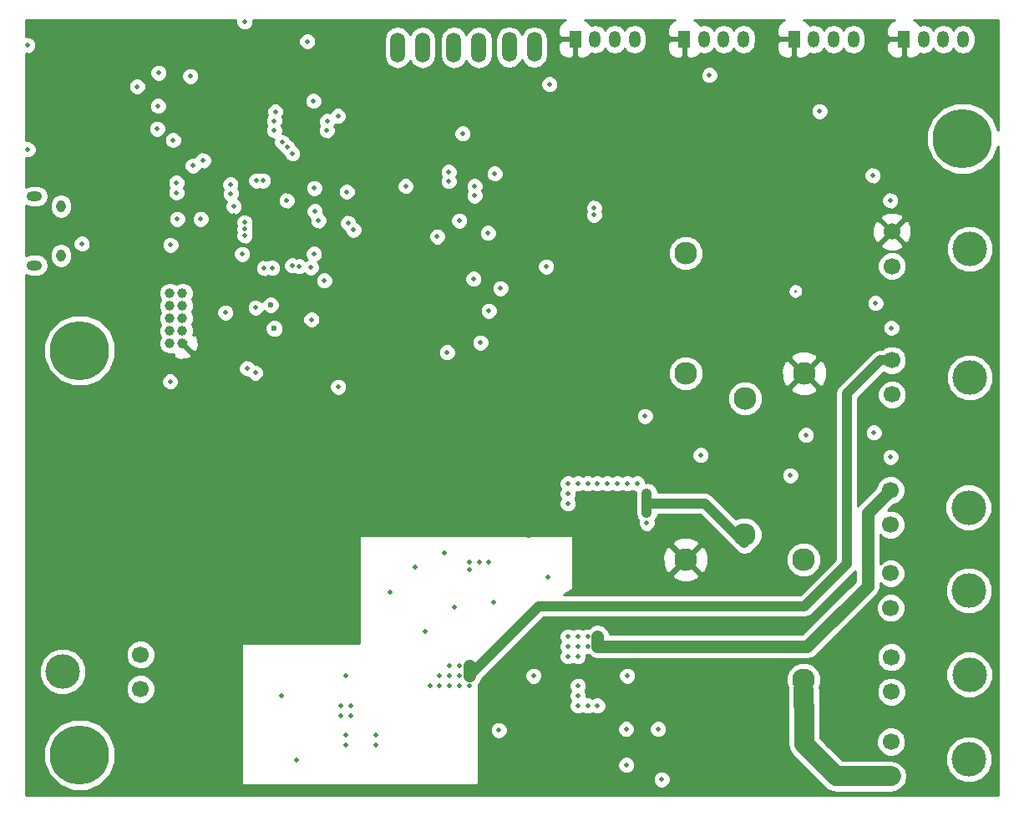
<source format=gbr>
G04 #@! TF.FileFunction,Copper,L3,Inr,Plane*
%FSLAX46Y46*%
G04 Gerber Fmt 4.6, Leading zero omitted, Abs format (unit mm)*
G04 Created by KiCad (PCBNEW 4.0.2-stable) date 4/8/2016 7:07:07 PM*
%MOMM*%
G01*
G04 APERTURE LIST*
%ADD10C,0.100000*%
%ADD11C,2.300000*%
%ADD12O,0.950000X1.250000*%
%ADD13O,1.550000X1.000000*%
%ADD14C,1.000000*%
%ADD15O,1.506220X3.014980*%
%ADD16R,1.200000X1.700000*%
%ADD17O,1.200000X1.700000*%
%ADD18C,1.700000*%
%ADD19C,3.500000*%
%ADD20C,6.000000*%
%ADD21C,0.508000*%
%ADD22C,0.600000*%
%ADD23C,0.250000*%
%ADD24C,1.000000*%
%ADD25C,2.000000*%
%ADD26C,1.250000*%
%ADD27C,0.254000*%
G04 APERTURE END LIST*
D10*
D11*
X157423600Y-89875200D03*
X151423600Y-87325200D03*
X163423600Y-87325200D03*
X151423600Y-75125200D03*
D12*
X88125740Y-70371700D03*
X88125740Y-75371700D03*
D13*
X85425740Y-69371700D03*
X85425740Y-76371700D03*
D14*
X99136200Y-84277200D03*
X100406200Y-84277200D03*
X99136200Y-83007200D03*
X100406200Y-83007200D03*
X99136200Y-81737200D03*
X100406200Y-81737200D03*
X99136200Y-80467200D03*
X100406200Y-80467200D03*
X99136200Y-79197200D03*
X100406200Y-79197200D03*
D15*
X122224800Y-54279800D03*
X124764800Y-54279800D03*
X127939800Y-54279800D03*
X130479800Y-54279800D03*
X133553200Y-54254400D03*
X136093200Y-54254400D03*
D11*
X157409400Y-103647400D03*
X163409400Y-106197400D03*
X151409400Y-106197400D03*
X163409400Y-118397400D03*
D16*
X140246100Y-53454300D03*
D17*
X142246100Y-53454300D03*
X144246100Y-53454300D03*
X146246100Y-53454300D03*
D16*
X151295100Y-53454300D03*
D17*
X153295100Y-53454300D03*
X155295100Y-53454300D03*
X157295100Y-53454300D03*
D16*
X162420300Y-53454300D03*
D17*
X164420300Y-53454300D03*
X166420300Y-53454300D03*
X168420300Y-53454300D03*
D16*
X173545500Y-53454300D03*
D17*
X175545500Y-53454300D03*
X177545500Y-53454300D03*
X179545500Y-53454300D03*
D18*
X96175000Y-115826600D03*
X96175000Y-119326600D03*
D19*
X88265000Y-117576600D03*
D18*
X172339000Y-76448800D03*
X172339000Y-72948800D03*
D19*
X180249000Y-74698800D03*
D18*
X172339000Y-89481600D03*
X172339000Y-85981600D03*
D19*
X180249000Y-87731600D03*
D18*
X172201400Y-102664200D03*
X172201400Y-99164200D03*
D19*
X180111400Y-100914200D03*
D18*
X172252200Y-128165800D03*
X172252200Y-124665800D03*
D19*
X180162200Y-126415800D03*
D18*
X172277600Y-119606000D03*
X172277600Y-116106000D03*
D19*
X180187600Y-117856000D03*
D18*
X172226800Y-111097000D03*
X172226800Y-107597000D03*
D19*
X180136800Y-109347000D03*
D20*
X90000000Y-126000000D03*
X90000000Y-85000000D03*
X179500000Y-63500000D03*
D21*
X114452400Y-65913000D03*
X132500000Y-103500000D03*
X131500000Y-103500000D03*
X131500000Y-102500000D03*
X132500000Y-102500000D03*
X133500000Y-102500000D03*
X134500000Y-102500000D03*
X135500000Y-102500000D03*
X135500000Y-103500000D03*
X136500000Y-103500000D03*
X136500000Y-102500000D03*
X137500000Y-102500000D03*
X143141700Y-60274200D03*
X116837460Y-89801700D03*
X102709980Y-57203340D03*
X166090600Y-63373000D03*
X101803200Y-73202800D03*
X105613200Y-71323200D03*
X118973600Y-51968400D03*
X91973400Y-66840100D03*
X101447600Y-70434200D03*
X127330200Y-65506600D03*
X128082040Y-84627720D03*
X133817360Y-81046320D03*
X121351040Y-76408280D03*
X136748520Y-69997320D03*
X135773160Y-76489560D03*
X111683800Y-80365600D03*
X120319800Y-69748400D03*
X155448000Y-56845200D03*
X153847800Y-57073800D03*
X145389600Y-123367800D03*
X148615400Y-123367800D03*
X145415000Y-127025400D03*
X172161200Y-69799200D03*
X115087400Y-61747400D03*
X99472404Y-63667031D03*
X84734400Y-64617600D03*
X84709000Y-54051200D03*
X132500000Y-123500000D03*
X117000000Y-118000000D03*
X120000000Y-125000000D03*
X120000000Y-124000000D03*
X117000000Y-125000000D03*
X117000000Y-123950000D03*
X112000000Y-126500000D03*
X110500000Y-120000000D03*
X127000000Y-105500000D03*
X125000000Y-113500000D03*
X128000000Y-111000000D03*
X121500000Y-109500000D03*
X132000000Y-110500000D03*
X137500000Y-108000000D03*
X149000000Y-128500000D03*
X113055400Y-53670200D03*
X104759760Y-81175860D03*
X116189760Y-88689180D03*
X101224080Y-57188100D03*
X164998400Y-60756800D03*
X172300900Y-82715100D03*
X172212000Y-95796100D03*
X152933400Y-95605600D03*
X162026600Y-97663000D03*
X99161600Y-88138000D03*
X99212400Y-74320400D03*
X137617200Y-58013600D03*
X105613200Y-70408800D03*
X101485700Y-66281300D03*
X106735880Y-51673760D03*
X128828800Y-63017400D03*
X109728000Y-61747400D03*
X127238760Y-85181440D03*
X123037600Y-68326000D03*
X132669280Y-78719680D03*
X131404360Y-73070720D03*
X137297160Y-76489560D03*
X130616960Y-84211160D03*
X113487200Y-81864200D03*
X117094000Y-68910200D03*
D22*
X109372400Y-80391000D03*
X109728000Y-82778600D03*
D21*
X108712000Y-76657200D03*
X90220800Y-74168000D03*
X107797600Y-87274400D03*
X106984800Y-86817200D03*
X147294600Y-91668600D03*
X163601400Y-93573600D03*
X170383200Y-67259200D03*
X110515400Y-63906400D03*
X170662600Y-80187800D03*
X111057820Y-64414400D03*
X170510200Y-93319600D03*
X111557820Y-65024000D03*
X102285800Y-71666100D03*
X99910900Y-71691500D03*
X99796600Y-67983100D03*
X105283000Y-68173600D03*
X99796600Y-68999100D03*
X105321100Y-69126100D03*
X128480777Y-71852220D03*
X126253240Y-73466960D03*
X131470400Y-81000600D03*
X129926080Y-77729080D03*
X106730800Y-72034400D03*
X106730800Y-72694800D03*
X106730800Y-73355200D03*
X107848400Y-80670400D03*
X109524800Y-76631800D03*
X142163800Y-70561200D03*
X111531400Y-76377800D03*
X142138400Y-71247000D03*
X112217200Y-76479400D03*
X117754400Y-72796400D03*
X130048000Y-68326000D03*
X117221000Y-72085200D03*
X132054600Y-67056000D03*
X114198400Y-71831200D03*
X130048000Y-69316600D03*
X97942400Y-60198000D03*
X113690400Y-59690000D03*
X97866200Y-62534800D03*
X109829600Y-60782200D03*
X116179600Y-61239400D03*
X95834200Y-58242200D03*
X109728000Y-62687200D03*
X135999240Y-118000000D03*
X145500000Y-118000000D03*
X147500000Y-102500000D03*
X147500000Y-101500000D03*
X147500000Y-100500000D03*
X147500000Y-99500000D03*
X146500000Y-98500000D03*
X145500000Y-98500000D03*
X144500000Y-98500000D03*
X143500000Y-98500000D03*
X142500000Y-98500000D03*
X141500000Y-98500000D03*
X140500000Y-98500000D03*
X139500000Y-98500000D03*
X139500000Y-99500000D03*
X139500000Y-100500000D03*
X129500000Y-117000000D03*
X128500000Y-117000000D03*
X127500000Y-117000000D03*
X125500000Y-119000000D03*
X126500000Y-118000000D03*
X126500000Y-119000000D03*
X127500000Y-119000000D03*
X127500000Y-118000000D03*
X128500000Y-118000000D03*
X128500000Y-119000000D03*
X129500000Y-119000000D03*
X129500000Y-118000000D03*
X97993200Y-56870600D03*
X115036600Y-62687200D03*
X127406400Y-67838320D03*
X108597700Y-67784980D03*
X127406400Y-66888360D03*
X107899200Y-67772280D03*
X113461800Y-76581000D03*
X114782600Y-77901800D03*
X141500000Y-114000000D03*
X142500000Y-114000000D03*
X117500000Y-122050000D03*
X117500000Y-121000000D03*
X116500000Y-121000000D03*
X116500000Y-122050000D03*
X124000000Y-107000000D03*
X131500000Y-106500000D03*
X129500000Y-107250000D03*
X129500000Y-106500000D03*
X130500000Y-106500000D03*
X142500000Y-121000000D03*
X141500000Y-121000000D03*
X140500000Y-121000000D03*
X140500000Y-120000000D03*
X140500000Y-119000000D03*
X140500000Y-116000000D03*
X139500000Y-116000000D03*
X139500000Y-115000000D03*
X140500000Y-115000000D03*
X140500000Y-114000000D03*
X139500000Y-114000000D03*
X141500000Y-115000000D03*
X142500000Y-115000000D03*
X110972600Y-69799200D03*
X102514400Y-65735200D03*
X113842800Y-70891400D03*
X113792000Y-68554600D03*
X113741200Y-75209400D03*
X106451400Y-75234800D03*
D23*
X162534600Y-78994000D02*
X162560000Y-78968600D01*
D24*
X135500000Y-103500000D02*
X135500000Y-102500000D01*
D23*
X102725220Y-57188100D02*
X102732840Y-57188100D01*
X102709980Y-57203340D02*
X102725220Y-57188100D01*
D25*
X172252200Y-128165800D02*
X166672200Y-128165800D01*
D23*
X163423600Y-121003145D02*
X163409400Y-120988945D01*
D25*
X166672200Y-128165800D02*
X163423600Y-124917200D01*
X163423600Y-124917200D02*
X163423600Y-121003145D01*
X163409400Y-120988945D02*
X163409400Y-119362600D01*
D24*
X147500000Y-99500000D02*
X147500000Y-100500000D01*
X147500000Y-100500000D02*
X147500000Y-101500000D01*
D23*
X157409400Y-104612600D02*
X157409400Y-104552000D01*
D24*
X157409400Y-104552000D02*
X153357400Y-100500000D01*
X153357400Y-100500000D02*
X147500000Y-100500000D01*
D26*
X129500000Y-118000000D02*
X129500000Y-117000000D01*
D24*
X172339000Y-85981600D02*
X171136919Y-85981600D01*
X163474400Y-110921800D02*
X136578200Y-110921800D01*
X171136919Y-85981600D02*
X167741600Y-89376919D01*
X136578200Y-110921800D02*
X129542400Y-117957600D01*
X167741600Y-89376919D02*
X167741600Y-106654600D01*
X167741600Y-106654600D02*
X163474400Y-110921800D01*
D23*
X129542400Y-117957600D02*
X129500000Y-118000000D01*
X157423600Y-90840400D02*
X157388400Y-90840400D01*
D26*
X142500000Y-114000000D02*
X142500000Y-115000000D01*
X169875200Y-108915200D02*
X169875200Y-101490400D01*
X169875200Y-101490400D02*
X172201400Y-99164200D01*
X163753800Y-115036600D02*
X169875200Y-108915200D01*
X142895810Y-115036600D02*
X163753800Y-115036600D01*
D24*
X142500000Y-115000000D02*
X142859210Y-115000000D01*
D23*
X142859210Y-115000000D02*
X142895810Y-115036600D01*
D27*
G36*
X105846726Y-51849817D02*
X105981783Y-52176680D01*
X106231644Y-52426978D01*
X106558271Y-52562606D01*
X106911937Y-52562914D01*
X107238800Y-52427857D01*
X107489098Y-52177996D01*
X107624726Y-51851369D01*
X107625015Y-51520000D01*
X139277028Y-51520000D01*
X138998642Y-51635311D01*
X138677111Y-51956843D01*
X138503100Y-52376943D01*
X138503100Y-53041550D01*
X138788850Y-53327300D01*
X140119100Y-53327300D01*
X140119100Y-53307300D01*
X140373100Y-53307300D01*
X140373100Y-53327300D01*
X140393100Y-53327300D01*
X140393100Y-53581300D01*
X140373100Y-53581300D01*
X140373100Y-55161550D01*
X140658850Y-55447300D01*
X141073457Y-55447300D01*
X141493558Y-55273289D01*
X141815089Y-54951757D01*
X141841531Y-54887919D01*
X142246100Y-54968393D01*
X142718714Y-54874384D01*
X143119377Y-54606670D01*
X143246100Y-54417015D01*
X143372823Y-54606670D01*
X143773486Y-54874384D01*
X144246100Y-54968393D01*
X144718714Y-54874384D01*
X145119377Y-54606670D01*
X145246100Y-54417015D01*
X145372823Y-54606670D01*
X145773486Y-54874384D01*
X146246100Y-54968393D01*
X146718714Y-54874384D01*
X147119377Y-54606670D01*
X147387091Y-54206007D01*
X147454513Y-53867050D01*
X149552100Y-53867050D01*
X149552100Y-54531657D01*
X149726111Y-54951757D01*
X150047642Y-55273289D01*
X150467743Y-55447300D01*
X150882350Y-55447300D01*
X151168100Y-55161550D01*
X151168100Y-53581300D01*
X149837850Y-53581300D01*
X149552100Y-53867050D01*
X147454513Y-53867050D01*
X147481100Y-53733393D01*
X147481100Y-53175207D01*
X147387091Y-52702593D01*
X147119377Y-52301930D01*
X146718714Y-52034216D01*
X146246100Y-51940207D01*
X145773486Y-52034216D01*
X145372823Y-52301930D01*
X145246100Y-52491585D01*
X145119377Y-52301930D01*
X144718714Y-52034216D01*
X144246100Y-51940207D01*
X143773486Y-52034216D01*
X143372823Y-52301930D01*
X143246100Y-52491585D01*
X143119377Y-52301930D01*
X142718714Y-52034216D01*
X142246100Y-51940207D01*
X141841531Y-52020681D01*
X141815089Y-51956843D01*
X141493558Y-51635311D01*
X141215172Y-51520000D01*
X150326028Y-51520000D01*
X150047642Y-51635311D01*
X149726111Y-51956843D01*
X149552100Y-52376943D01*
X149552100Y-53041550D01*
X149837850Y-53327300D01*
X151168100Y-53327300D01*
X151168100Y-53307300D01*
X151422100Y-53307300D01*
X151422100Y-53327300D01*
X151442100Y-53327300D01*
X151442100Y-53581300D01*
X151422100Y-53581300D01*
X151422100Y-55161550D01*
X151707850Y-55447300D01*
X152122457Y-55447300D01*
X152542558Y-55273289D01*
X152864089Y-54951757D01*
X152890531Y-54887919D01*
X153295100Y-54968393D01*
X153767714Y-54874384D01*
X154168377Y-54606670D01*
X154295100Y-54417015D01*
X154421823Y-54606670D01*
X154822486Y-54874384D01*
X155295100Y-54968393D01*
X155767714Y-54874384D01*
X156168377Y-54606670D01*
X156295100Y-54417015D01*
X156421823Y-54606670D01*
X156822486Y-54874384D01*
X157295100Y-54968393D01*
X157767714Y-54874384D01*
X158168377Y-54606670D01*
X158436091Y-54206007D01*
X158503513Y-53867050D01*
X160677300Y-53867050D01*
X160677300Y-54531657D01*
X160851311Y-54951757D01*
X161172842Y-55273289D01*
X161592943Y-55447300D01*
X162007550Y-55447300D01*
X162293300Y-55161550D01*
X162293300Y-53581300D01*
X160963050Y-53581300D01*
X160677300Y-53867050D01*
X158503513Y-53867050D01*
X158530100Y-53733393D01*
X158530100Y-53175207D01*
X158436091Y-52702593D01*
X158168377Y-52301930D01*
X157767714Y-52034216D01*
X157295100Y-51940207D01*
X156822486Y-52034216D01*
X156421823Y-52301930D01*
X156295100Y-52491585D01*
X156168377Y-52301930D01*
X155767714Y-52034216D01*
X155295100Y-51940207D01*
X154822486Y-52034216D01*
X154421823Y-52301930D01*
X154295100Y-52491585D01*
X154168377Y-52301930D01*
X153767714Y-52034216D01*
X153295100Y-51940207D01*
X152890531Y-52020681D01*
X152864089Y-51956843D01*
X152542558Y-51635311D01*
X152264172Y-51520000D01*
X161451228Y-51520000D01*
X161172842Y-51635311D01*
X160851311Y-51956843D01*
X160677300Y-52376943D01*
X160677300Y-53041550D01*
X160963050Y-53327300D01*
X162293300Y-53327300D01*
X162293300Y-53307300D01*
X162547300Y-53307300D01*
X162547300Y-53327300D01*
X162567300Y-53327300D01*
X162567300Y-53581300D01*
X162547300Y-53581300D01*
X162547300Y-55161550D01*
X162833050Y-55447300D01*
X163247657Y-55447300D01*
X163667758Y-55273289D01*
X163989289Y-54951757D01*
X164015731Y-54887919D01*
X164420300Y-54968393D01*
X164892914Y-54874384D01*
X165293577Y-54606670D01*
X165420300Y-54417015D01*
X165547023Y-54606670D01*
X165947686Y-54874384D01*
X166420300Y-54968393D01*
X166892914Y-54874384D01*
X167293577Y-54606670D01*
X167420300Y-54417015D01*
X167547023Y-54606670D01*
X167947686Y-54874384D01*
X168420300Y-54968393D01*
X168892914Y-54874384D01*
X169293577Y-54606670D01*
X169561291Y-54206007D01*
X169628713Y-53867050D01*
X171802500Y-53867050D01*
X171802500Y-54531657D01*
X171976511Y-54951757D01*
X172298042Y-55273289D01*
X172718143Y-55447300D01*
X173132750Y-55447300D01*
X173418500Y-55161550D01*
X173418500Y-53581300D01*
X172088250Y-53581300D01*
X171802500Y-53867050D01*
X169628713Y-53867050D01*
X169655300Y-53733393D01*
X169655300Y-53175207D01*
X169561291Y-52702593D01*
X169293577Y-52301930D01*
X168892914Y-52034216D01*
X168420300Y-51940207D01*
X167947686Y-52034216D01*
X167547023Y-52301930D01*
X167420300Y-52491585D01*
X167293577Y-52301930D01*
X166892914Y-52034216D01*
X166420300Y-51940207D01*
X165947686Y-52034216D01*
X165547023Y-52301930D01*
X165420300Y-52491585D01*
X165293577Y-52301930D01*
X164892914Y-52034216D01*
X164420300Y-51940207D01*
X164015731Y-52020681D01*
X163989289Y-51956843D01*
X163667758Y-51635311D01*
X163389372Y-51520000D01*
X172576428Y-51520000D01*
X172298042Y-51635311D01*
X171976511Y-51956843D01*
X171802500Y-52376943D01*
X171802500Y-53041550D01*
X172088250Y-53327300D01*
X173418500Y-53327300D01*
X173418500Y-53307300D01*
X173672500Y-53307300D01*
X173672500Y-53327300D01*
X173692500Y-53327300D01*
X173692500Y-53581300D01*
X173672500Y-53581300D01*
X173672500Y-55161550D01*
X173958250Y-55447300D01*
X174372857Y-55447300D01*
X174792958Y-55273289D01*
X175114489Y-54951757D01*
X175140931Y-54887919D01*
X175545500Y-54968393D01*
X176018114Y-54874384D01*
X176418777Y-54606670D01*
X176545500Y-54417015D01*
X176672223Y-54606670D01*
X177072886Y-54874384D01*
X177545500Y-54968393D01*
X178018114Y-54874384D01*
X178418777Y-54606670D01*
X178545500Y-54417015D01*
X178672223Y-54606670D01*
X179072886Y-54874384D01*
X179545500Y-54968393D01*
X180018114Y-54874384D01*
X180418777Y-54606670D01*
X180686491Y-54206007D01*
X180780500Y-53733393D01*
X180780500Y-53175207D01*
X180686491Y-52702593D01*
X180418777Y-52301930D01*
X180018114Y-52034216D01*
X179545500Y-51940207D01*
X179072886Y-52034216D01*
X178672223Y-52301930D01*
X178545500Y-52491585D01*
X178418777Y-52301930D01*
X178018114Y-52034216D01*
X177545500Y-51940207D01*
X177072886Y-52034216D01*
X176672223Y-52301930D01*
X176545500Y-52491585D01*
X176418777Y-52301930D01*
X176018114Y-52034216D01*
X175545500Y-51940207D01*
X175140931Y-52020681D01*
X175114489Y-51956843D01*
X174792958Y-51635311D01*
X174514572Y-51520000D01*
X183110000Y-51520000D01*
X183110000Y-62718097D01*
X182583400Y-61443628D01*
X181561751Y-60420194D01*
X180226218Y-59865632D01*
X178780126Y-59864370D01*
X177443628Y-60416600D01*
X176420194Y-61438249D01*
X175865632Y-62773782D01*
X175864370Y-64219874D01*
X176416600Y-65556372D01*
X177438249Y-66579806D01*
X178773782Y-67134368D01*
X180219874Y-67135630D01*
X181556372Y-66583400D01*
X182579806Y-65561751D01*
X183110000Y-64284903D01*
X183110000Y-130100000D01*
X84530000Y-130100000D01*
X84530000Y-126719874D01*
X86364370Y-126719874D01*
X86916600Y-128056372D01*
X87938249Y-129079806D01*
X89273782Y-129634368D01*
X90719874Y-129635630D01*
X92056372Y-129083400D01*
X93079806Y-128061751D01*
X93634368Y-126726218D01*
X93635630Y-125280126D01*
X93083400Y-123943628D01*
X92061751Y-122920194D01*
X90726218Y-122365632D01*
X89280126Y-122364370D01*
X87943628Y-122916600D01*
X86920194Y-123938249D01*
X86365632Y-125273782D01*
X86364370Y-126719874D01*
X84530000Y-126719874D01*
X84530000Y-118048925D01*
X85879587Y-118048925D01*
X86241916Y-118925829D01*
X86912242Y-119597326D01*
X87788513Y-119961185D01*
X88737325Y-119962013D01*
X89563392Y-119620689D01*
X94689743Y-119620689D01*
X94915344Y-120166686D01*
X95332717Y-120584788D01*
X95878319Y-120811342D01*
X96469089Y-120811857D01*
X97015086Y-120586256D01*
X97433188Y-120168883D01*
X97659742Y-119623281D01*
X97660257Y-119032511D01*
X97434656Y-118486514D01*
X97017283Y-118068412D01*
X96471681Y-117841858D01*
X95880911Y-117841343D01*
X95334914Y-118066944D01*
X94916812Y-118484317D01*
X94690258Y-119029919D01*
X94689743Y-119620689D01*
X89563392Y-119620689D01*
X89614229Y-119599684D01*
X90285726Y-118929358D01*
X90649585Y-118053087D01*
X90650413Y-117104275D01*
X90288084Y-116227371D01*
X90181589Y-116120689D01*
X94689743Y-116120689D01*
X94915344Y-116666686D01*
X95332717Y-117084788D01*
X95878319Y-117311342D01*
X96469089Y-117311857D01*
X97015086Y-117086256D01*
X97433188Y-116668883D01*
X97659742Y-116123281D01*
X97660257Y-115532511D01*
X97434656Y-114986514D01*
X97281809Y-114833400D01*
X106375200Y-114833400D01*
X106375200Y-128905000D01*
X106383885Y-128951159D01*
X106411165Y-128993553D01*
X106452790Y-129021994D01*
X106502200Y-129032000D01*
X130276600Y-129032000D01*
X130322759Y-129023315D01*
X130365153Y-128996035D01*
X130393594Y-128954410D01*
X130403600Y-128905000D01*
X130403600Y-128676057D01*
X148110846Y-128676057D01*
X148245903Y-129002920D01*
X148495764Y-129253218D01*
X148822391Y-129388846D01*
X149176057Y-129389154D01*
X149502920Y-129254097D01*
X149753218Y-129004236D01*
X149888846Y-128677609D01*
X149889154Y-128323943D01*
X149754097Y-127997080D01*
X149504236Y-127746782D01*
X149177609Y-127611154D01*
X148823943Y-127610846D01*
X148497080Y-127745903D01*
X148246782Y-127995764D01*
X148111154Y-128322391D01*
X148110846Y-128676057D01*
X130403600Y-128676057D01*
X130403600Y-127201457D01*
X144525846Y-127201457D01*
X144660903Y-127528320D01*
X144910764Y-127778618D01*
X145237391Y-127914246D01*
X145591057Y-127914554D01*
X145917920Y-127779497D01*
X146168218Y-127529636D01*
X146303846Y-127203009D01*
X146304154Y-126849343D01*
X146169097Y-126522480D01*
X145919236Y-126272182D01*
X145592609Y-126136554D01*
X145238943Y-126136246D01*
X144912080Y-126271303D01*
X144661782Y-126521164D01*
X144526154Y-126847791D01*
X144525846Y-127201457D01*
X130403600Y-127201457D01*
X130403600Y-123676057D01*
X131610846Y-123676057D01*
X131745903Y-124002920D01*
X131995764Y-124253218D01*
X132322391Y-124388846D01*
X132676057Y-124389154D01*
X133002920Y-124254097D01*
X133253218Y-124004236D01*
X133388846Y-123677609D01*
X133388962Y-123543857D01*
X144500446Y-123543857D01*
X144635503Y-123870720D01*
X144885364Y-124121018D01*
X145211991Y-124256646D01*
X145565657Y-124256954D01*
X145892520Y-124121897D01*
X146142818Y-123872036D01*
X146278446Y-123545409D01*
X146278447Y-123543857D01*
X147726246Y-123543857D01*
X147861303Y-123870720D01*
X148111164Y-124121018D01*
X148437791Y-124256646D01*
X148791457Y-124256954D01*
X149118320Y-124121897D01*
X149368618Y-123872036D01*
X149504246Y-123545409D01*
X149504554Y-123191743D01*
X149369497Y-122864880D01*
X149119636Y-122614582D01*
X148793009Y-122478954D01*
X148439343Y-122478646D01*
X148112480Y-122613703D01*
X147862182Y-122863564D01*
X147726554Y-123190191D01*
X147726246Y-123543857D01*
X146278447Y-123543857D01*
X146278754Y-123191743D01*
X146143697Y-122864880D01*
X145893836Y-122614582D01*
X145567209Y-122478954D01*
X145213543Y-122478646D01*
X144886680Y-122613703D01*
X144636382Y-122863564D01*
X144500754Y-123190191D01*
X144500446Y-123543857D01*
X133388962Y-123543857D01*
X133389154Y-123323943D01*
X133254097Y-122997080D01*
X133004236Y-122746782D01*
X132677609Y-122611154D01*
X132323943Y-122610846D01*
X131997080Y-122745903D01*
X131746782Y-122995764D01*
X131611154Y-123322391D01*
X131610846Y-123676057D01*
X130403600Y-123676057D01*
X130403600Y-119176057D01*
X139610846Y-119176057D01*
X139744859Y-119500394D01*
X139611154Y-119822391D01*
X139610846Y-120176057D01*
X139744859Y-120500394D01*
X139611154Y-120822391D01*
X139610846Y-121176057D01*
X139745903Y-121502920D01*
X139995764Y-121753218D01*
X140322391Y-121888846D01*
X140676057Y-121889154D01*
X141000394Y-121755141D01*
X141322391Y-121888846D01*
X141676057Y-121889154D01*
X142000394Y-121755141D01*
X142322391Y-121888846D01*
X142676057Y-121889154D01*
X143002920Y-121754097D01*
X143253218Y-121504236D01*
X143388846Y-121177609D01*
X143389154Y-120823943D01*
X143254097Y-120497080D01*
X143004236Y-120246782D01*
X142677609Y-120111154D01*
X142323943Y-120110846D01*
X141999606Y-120244859D01*
X141677609Y-120111154D01*
X141388904Y-120110903D01*
X141389154Y-119823943D01*
X141255141Y-119499606D01*
X141388846Y-119177609D01*
X141389154Y-118823943D01*
X141254097Y-118497080D01*
X141004236Y-118246782D01*
X140833913Y-118176057D01*
X144610846Y-118176057D01*
X144745903Y-118502920D01*
X144995764Y-118753218D01*
X145322391Y-118888846D01*
X145676057Y-118889154D01*
X146002920Y-118754097D01*
X146006121Y-118750901D01*
X161624091Y-118750901D01*
X161807689Y-119195243D01*
X161774400Y-119362600D01*
X161774400Y-120988945D01*
X161788600Y-121060333D01*
X161788600Y-124917195D01*
X161788599Y-124917200D01*
X161913057Y-125542888D01*
X162267480Y-126073320D01*
X165516078Y-129321917D01*
X165516080Y-129321920D01*
X165834051Y-129534381D01*
X166046512Y-129676343D01*
X166672200Y-129800800D01*
X172252200Y-129800800D01*
X172877887Y-129676343D01*
X173408320Y-129321920D01*
X173762743Y-128791487D01*
X173887200Y-128165800D01*
X173762743Y-127540113D01*
X173408320Y-127009680D01*
X173226400Y-126888125D01*
X177776787Y-126888125D01*
X178139116Y-127765029D01*
X178809442Y-128436526D01*
X179685713Y-128800385D01*
X180634525Y-128801213D01*
X181511429Y-128438884D01*
X182182926Y-127768558D01*
X182546785Y-126892287D01*
X182547613Y-125943475D01*
X182185284Y-125066571D01*
X181514958Y-124395074D01*
X180638687Y-124031215D01*
X179689875Y-124030387D01*
X178812971Y-124392716D01*
X178141474Y-125063042D01*
X177777615Y-125939313D01*
X177776787Y-126888125D01*
X173226400Y-126888125D01*
X172877887Y-126655257D01*
X172252200Y-126530800D01*
X167349439Y-126530800D01*
X165778529Y-124959889D01*
X170766943Y-124959889D01*
X170992544Y-125505886D01*
X171409917Y-125923988D01*
X171955519Y-126150542D01*
X172546289Y-126151057D01*
X173092286Y-125925456D01*
X173510388Y-125508083D01*
X173736942Y-124962481D01*
X173737457Y-124371711D01*
X173511856Y-123825714D01*
X173094483Y-123407612D01*
X172548881Y-123181058D01*
X171958111Y-123180543D01*
X171412114Y-123406144D01*
X170994012Y-123823517D01*
X170767458Y-124369119D01*
X170766943Y-124959889D01*
X165778529Y-124959889D01*
X165058600Y-124239960D01*
X165058600Y-121003145D01*
X165044400Y-120931757D01*
X165044400Y-119900089D01*
X170792343Y-119900089D01*
X171017944Y-120446086D01*
X171435317Y-120864188D01*
X171980919Y-121090742D01*
X172571689Y-121091257D01*
X173117686Y-120865656D01*
X173535788Y-120448283D01*
X173762342Y-119902681D01*
X173762857Y-119311911D01*
X173537256Y-118765914D01*
X173119883Y-118347812D01*
X173072954Y-118328325D01*
X177802187Y-118328325D01*
X178164516Y-119205229D01*
X178834842Y-119876726D01*
X179711113Y-120240585D01*
X180659925Y-120241413D01*
X181536829Y-119879084D01*
X182208326Y-119208758D01*
X182572185Y-118332487D01*
X182573013Y-117383675D01*
X182210684Y-116506771D01*
X181540358Y-115835274D01*
X180664087Y-115471415D01*
X179715275Y-115470587D01*
X178838371Y-115832916D01*
X178166874Y-116503242D01*
X177803015Y-117379513D01*
X177802187Y-118328325D01*
X173072954Y-118328325D01*
X172574281Y-118121258D01*
X171983511Y-118120743D01*
X171437514Y-118346344D01*
X171019412Y-118763717D01*
X170792858Y-119309319D01*
X170792343Y-119900089D01*
X165044400Y-119900089D01*
X165044400Y-119362600D01*
X165011035Y-119194861D01*
X165194089Y-118754016D01*
X165194709Y-118043899D01*
X164923532Y-117387600D01*
X164421841Y-116885033D01*
X163766016Y-116612711D01*
X163055899Y-116612091D01*
X162399600Y-116883268D01*
X161897033Y-117384959D01*
X161624711Y-118040784D01*
X161624091Y-118750901D01*
X146006121Y-118750901D01*
X146253218Y-118504236D01*
X146388846Y-118177609D01*
X146389154Y-117823943D01*
X146254097Y-117497080D01*
X146004236Y-117246782D01*
X145677609Y-117111154D01*
X145323943Y-117110846D01*
X144997080Y-117245903D01*
X144746782Y-117495764D01*
X144611154Y-117822391D01*
X144610846Y-118176057D01*
X140833913Y-118176057D01*
X140677609Y-118111154D01*
X140323943Y-118110846D01*
X139997080Y-118245903D01*
X139746782Y-118495764D01*
X139611154Y-118822391D01*
X139610846Y-119176057D01*
X130403600Y-119176057D01*
X130403600Y-118872030D01*
X130664088Y-118482181D01*
X130674302Y-118430830D01*
X130929075Y-118176057D01*
X135110086Y-118176057D01*
X135245143Y-118502920D01*
X135495004Y-118753218D01*
X135821631Y-118888846D01*
X136175297Y-118889154D01*
X136502160Y-118754097D01*
X136752458Y-118504236D01*
X136888086Y-118177609D01*
X136888394Y-117823943D01*
X136753337Y-117497080D01*
X136503476Y-117246782D01*
X136176849Y-117111154D01*
X135823183Y-117110846D01*
X135496320Y-117245903D01*
X135246022Y-117495764D01*
X135110394Y-117822391D01*
X135110086Y-118176057D01*
X130929075Y-118176057D01*
X137048332Y-112056800D01*
X163474400Y-112056800D01*
X163908746Y-111970403D01*
X164276966Y-111724366D01*
X168544166Y-107457166D01*
X168615200Y-107350856D01*
X168615200Y-108393291D01*
X163231890Y-113776600D01*
X143715563Y-113776600D01*
X143664088Y-113517819D01*
X143390955Y-113109045D01*
X142982181Y-112835912D01*
X142500000Y-112740000D01*
X142017819Y-112835912D01*
X141609045Y-113109045D01*
X141607677Y-113111093D01*
X141323943Y-113110846D01*
X140999606Y-113244859D01*
X140677609Y-113111154D01*
X140323943Y-113110846D01*
X139999606Y-113244859D01*
X139677609Y-113111154D01*
X139323943Y-113110846D01*
X138997080Y-113245903D01*
X138746782Y-113495764D01*
X138611154Y-113822391D01*
X138610846Y-114176057D01*
X138744859Y-114500394D01*
X138611154Y-114822391D01*
X138610846Y-115176057D01*
X138744859Y-115500394D01*
X138611154Y-115822391D01*
X138610846Y-116176057D01*
X138745903Y-116502920D01*
X138995764Y-116753218D01*
X139322391Y-116888846D01*
X139676057Y-116889154D01*
X140000394Y-116755141D01*
X140322391Y-116888846D01*
X140676057Y-116889154D01*
X141002920Y-116754097D01*
X141253218Y-116504236D01*
X141296463Y-116400089D01*
X170792343Y-116400089D01*
X171017944Y-116946086D01*
X171435317Y-117364188D01*
X171980919Y-117590742D01*
X172571689Y-117591257D01*
X173117686Y-117365656D01*
X173535788Y-116948283D01*
X173762342Y-116402681D01*
X173762857Y-115811911D01*
X173537256Y-115265914D01*
X173119883Y-114847812D01*
X172574281Y-114621258D01*
X171983511Y-114620743D01*
X171437514Y-114846344D01*
X171019412Y-115263717D01*
X170792858Y-115809319D01*
X170792343Y-116400089D01*
X141296463Y-116400089D01*
X141388846Y-116177609D01*
X141389097Y-115888904D01*
X141607802Y-115889095D01*
X141609045Y-115890955D01*
X142017819Y-116164088D01*
X142500000Y-116260000D01*
X142605905Y-116238934D01*
X142895810Y-116296600D01*
X163753795Y-116296600D01*
X163753800Y-116296601D01*
X164235981Y-116200688D01*
X164644755Y-115927555D01*
X169181220Y-111391089D01*
X170741543Y-111391089D01*
X170967144Y-111937086D01*
X171384517Y-112355188D01*
X171930119Y-112581742D01*
X172520889Y-112582257D01*
X173066886Y-112356656D01*
X173484988Y-111939283D01*
X173711542Y-111393681D01*
X173712057Y-110802911D01*
X173486456Y-110256914D01*
X173069083Y-109838812D01*
X173022154Y-109819325D01*
X177751387Y-109819325D01*
X178113716Y-110696229D01*
X178784042Y-111367726D01*
X179660313Y-111731585D01*
X180609125Y-111732413D01*
X181486029Y-111370084D01*
X182157526Y-110699758D01*
X182521385Y-109823487D01*
X182522213Y-108874675D01*
X182159884Y-107997771D01*
X181489558Y-107326274D01*
X180613287Y-106962415D01*
X179664475Y-106961587D01*
X178787571Y-107323916D01*
X178116074Y-107994242D01*
X177752215Y-108870513D01*
X177751387Y-109819325D01*
X173022154Y-109819325D01*
X172523481Y-109612258D01*
X171932711Y-109611743D01*
X171386714Y-109837344D01*
X170968612Y-110254717D01*
X170742058Y-110800319D01*
X170741543Y-111391089D01*
X169181220Y-111391089D01*
X170766152Y-109806157D01*
X170766155Y-109806155D01*
X171039288Y-109397381D01*
X171053896Y-109323943D01*
X171135201Y-108915200D01*
X171135200Y-108915195D01*
X171135200Y-108605436D01*
X171384517Y-108855188D01*
X171930119Y-109081742D01*
X172520889Y-109082257D01*
X173066886Y-108856656D01*
X173484988Y-108439283D01*
X173711542Y-107893681D01*
X173712057Y-107302911D01*
X173486456Y-106756914D01*
X173069083Y-106338812D01*
X172523481Y-106112258D01*
X171932711Y-106111743D01*
X171386714Y-106337344D01*
X171135200Y-106588419D01*
X171135200Y-103698080D01*
X171359117Y-103922388D01*
X171904719Y-104148942D01*
X172495489Y-104149457D01*
X173041486Y-103923856D01*
X173459588Y-103506483D01*
X173686142Y-102960881D01*
X173686657Y-102370111D01*
X173461056Y-101824114D01*
X173043683Y-101406012D01*
X172996754Y-101386525D01*
X177725987Y-101386525D01*
X178088316Y-102263429D01*
X178758642Y-102934926D01*
X179634913Y-103298785D01*
X180583725Y-103299613D01*
X181460629Y-102937284D01*
X182132126Y-102266958D01*
X182495985Y-101390687D01*
X182496813Y-100441875D01*
X182134484Y-99564971D01*
X181464158Y-98893474D01*
X180587887Y-98529615D01*
X179639075Y-98528787D01*
X178762171Y-98891116D01*
X178090674Y-99561442D01*
X177726815Y-100437713D01*
X177725987Y-101386525D01*
X172996754Y-101386525D01*
X172498081Y-101179458D01*
X171968513Y-101178996D01*
X172499857Y-100647652D01*
X173041486Y-100423856D01*
X173459588Y-100006483D01*
X173686142Y-99460881D01*
X173686657Y-98870111D01*
X173461056Y-98324114D01*
X173043683Y-97906012D01*
X172498081Y-97679458D01*
X171907311Y-97678943D01*
X171361314Y-97904544D01*
X170943212Y-98321917D01*
X170717003Y-98866687D01*
X168984245Y-100599445D01*
X168876600Y-100760548D01*
X168876600Y-95972157D01*
X171322846Y-95972157D01*
X171457903Y-96299020D01*
X171707764Y-96549318D01*
X172034391Y-96684946D01*
X172388057Y-96685254D01*
X172714920Y-96550197D01*
X172965218Y-96300336D01*
X173100846Y-95973709D01*
X173101154Y-95620043D01*
X172966097Y-95293180D01*
X172716236Y-95042882D01*
X172389609Y-94907254D01*
X172035943Y-94906946D01*
X171709080Y-95042003D01*
X171458782Y-95291864D01*
X171323154Y-95618491D01*
X171322846Y-95972157D01*
X168876600Y-95972157D01*
X168876600Y-93495657D01*
X169621046Y-93495657D01*
X169756103Y-93822520D01*
X170005964Y-94072818D01*
X170332591Y-94208446D01*
X170686257Y-94208754D01*
X171013120Y-94073697D01*
X171263418Y-93823836D01*
X171399046Y-93497209D01*
X171399354Y-93143543D01*
X171264297Y-92816680D01*
X171014436Y-92566382D01*
X170687809Y-92430754D01*
X170334143Y-92430446D01*
X170007280Y-92565503D01*
X169756982Y-92815364D01*
X169621354Y-93141991D01*
X169621046Y-93495657D01*
X168876600Y-93495657D01*
X168876600Y-89847051D01*
X168947962Y-89775689D01*
X170853743Y-89775689D01*
X171079344Y-90321686D01*
X171496717Y-90739788D01*
X172042319Y-90966342D01*
X172633089Y-90966857D01*
X173179086Y-90741256D01*
X173597188Y-90323883D01*
X173823742Y-89778281D01*
X173824257Y-89187511D01*
X173598656Y-88641514D01*
X173181283Y-88223412D01*
X173134354Y-88203925D01*
X177863587Y-88203925D01*
X178225916Y-89080829D01*
X178896242Y-89752326D01*
X179772513Y-90116185D01*
X180721325Y-90117013D01*
X181598229Y-89754684D01*
X182269726Y-89084358D01*
X182633585Y-88208087D01*
X182634413Y-87259275D01*
X182272084Y-86382371D01*
X181601758Y-85710874D01*
X180725487Y-85347015D01*
X179776675Y-85346187D01*
X178899771Y-85708516D01*
X178228274Y-86378842D01*
X177864415Y-87255113D01*
X177863587Y-88203925D01*
X173134354Y-88203925D01*
X172635681Y-87996858D01*
X172044911Y-87996343D01*
X171498914Y-88221944D01*
X171080812Y-88639317D01*
X170854258Y-89184919D01*
X170853743Y-89775689D01*
X168947962Y-89775689D01*
X171490296Y-87233355D01*
X171496717Y-87239788D01*
X172042319Y-87466342D01*
X172633089Y-87466857D01*
X173179086Y-87241256D01*
X173597188Y-86823883D01*
X173823742Y-86278281D01*
X173824257Y-85687511D01*
X173598656Y-85141514D01*
X173181283Y-84723412D01*
X172635681Y-84496858D01*
X172044911Y-84496343D01*
X171498914Y-84721944D01*
X171374040Y-84846600D01*
X171136919Y-84846600D01*
X170702573Y-84932997D01*
X170452627Y-85100006D01*
X170334353Y-85179034D01*
X166939034Y-88574353D01*
X166692997Y-88942573D01*
X166606600Y-89376919D01*
X166606600Y-106184468D01*
X163004268Y-109786800D01*
X139076884Y-109786800D01*
X139976888Y-109145636D01*
X140020194Y-109091610D01*
X140030200Y-109042200D01*
X140030200Y-107735526D01*
X150050879Y-107735526D01*
X150139977Y-108160676D01*
X150987919Y-108497017D01*
X151900028Y-108483263D01*
X152678823Y-108160676D01*
X152767921Y-107735526D01*
X151409400Y-106377005D01*
X150050879Y-107735526D01*
X140030200Y-107735526D01*
X140030200Y-105775919D01*
X149109783Y-105775919D01*
X149123537Y-106688028D01*
X149446124Y-107466823D01*
X149871274Y-107555921D01*
X151229795Y-106197400D01*
X151589005Y-106197400D01*
X152947526Y-107555921D01*
X153372676Y-107466823D01*
X153709017Y-106618881D01*
X153707992Y-106550901D01*
X161624091Y-106550901D01*
X161895268Y-107207200D01*
X162396959Y-107709767D01*
X163052784Y-107982089D01*
X163762901Y-107982709D01*
X164419200Y-107711532D01*
X164921767Y-107209841D01*
X165194089Y-106554016D01*
X165194709Y-105843899D01*
X164923532Y-105187600D01*
X164421841Y-104685033D01*
X163766016Y-104412711D01*
X163055899Y-104412091D01*
X162399600Y-104683268D01*
X161897033Y-105184959D01*
X161624711Y-105840784D01*
X161624091Y-106550901D01*
X153707992Y-106550901D01*
X153695263Y-105706772D01*
X153372676Y-104927977D01*
X152947526Y-104838879D01*
X151589005Y-106197400D01*
X151229795Y-106197400D01*
X149871274Y-104838879D01*
X149446124Y-104927977D01*
X149109783Y-105775919D01*
X140030200Y-105775919D01*
X140030200Y-104659274D01*
X150050879Y-104659274D01*
X151409400Y-106017795D01*
X152767921Y-104659274D01*
X152678823Y-104234124D01*
X151830881Y-103897783D01*
X150918772Y-103911537D01*
X150139977Y-104234124D01*
X150050879Y-104659274D01*
X140030200Y-104659274D01*
X140030200Y-103860600D01*
X140021515Y-103814441D01*
X139994235Y-103772047D01*
X139952610Y-103743606D01*
X139903200Y-103733600D01*
X118465600Y-103733600D01*
X118419441Y-103742285D01*
X118377047Y-103769565D01*
X118348606Y-103811190D01*
X118338600Y-103860600D01*
X118338600Y-114706400D01*
X106502200Y-114706400D01*
X106456041Y-114715085D01*
X106413647Y-114742365D01*
X106385206Y-114783990D01*
X106375200Y-114833400D01*
X97281809Y-114833400D01*
X97017283Y-114568412D01*
X96471681Y-114341858D01*
X95880911Y-114341343D01*
X95334914Y-114566944D01*
X94916812Y-114984317D01*
X94690258Y-115529919D01*
X94689743Y-116120689D01*
X90181589Y-116120689D01*
X89617758Y-115555874D01*
X88741487Y-115192015D01*
X87792675Y-115191187D01*
X86915771Y-115553516D01*
X86244274Y-116223842D01*
X85880415Y-117100113D01*
X85879587Y-118048925D01*
X84530000Y-118048925D01*
X84530000Y-98676057D01*
X138610846Y-98676057D01*
X138744859Y-99000394D01*
X138611154Y-99322391D01*
X138610846Y-99676057D01*
X138744859Y-100000394D01*
X138611154Y-100322391D01*
X138610846Y-100676057D01*
X138745903Y-101002920D01*
X138995764Y-101253218D01*
X139322391Y-101388846D01*
X139676057Y-101389154D01*
X140002920Y-101254097D01*
X140253218Y-101004236D01*
X140388846Y-100677609D01*
X140389154Y-100323943D01*
X140255141Y-99999606D01*
X140388846Y-99677609D01*
X140389097Y-99388904D01*
X140676057Y-99389154D01*
X141000394Y-99255141D01*
X141322391Y-99388846D01*
X141676057Y-99389154D01*
X142000394Y-99255141D01*
X142322391Y-99388846D01*
X142676057Y-99389154D01*
X143000394Y-99255141D01*
X143322391Y-99388846D01*
X143676057Y-99389154D01*
X144000394Y-99255141D01*
X144322391Y-99388846D01*
X144676057Y-99389154D01*
X145000394Y-99255141D01*
X145322391Y-99388846D01*
X145676057Y-99389154D01*
X146000394Y-99255141D01*
X146322391Y-99388846D01*
X146387099Y-99388902D01*
X146365000Y-99500000D01*
X146365000Y-101500000D01*
X146451397Y-101934346D01*
X146649299Y-102230527D01*
X146611154Y-102322391D01*
X146610846Y-102676057D01*
X146745903Y-103002920D01*
X146995764Y-103253218D01*
X147322391Y-103388846D01*
X147676057Y-103389154D01*
X148002920Y-103254097D01*
X148253218Y-103004236D01*
X148388846Y-102677609D01*
X148389154Y-102323943D01*
X148350611Y-102230662D01*
X148548603Y-101934346D01*
X148608147Y-101635000D01*
X152887268Y-101635000D01*
X155885269Y-104633001D01*
X155895268Y-104657200D01*
X156396959Y-105159767D01*
X156422740Y-105170472D01*
X156606834Y-105354566D01*
X156975054Y-105600603D01*
X157409400Y-105686999D01*
X157843745Y-105600603D01*
X158211966Y-105354566D01*
X158311103Y-105206197D01*
X158419200Y-105161532D01*
X158921767Y-104659841D01*
X159194089Y-104004016D01*
X159194709Y-103293899D01*
X158923532Y-102637600D01*
X158421841Y-102135033D01*
X157766016Y-101862711D01*
X157055899Y-101862091D01*
X156538435Y-102075903D01*
X154159966Y-99697434D01*
X153961721Y-99564971D01*
X153791746Y-99451397D01*
X153357400Y-99365000D01*
X148608147Y-99365000D01*
X148548603Y-99065654D01*
X148302566Y-98697434D01*
X147934346Y-98451397D01*
X147500000Y-98365000D01*
X147389099Y-98387060D01*
X147389154Y-98323943D01*
X147254097Y-97997080D01*
X147096350Y-97839057D01*
X161137446Y-97839057D01*
X161272503Y-98165920D01*
X161522364Y-98416218D01*
X161848991Y-98551846D01*
X162202657Y-98552154D01*
X162529520Y-98417097D01*
X162779818Y-98167236D01*
X162915446Y-97840609D01*
X162915754Y-97486943D01*
X162780697Y-97160080D01*
X162530836Y-96909782D01*
X162204209Y-96774154D01*
X161850543Y-96773846D01*
X161523680Y-96908903D01*
X161273382Y-97158764D01*
X161137754Y-97485391D01*
X161137446Y-97839057D01*
X147096350Y-97839057D01*
X147004236Y-97746782D01*
X146677609Y-97611154D01*
X146323943Y-97610846D01*
X145999606Y-97744859D01*
X145677609Y-97611154D01*
X145323943Y-97610846D01*
X144999606Y-97744859D01*
X144677609Y-97611154D01*
X144323943Y-97610846D01*
X143999606Y-97744859D01*
X143677609Y-97611154D01*
X143323943Y-97610846D01*
X142999606Y-97744859D01*
X142677609Y-97611154D01*
X142323943Y-97610846D01*
X141999606Y-97744859D01*
X141677609Y-97611154D01*
X141323943Y-97610846D01*
X140999606Y-97744859D01*
X140677609Y-97611154D01*
X140323943Y-97610846D01*
X139999606Y-97744859D01*
X139677609Y-97611154D01*
X139323943Y-97610846D01*
X138997080Y-97745903D01*
X138746782Y-97995764D01*
X138611154Y-98322391D01*
X138610846Y-98676057D01*
X84530000Y-98676057D01*
X84530000Y-95781657D01*
X152044246Y-95781657D01*
X152179303Y-96108520D01*
X152429164Y-96358818D01*
X152755791Y-96494446D01*
X153109457Y-96494754D01*
X153436320Y-96359697D01*
X153686618Y-96109836D01*
X153822246Y-95783209D01*
X153822554Y-95429543D01*
X153687497Y-95102680D01*
X153437636Y-94852382D01*
X153111009Y-94716754D01*
X152757343Y-94716446D01*
X152430480Y-94851503D01*
X152180182Y-95101364D01*
X152044554Y-95427991D01*
X152044246Y-95781657D01*
X84530000Y-95781657D01*
X84530000Y-93749657D01*
X162712246Y-93749657D01*
X162847303Y-94076520D01*
X163097164Y-94326818D01*
X163423791Y-94462446D01*
X163777457Y-94462754D01*
X164104320Y-94327697D01*
X164354618Y-94077836D01*
X164490246Y-93751209D01*
X164490554Y-93397543D01*
X164355497Y-93070680D01*
X164105636Y-92820382D01*
X163779009Y-92684754D01*
X163425343Y-92684446D01*
X163098480Y-92819503D01*
X162848182Y-93069364D01*
X162712554Y-93395991D01*
X162712246Y-93749657D01*
X84530000Y-93749657D01*
X84530000Y-91844657D01*
X146405446Y-91844657D01*
X146540503Y-92171520D01*
X146790364Y-92421818D01*
X147116991Y-92557446D01*
X147470657Y-92557754D01*
X147797520Y-92422697D01*
X148047818Y-92172836D01*
X148183446Y-91846209D01*
X148183754Y-91492543D01*
X148048697Y-91165680D01*
X147798836Y-90915382D01*
X147472209Y-90779754D01*
X147118543Y-90779446D01*
X146791680Y-90914503D01*
X146541382Y-91164364D01*
X146405754Y-91490991D01*
X146405446Y-91844657D01*
X84530000Y-91844657D01*
X84530000Y-90228701D01*
X155638291Y-90228701D01*
X155909468Y-90885000D01*
X156411159Y-91387567D01*
X157066984Y-91659889D01*
X157777101Y-91660509D01*
X158433400Y-91389332D01*
X158935967Y-90887641D01*
X159208289Y-90231816D01*
X159208909Y-89521699D01*
X158937732Y-88865400D01*
X158935662Y-88863326D01*
X162065079Y-88863326D01*
X162154177Y-89288476D01*
X163002119Y-89624817D01*
X163914228Y-89611063D01*
X164693023Y-89288476D01*
X164782121Y-88863326D01*
X163423600Y-87504805D01*
X162065079Y-88863326D01*
X158935662Y-88863326D01*
X158436041Y-88362833D01*
X157780216Y-88090511D01*
X157070099Y-88089891D01*
X156413800Y-88361068D01*
X155911233Y-88862759D01*
X155638911Y-89518584D01*
X155638291Y-90228701D01*
X84530000Y-90228701D01*
X84530000Y-85719874D01*
X86364370Y-85719874D01*
X86916600Y-87056372D01*
X87938249Y-88079806D01*
X89273782Y-88634368D01*
X90719874Y-88635630D01*
X91498139Y-88314057D01*
X98272446Y-88314057D01*
X98407503Y-88640920D01*
X98657364Y-88891218D01*
X98983991Y-89026846D01*
X99337657Y-89027154D01*
X99664520Y-88892097D01*
X99691426Y-88865237D01*
X115300606Y-88865237D01*
X115435663Y-89192100D01*
X115685524Y-89442398D01*
X116012151Y-89578026D01*
X116365817Y-89578334D01*
X116692680Y-89443277D01*
X116942978Y-89193416D01*
X117078606Y-88866789D01*
X117078914Y-88513123D01*
X116943857Y-88186260D01*
X116693996Y-87935962D01*
X116367369Y-87800334D01*
X116013703Y-87800026D01*
X115686840Y-87935083D01*
X115436542Y-88184944D01*
X115300914Y-88511571D01*
X115300606Y-88865237D01*
X99691426Y-88865237D01*
X99914818Y-88642236D01*
X100050446Y-88315609D01*
X100050754Y-87961943D01*
X99915697Y-87635080D01*
X99665836Y-87384782D01*
X99339209Y-87249154D01*
X98985543Y-87248846D01*
X98658680Y-87383903D01*
X98408382Y-87633764D01*
X98272754Y-87960391D01*
X98272446Y-88314057D01*
X91498139Y-88314057D01*
X92056372Y-88083400D01*
X93079806Y-87061751D01*
X93108247Y-86993257D01*
X106095646Y-86993257D01*
X106230703Y-87320120D01*
X106480564Y-87570418D01*
X106807191Y-87706046D01*
X107014128Y-87706226D01*
X107043503Y-87777320D01*
X107293364Y-88027618D01*
X107619991Y-88163246D01*
X107973657Y-88163554D01*
X108300520Y-88028497D01*
X108550818Y-87778636D01*
X108592314Y-87678701D01*
X149638291Y-87678701D01*
X149909468Y-88335000D01*
X150411159Y-88837567D01*
X151066984Y-89109889D01*
X151777101Y-89110509D01*
X152433400Y-88839332D01*
X152935967Y-88337641D01*
X153208289Y-87681816D01*
X153208909Y-86971699D01*
X153180821Y-86903719D01*
X161123983Y-86903719D01*
X161137737Y-87815828D01*
X161460324Y-88594623D01*
X161885474Y-88683721D01*
X163243995Y-87325200D01*
X163603205Y-87325200D01*
X164961726Y-88683721D01*
X165386876Y-88594623D01*
X165723217Y-87746681D01*
X165709463Y-86834572D01*
X165386876Y-86055777D01*
X164961726Y-85966679D01*
X163603205Y-87325200D01*
X163243995Y-87325200D01*
X161885474Y-85966679D01*
X161460324Y-86055777D01*
X161123983Y-86903719D01*
X153180821Y-86903719D01*
X152937732Y-86315400D01*
X152436041Y-85812833D01*
X152374007Y-85787074D01*
X162065079Y-85787074D01*
X163423600Y-87145595D01*
X164782121Y-85787074D01*
X164693023Y-85361924D01*
X163845081Y-85025583D01*
X162932972Y-85039337D01*
X162154177Y-85361924D01*
X162065079Y-85787074D01*
X152374007Y-85787074D01*
X151780216Y-85540511D01*
X151070099Y-85539891D01*
X150413800Y-85811068D01*
X149911233Y-86312759D01*
X149638911Y-86968584D01*
X149638291Y-87678701D01*
X108592314Y-87678701D01*
X108686446Y-87452009D01*
X108686754Y-87098343D01*
X108551697Y-86771480D01*
X108301836Y-86521182D01*
X107975209Y-86385554D01*
X107768272Y-86385374D01*
X107738897Y-86314280D01*
X107489036Y-86063982D01*
X107162409Y-85928354D01*
X106808743Y-85928046D01*
X106481880Y-86063103D01*
X106231582Y-86312964D01*
X106095954Y-86639591D01*
X106095646Y-86993257D01*
X93108247Y-86993257D01*
X93634368Y-85726218D01*
X93635630Y-84280126D01*
X93083400Y-82943628D01*
X92061751Y-81920194D01*
X90726218Y-81365632D01*
X89280126Y-81364370D01*
X87943628Y-81916600D01*
X86920194Y-82938249D01*
X86365632Y-84273782D01*
X86364370Y-85719874D01*
X84530000Y-85719874D01*
X84530000Y-79421975D01*
X98001003Y-79421975D01*
X98170710Y-79832695D01*
X98001397Y-80240444D01*
X98001003Y-80691975D01*
X98170710Y-81102695D01*
X98001397Y-81510444D01*
X98001003Y-81961975D01*
X98170710Y-82372695D01*
X98001397Y-82780444D01*
X98001003Y-83231975D01*
X98170710Y-83642695D01*
X98001397Y-84050444D01*
X98001003Y-84501975D01*
X98173433Y-84919286D01*
X98492435Y-85238845D01*
X98909444Y-85412003D01*
X99360975Y-85412397D01*
X99517694Y-85347642D01*
X99527128Y-85703204D01*
X100139751Y-85931062D01*
X100792939Y-85907135D01*
X101285272Y-85703204D01*
X101294444Y-85357497D01*
X126349606Y-85357497D01*
X126484663Y-85684360D01*
X126734524Y-85934658D01*
X127061151Y-86070286D01*
X127414817Y-86070594D01*
X127741680Y-85935537D01*
X127991978Y-85685676D01*
X128127606Y-85359049D01*
X128127914Y-85005383D01*
X127992857Y-84678520D01*
X127742996Y-84428222D01*
X127644246Y-84387217D01*
X129727806Y-84387217D01*
X129862863Y-84714080D01*
X130112724Y-84964378D01*
X130439351Y-85100006D01*
X130793017Y-85100314D01*
X131119880Y-84965257D01*
X131370178Y-84715396D01*
X131505806Y-84388769D01*
X131506114Y-84035103D01*
X131371057Y-83708240D01*
X131121196Y-83457942D01*
X130794569Y-83322314D01*
X130440903Y-83322006D01*
X130114040Y-83457063D01*
X129863742Y-83706924D01*
X129728114Y-84033551D01*
X129727806Y-84387217D01*
X127644246Y-84387217D01*
X127416369Y-84292594D01*
X127062703Y-84292286D01*
X126735840Y-84427343D01*
X126485542Y-84677204D01*
X126349914Y-85003831D01*
X126349606Y-85357497D01*
X101294444Y-85357497D01*
X101294766Y-85345371D01*
X100406200Y-84456805D01*
X100208482Y-84654523D01*
X100271003Y-84503956D01*
X100271265Y-84204245D01*
X100333373Y-84142137D01*
X100630975Y-84142397D01*
X100783722Y-84079283D01*
X100585805Y-84277200D01*
X101474371Y-85165766D01*
X101832204Y-85156272D01*
X102060062Y-84543649D01*
X102036135Y-83890461D01*
X101832204Y-83398128D01*
X101476749Y-83388697D01*
X101541003Y-83233956D01*
X101541238Y-82963767D01*
X108792838Y-82963767D01*
X108934883Y-83307543D01*
X109197673Y-83570792D01*
X109541201Y-83713438D01*
X109913167Y-83713762D01*
X110256943Y-83571717D01*
X110520192Y-83308927D01*
X110662838Y-82965399D01*
X110662902Y-82891157D01*
X171411746Y-82891157D01*
X171546803Y-83218020D01*
X171796664Y-83468318D01*
X172123291Y-83603946D01*
X172476957Y-83604254D01*
X172803820Y-83469197D01*
X173054118Y-83219336D01*
X173189746Y-82892709D01*
X173190054Y-82539043D01*
X173054997Y-82212180D01*
X172805136Y-81961882D01*
X172478509Y-81826254D01*
X172124843Y-81825946D01*
X171797980Y-81961003D01*
X171547682Y-82210864D01*
X171412054Y-82537491D01*
X171411746Y-82891157D01*
X110662902Y-82891157D01*
X110663162Y-82593433D01*
X110521117Y-82249657D01*
X110312083Y-82040257D01*
X112598046Y-82040257D01*
X112733103Y-82367120D01*
X112982964Y-82617418D01*
X113309591Y-82753046D01*
X113663257Y-82753354D01*
X113990120Y-82618297D01*
X114240418Y-82368436D01*
X114376046Y-82041809D01*
X114376354Y-81688143D01*
X114241297Y-81361280D01*
X114056997Y-81176657D01*
X130581246Y-81176657D01*
X130716303Y-81503520D01*
X130966164Y-81753818D01*
X131292791Y-81889446D01*
X131646457Y-81889754D01*
X131973320Y-81754697D01*
X132223618Y-81504836D01*
X132359246Y-81178209D01*
X132359554Y-80824543D01*
X132224497Y-80497680D01*
X132090908Y-80363857D01*
X169773446Y-80363857D01*
X169908503Y-80690720D01*
X170158364Y-80941018D01*
X170484991Y-81076646D01*
X170838657Y-81076954D01*
X171165520Y-80941897D01*
X171415818Y-80692036D01*
X171551446Y-80365409D01*
X171551754Y-80011743D01*
X171416697Y-79684880D01*
X171166836Y-79434582D01*
X170840209Y-79298954D01*
X170486543Y-79298646D01*
X170159680Y-79433703D01*
X169909382Y-79683564D01*
X169773754Y-80010191D01*
X169773446Y-80363857D01*
X132090908Y-80363857D01*
X131974636Y-80247382D01*
X131648009Y-80111754D01*
X131294343Y-80111446D01*
X130967480Y-80246503D01*
X130717182Y-80496364D01*
X130581554Y-80822991D01*
X130581246Y-81176657D01*
X114056997Y-81176657D01*
X113991436Y-81110982D01*
X113664809Y-80975354D01*
X113311143Y-80975046D01*
X112984280Y-81110103D01*
X112733982Y-81359964D01*
X112598354Y-81686591D01*
X112598046Y-82040257D01*
X110312083Y-82040257D01*
X110258327Y-81986408D01*
X109914799Y-81843762D01*
X109542833Y-81843438D01*
X109199057Y-81985483D01*
X108935808Y-82248273D01*
X108793162Y-82591801D01*
X108792838Y-82963767D01*
X101541238Y-82963767D01*
X101541397Y-82782425D01*
X101371690Y-82371705D01*
X101541003Y-81963956D01*
X101541397Y-81512425D01*
X101475077Y-81351917D01*
X103870606Y-81351917D01*
X104005663Y-81678780D01*
X104255524Y-81929078D01*
X104582151Y-82064706D01*
X104935817Y-82065014D01*
X105262680Y-81929957D01*
X105512978Y-81680096D01*
X105648606Y-81353469D01*
X105648914Y-80999803D01*
X105585553Y-80846457D01*
X106959246Y-80846457D01*
X107094303Y-81173320D01*
X107344164Y-81423618D01*
X107670791Y-81559246D01*
X108024457Y-81559554D01*
X108351320Y-81424497D01*
X108601618Y-81174636D01*
X108669747Y-81010565D01*
X108842073Y-81183192D01*
X109185601Y-81325838D01*
X109557567Y-81326162D01*
X109901343Y-81184117D01*
X110164592Y-80921327D01*
X110307238Y-80577799D01*
X110307562Y-80205833D01*
X110165517Y-79862057D01*
X109902727Y-79598808D01*
X109559199Y-79456162D01*
X109187233Y-79455838D01*
X108843457Y-79597883D01*
X108580208Y-79860673D01*
X108496783Y-80061581D01*
X108352636Y-79917182D01*
X108026009Y-79781554D01*
X107672343Y-79781246D01*
X107345480Y-79916303D01*
X107095182Y-80166164D01*
X106959554Y-80492791D01*
X106959246Y-80846457D01*
X105585553Y-80846457D01*
X105513857Y-80672940D01*
X105263996Y-80422642D01*
X104937369Y-80287014D01*
X104583703Y-80286706D01*
X104256840Y-80421763D01*
X104006542Y-80671624D01*
X103870914Y-80998251D01*
X103870606Y-81351917D01*
X101475077Y-81351917D01*
X101371690Y-81101705D01*
X101541003Y-80693956D01*
X101541397Y-80242425D01*
X101371690Y-79831705D01*
X101541003Y-79423956D01*
X101541397Y-78972425D01*
X101509711Y-78895737D01*
X131780126Y-78895737D01*
X131915183Y-79222600D01*
X132165044Y-79472898D01*
X132491671Y-79608526D01*
X132845337Y-79608834D01*
X133172200Y-79473777D01*
X133422498Y-79223916D01*
X133517967Y-78994000D01*
X161774600Y-78994000D01*
X161832452Y-79284839D01*
X161997199Y-79531401D01*
X162243761Y-79696148D01*
X162534600Y-79754000D01*
X162825439Y-79696148D01*
X163072001Y-79531401D01*
X163097401Y-79506001D01*
X163262148Y-79259439D01*
X163320000Y-78968600D01*
X163262148Y-78677761D01*
X163097401Y-78431199D01*
X162850839Y-78266452D01*
X162560000Y-78208600D01*
X162269161Y-78266452D01*
X162022599Y-78431199D01*
X161997199Y-78456599D01*
X161832452Y-78703161D01*
X161774600Y-78994000D01*
X133517967Y-78994000D01*
X133558126Y-78897289D01*
X133558434Y-78543623D01*
X133423377Y-78216760D01*
X133173516Y-77966462D01*
X132846889Y-77830834D01*
X132493223Y-77830526D01*
X132166360Y-77965583D01*
X131916062Y-78215444D01*
X131780434Y-78542071D01*
X131780126Y-78895737D01*
X101509711Y-78895737D01*
X101368967Y-78555114D01*
X101049965Y-78235555D01*
X100670188Y-78077857D01*
X113893446Y-78077857D01*
X114028503Y-78404720D01*
X114278364Y-78655018D01*
X114604991Y-78790646D01*
X114958657Y-78790954D01*
X115285520Y-78655897D01*
X115535818Y-78406036D01*
X115671446Y-78079409D01*
X115671597Y-77905137D01*
X129036926Y-77905137D01*
X129171983Y-78232000D01*
X129421844Y-78482298D01*
X129748471Y-78617926D01*
X130102137Y-78618234D01*
X130429000Y-78483177D01*
X130679298Y-78233316D01*
X130814926Y-77906689D01*
X130815234Y-77553023D01*
X130680177Y-77226160D01*
X130430316Y-76975862D01*
X130103689Y-76840234D01*
X129750023Y-76839926D01*
X129423160Y-76974983D01*
X129172862Y-77224844D01*
X129037234Y-77551471D01*
X129036926Y-77905137D01*
X115671597Y-77905137D01*
X115671754Y-77725743D01*
X115536697Y-77398880D01*
X115286836Y-77148582D01*
X114960209Y-77012954D01*
X114606543Y-77012646D01*
X114279680Y-77147703D01*
X114029382Y-77397564D01*
X113893754Y-77724191D01*
X113893446Y-78077857D01*
X100670188Y-78077857D01*
X100632956Y-78062397D01*
X100181425Y-78062003D01*
X99770705Y-78231710D01*
X99362956Y-78062397D01*
X98911425Y-78062003D01*
X98494114Y-78234433D01*
X98174555Y-78553435D01*
X98001397Y-78970444D01*
X98001003Y-79421975D01*
X84530000Y-79421975D01*
X84530000Y-77314216D01*
X84688770Y-77420303D01*
X85123116Y-77506700D01*
X85728364Y-77506700D01*
X86162710Y-77420303D01*
X86530930Y-77174266D01*
X86758785Y-76833257D01*
X107822846Y-76833257D01*
X107957903Y-77160120D01*
X108207764Y-77410418D01*
X108534391Y-77546046D01*
X108888057Y-77546354D01*
X109149223Y-77438442D01*
X109347191Y-77520646D01*
X109700857Y-77520954D01*
X110027720Y-77385897D01*
X110278018Y-77136036D01*
X110413646Y-76809409D01*
X110413868Y-76553857D01*
X110642246Y-76553857D01*
X110777303Y-76880720D01*
X111027164Y-77131018D01*
X111353791Y-77266646D01*
X111707457Y-77266954D01*
X111751664Y-77248688D01*
X112039591Y-77368246D01*
X112393257Y-77368554D01*
X112720120Y-77233497D01*
X112788689Y-77165048D01*
X112957564Y-77334218D01*
X113284191Y-77469846D01*
X113637857Y-77470154D01*
X113964720Y-77335097D01*
X114215018Y-77085236D01*
X114350646Y-76758609D01*
X114350726Y-76665617D01*
X136408006Y-76665617D01*
X136543063Y-76992480D01*
X136792924Y-77242778D01*
X137119551Y-77378406D01*
X137473217Y-77378714D01*
X137800080Y-77243657D01*
X138050378Y-76993796D01*
X138186006Y-76667169D01*
X138186314Y-76313503D01*
X138051257Y-75986640D01*
X137801396Y-75736342D01*
X137474769Y-75600714D01*
X137121103Y-75600406D01*
X136794240Y-75735463D01*
X136543942Y-75985324D01*
X136408314Y-76311951D01*
X136408006Y-76665617D01*
X114350726Y-76665617D01*
X114350954Y-76404943D01*
X114215897Y-76078080D01*
X114143158Y-76005214D01*
X114244120Y-75963497D01*
X114494418Y-75713636D01*
X114591971Y-75478701D01*
X149638291Y-75478701D01*
X149909468Y-76135000D01*
X150411159Y-76637567D01*
X151066984Y-76909889D01*
X151777101Y-76910509D01*
X152182772Y-76742889D01*
X170853743Y-76742889D01*
X171079344Y-77288886D01*
X171496717Y-77706988D01*
X172042319Y-77933542D01*
X172633089Y-77934057D01*
X173179086Y-77708456D01*
X173597188Y-77291083D01*
X173823742Y-76745481D01*
X173824257Y-76154711D01*
X173598656Y-75608714D01*
X173181283Y-75190612D01*
X173134354Y-75171125D01*
X177863587Y-75171125D01*
X178225916Y-76048029D01*
X178896242Y-76719526D01*
X179772513Y-77083385D01*
X180721325Y-77084213D01*
X181598229Y-76721884D01*
X182269726Y-76051558D01*
X182633585Y-75175287D01*
X182634413Y-74226475D01*
X182272084Y-73349571D01*
X181601758Y-72678074D01*
X180725487Y-72314215D01*
X179776675Y-72313387D01*
X178899771Y-72675716D01*
X178228274Y-73346042D01*
X177864415Y-74222313D01*
X177863587Y-75171125D01*
X173134354Y-75171125D01*
X172635681Y-74964058D01*
X172044911Y-74963543D01*
X171498914Y-75189144D01*
X171080812Y-75606517D01*
X170854258Y-76152119D01*
X170853743Y-76742889D01*
X152182772Y-76742889D01*
X152433400Y-76639332D01*
X152935967Y-76137641D01*
X153208289Y-75481816D01*
X153208909Y-74771699D01*
X153001674Y-74270150D01*
X171197255Y-74270150D01*
X171249674Y-74664194D01*
X171989047Y-74950484D01*
X172781697Y-74932035D01*
X173428326Y-74664194D01*
X173480745Y-74270150D01*
X172339000Y-73128405D01*
X171197255Y-74270150D01*
X153001674Y-74270150D01*
X152937732Y-74115400D01*
X152436041Y-73612833D01*
X151780216Y-73340511D01*
X151070099Y-73339891D01*
X150413800Y-73611068D01*
X149911233Y-74112759D01*
X149638911Y-74768584D01*
X149638291Y-75478701D01*
X114591971Y-75478701D01*
X114630046Y-75387009D01*
X114630354Y-75033343D01*
X114495297Y-74706480D01*
X114245436Y-74456182D01*
X113918809Y-74320554D01*
X113565143Y-74320246D01*
X113238280Y-74455303D01*
X112987982Y-74705164D01*
X112852354Y-75031791D01*
X112852046Y-75385457D01*
X112987103Y-75712320D01*
X113059842Y-75785186D01*
X112958880Y-75826903D01*
X112890311Y-75895352D01*
X112721436Y-75726182D01*
X112394809Y-75590554D01*
X112041143Y-75590246D01*
X111996936Y-75608512D01*
X111709009Y-75488954D01*
X111355343Y-75488646D01*
X111028480Y-75623703D01*
X110778182Y-75873564D01*
X110642554Y-76200191D01*
X110642246Y-76553857D01*
X110413868Y-76553857D01*
X110413954Y-76455743D01*
X110278897Y-76128880D01*
X110029036Y-75878582D01*
X109702409Y-75742954D01*
X109348743Y-75742646D01*
X109087577Y-75850558D01*
X108889609Y-75768354D01*
X108535943Y-75768046D01*
X108209080Y-75903103D01*
X107958782Y-76152964D01*
X107823154Y-76479591D01*
X107822846Y-76833257D01*
X86758785Y-76833257D01*
X86776967Y-76806046D01*
X86863364Y-76371700D01*
X86776967Y-75937354D01*
X86530930Y-75569134D01*
X86162710Y-75323097D01*
X85728364Y-75236700D01*
X85123116Y-75236700D01*
X84688770Y-75323097D01*
X84530000Y-75429184D01*
X84530000Y-75197015D01*
X87015740Y-75197015D01*
X87015740Y-75546385D01*
X87100234Y-75971164D01*
X87340851Y-76331274D01*
X87700961Y-76571891D01*
X88125740Y-76656385D01*
X88550519Y-76571891D01*
X88910629Y-76331274D01*
X89151246Y-75971164D01*
X89235740Y-75546385D01*
X89235740Y-75410857D01*
X105562246Y-75410857D01*
X105697303Y-75737720D01*
X105947164Y-75988018D01*
X106273791Y-76123646D01*
X106627457Y-76123954D01*
X106954320Y-75988897D01*
X107204618Y-75739036D01*
X107340246Y-75412409D01*
X107340554Y-75058743D01*
X107205497Y-74731880D01*
X106955636Y-74481582D01*
X106629009Y-74345954D01*
X106275343Y-74345646D01*
X105948480Y-74480703D01*
X105698182Y-74730564D01*
X105562554Y-75057191D01*
X105562246Y-75410857D01*
X89235740Y-75410857D01*
X89235740Y-75197015D01*
X89151246Y-74772236D01*
X88910629Y-74412126D01*
X88808757Y-74344057D01*
X89331646Y-74344057D01*
X89466703Y-74670920D01*
X89716564Y-74921218D01*
X90043191Y-75056846D01*
X90396857Y-75057154D01*
X90723720Y-74922097D01*
X90974018Y-74672236D01*
X91047008Y-74496457D01*
X98323246Y-74496457D01*
X98458303Y-74823320D01*
X98708164Y-75073618D01*
X99034791Y-75209246D01*
X99388457Y-75209554D01*
X99715320Y-75074497D01*
X99965618Y-74824636D01*
X100101246Y-74498009D01*
X100101554Y-74144343D01*
X99966497Y-73817480D01*
X99716636Y-73567182D01*
X99390009Y-73431554D01*
X99036343Y-73431246D01*
X98709480Y-73566303D01*
X98459182Y-73816164D01*
X98323554Y-74142791D01*
X98323246Y-74496457D01*
X91047008Y-74496457D01*
X91109646Y-74345609D01*
X91109954Y-73991943D01*
X90974897Y-73665080D01*
X90725036Y-73414782D01*
X90398409Y-73279154D01*
X90044743Y-73278846D01*
X89717880Y-73413903D01*
X89467582Y-73663764D01*
X89331954Y-73990391D01*
X89331646Y-74344057D01*
X88808757Y-74344057D01*
X88550519Y-74171509D01*
X88125740Y-74087015D01*
X87700961Y-74171509D01*
X87340851Y-74412126D01*
X87100234Y-74772236D01*
X87015740Y-75197015D01*
X84530000Y-75197015D01*
X84530000Y-71867557D01*
X99021746Y-71867557D01*
X99156803Y-72194420D01*
X99406664Y-72444718D01*
X99733291Y-72580346D01*
X100086957Y-72580654D01*
X100413820Y-72445597D01*
X100664118Y-72195736D01*
X100799746Y-71869109D01*
X100799769Y-71842157D01*
X101396646Y-71842157D01*
X101531703Y-72169020D01*
X101781564Y-72419318D01*
X102108191Y-72554946D01*
X102461857Y-72555254D01*
X102788720Y-72420197D01*
X102998826Y-72210457D01*
X105841646Y-72210457D01*
X105905326Y-72364575D01*
X105841954Y-72517191D01*
X105841646Y-72870857D01*
X105905326Y-73024975D01*
X105841954Y-73177591D01*
X105841646Y-73531257D01*
X105976703Y-73858120D01*
X106226564Y-74108418D01*
X106553191Y-74244046D01*
X106906857Y-74244354D01*
X107233720Y-74109297D01*
X107484018Y-73859436D01*
X107619646Y-73532809D01*
X107619954Y-73179143D01*
X107556274Y-73025025D01*
X107619646Y-72872409D01*
X107619954Y-72518743D01*
X107556274Y-72364625D01*
X107619646Y-72212009D01*
X107619954Y-71858343D01*
X107484897Y-71531480D01*
X107235036Y-71281182D01*
X106908409Y-71145554D01*
X106554743Y-71145246D01*
X106227880Y-71280303D01*
X105977582Y-71530164D01*
X105841954Y-71856791D01*
X105841646Y-72210457D01*
X102998826Y-72210457D01*
X103039018Y-72170336D01*
X103174646Y-71843709D01*
X103174954Y-71490043D01*
X103039897Y-71163180D01*
X102790036Y-70912882D01*
X102463409Y-70777254D01*
X102109743Y-70776946D01*
X101782880Y-70912003D01*
X101532582Y-71161864D01*
X101396954Y-71488491D01*
X101396646Y-71842157D01*
X100799769Y-71842157D01*
X100800054Y-71515443D01*
X100664997Y-71188580D01*
X100415136Y-70938282D01*
X100088509Y-70802654D01*
X99734843Y-70802346D01*
X99407980Y-70937403D01*
X99157682Y-71187264D01*
X99022054Y-71513891D01*
X99021746Y-71867557D01*
X84530000Y-71867557D01*
X84530000Y-70314216D01*
X84688770Y-70420303D01*
X85123116Y-70506700D01*
X85728364Y-70506700D01*
X86162710Y-70420303D01*
X86496883Y-70197015D01*
X87015740Y-70197015D01*
X87015740Y-70546385D01*
X87100234Y-70971164D01*
X87340851Y-71331274D01*
X87700961Y-71571891D01*
X88125740Y-71656385D01*
X88550519Y-71571891D01*
X88910629Y-71331274D01*
X89151246Y-70971164D01*
X89235740Y-70546385D01*
X89235740Y-70197015D01*
X89151246Y-69772236D01*
X88910629Y-69412126D01*
X88550519Y-69171509D01*
X88125740Y-69087015D01*
X87700961Y-69171509D01*
X87340851Y-69412126D01*
X87100234Y-69772236D01*
X87015740Y-70197015D01*
X86496883Y-70197015D01*
X86530930Y-70174266D01*
X86776967Y-69806046D01*
X86863364Y-69371700D01*
X86776967Y-68937354D01*
X86530930Y-68569134D01*
X86162710Y-68323097D01*
X85728364Y-68236700D01*
X85123116Y-68236700D01*
X84688770Y-68323097D01*
X84530000Y-68429184D01*
X84530000Y-68159157D01*
X98907446Y-68159157D01*
X99042503Y-68486020D01*
X99047364Y-68490889D01*
X99043382Y-68494864D01*
X98907754Y-68821491D01*
X98907446Y-69175157D01*
X99042503Y-69502020D01*
X99292364Y-69752318D01*
X99618991Y-69887946D01*
X99972657Y-69888254D01*
X100299520Y-69753197D01*
X100549818Y-69503336D01*
X100685446Y-69176709D01*
X100685754Y-68823043D01*
X100550697Y-68496180D01*
X100545836Y-68491311D01*
X100549818Y-68487336D01*
X100606987Y-68349657D01*
X104393846Y-68349657D01*
X104528903Y-68676520D01*
X104540403Y-68688040D01*
X104432254Y-68948491D01*
X104431946Y-69302157D01*
X104567003Y-69629020D01*
X104816864Y-69879318D01*
X104865176Y-69899379D01*
X104859982Y-69904564D01*
X104724354Y-70231191D01*
X104724046Y-70584857D01*
X104859103Y-70911720D01*
X105108964Y-71162018D01*
X105435591Y-71297646D01*
X105789257Y-71297954D01*
X106116120Y-71162897D01*
X106211726Y-71067457D01*
X112953646Y-71067457D01*
X113088703Y-71394320D01*
X113320708Y-71626730D01*
X113309554Y-71653591D01*
X113309246Y-72007257D01*
X113444303Y-72334120D01*
X113694164Y-72584418D01*
X114020791Y-72720046D01*
X114374457Y-72720354D01*
X114701320Y-72585297D01*
X114951618Y-72335436D01*
X114982419Y-72261257D01*
X116331846Y-72261257D01*
X116466903Y-72588120D01*
X116716764Y-72838418D01*
X116865309Y-72900100D01*
X116865246Y-72972457D01*
X117000303Y-73299320D01*
X117250164Y-73549618D01*
X117576791Y-73685246D01*
X117930457Y-73685554D01*
X118033404Y-73643017D01*
X125364086Y-73643017D01*
X125499143Y-73969880D01*
X125749004Y-74220178D01*
X126075631Y-74355806D01*
X126429297Y-74356114D01*
X126756160Y-74221057D01*
X127006458Y-73971196D01*
X127142086Y-73644569D01*
X127142394Y-73290903D01*
X127124162Y-73246777D01*
X130515206Y-73246777D01*
X130650263Y-73573640D01*
X130900124Y-73823938D01*
X131226751Y-73959566D01*
X131580417Y-73959874D01*
X131907280Y-73824817D01*
X132157578Y-73574956D01*
X132293206Y-73248329D01*
X132293514Y-72894663D01*
X132171286Y-72598847D01*
X170337316Y-72598847D01*
X170355765Y-73391497D01*
X170623606Y-74038126D01*
X171017650Y-74090545D01*
X172159395Y-72948800D01*
X172518605Y-72948800D01*
X173660350Y-74090545D01*
X174054394Y-74038126D01*
X174340684Y-73298753D01*
X174322235Y-72506103D01*
X174054394Y-71859474D01*
X173660350Y-71807055D01*
X172518605Y-72948800D01*
X172159395Y-72948800D01*
X171017650Y-71807055D01*
X170623606Y-71859474D01*
X170337316Y-72598847D01*
X132171286Y-72598847D01*
X132158457Y-72567800D01*
X131908596Y-72317502D01*
X131581969Y-72181874D01*
X131228303Y-72181566D01*
X130901440Y-72316623D01*
X130651142Y-72566484D01*
X130515514Y-72893111D01*
X130515206Y-73246777D01*
X127124162Y-73246777D01*
X127007337Y-72964040D01*
X126757476Y-72713742D01*
X126430849Y-72578114D01*
X126077183Y-72577806D01*
X125750320Y-72712863D01*
X125500022Y-72962724D01*
X125364394Y-73289351D01*
X125364086Y-73643017D01*
X118033404Y-73643017D01*
X118257320Y-73550497D01*
X118507618Y-73300636D01*
X118643246Y-72974009D01*
X118643554Y-72620343D01*
X118508497Y-72293480D01*
X118258636Y-72043182D01*
X118222742Y-72028277D01*
X127591623Y-72028277D01*
X127726680Y-72355140D01*
X127976541Y-72605438D01*
X128303168Y-72741066D01*
X128656834Y-72741374D01*
X128983697Y-72606317D01*
X129233995Y-72356456D01*
X129369623Y-72029829D01*
X129369931Y-71676163D01*
X129265350Y-71423057D01*
X141249246Y-71423057D01*
X141384303Y-71749920D01*
X141634164Y-72000218D01*
X141960791Y-72135846D01*
X142314457Y-72136154D01*
X142641320Y-72001097D01*
X142891618Y-71751236D01*
X142943018Y-71627450D01*
X171197255Y-71627450D01*
X172339000Y-72769195D01*
X173480745Y-71627450D01*
X173428326Y-71233406D01*
X172688953Y-70947116D01*
X171896303Y-70965565D01*
X171249674Y-71233406D01*
X171197255Y-71627450D01*
X142943018Y-71627450D01*
X143027246Y-71424609D01*
X143027554Y-71070943D01*
X142971282Y-70934754D01*
X143052646Y-70738809D01*
X143052954Y-70385143D01*
X142917897Y-70058280D01*
X142835019Y-69975257D01*
X171272046Y-69975257D01*
X171407103Y-70302120D01*
X171656964Y-70552418D01*
X171983591Y-70688046D01*
X172337257Y-70688354D01*
X172664120Y-70553297D01*
X172914418Y-70303436D01*
X173050046Y-69976809D01*
X173050354Y-69623143D01*
X172915297Y-69296280D01*
X172665436Y-69045982D01*
X172338809Y-68910354D01*
X171985143Y-68910046D01*
X171658280Y-69045103D01*
X171407982Y-69294964D01*
X171272354Y-69621591D01*
X171272046Y-69975257D01*
X142835019Y-69975257D01*
X142668036Y-69807982D01*
X142341409Y-69672354D01*
X141987743Y-69672046D01*
X141660880Y-69807103D01*
X141410582Y-70056964D01*
X141274954Y-70383591D01*
X141274646Y-70737257D01*
X141330918Y-70873446D01*
X141249554Y-71069391D01*
X141249246Y-71423057D01*
X129265350Y-71423057D01*
X129234874Y-71349300D01*
X128985013Y-71099002D01*
X128658386Y-70963374D01*
X128304720Y-70963066D01*
X127977857Y-71098123D01*
X127727559Y-71347984D01*
X127591931Y-71674611D01*
X127591623Y-72028277D01*
X118222742Y-72028277D01*
X118110091Y-71981500D01*
X118110154Y-71909143D01*
X117975097Y-71582280D01*
X117725236Y-71331982D01*
X117398609Y-71196354D01*
X117044943Y-71196046D01*
X116718080Y-71331103D01*
X116467782Y-71580964D01*
X116332154Y-71907591D01*
X116331846Y-72261257D01*
X114982419Y-72261257D01*
X115087246Y-72008809D01*
X115087554Y-71655143D01*
X114952497Y-71328280D01*
X114720492Y-71095870D01*
X114731646Y-71069009D01*
X114731954Y-70715343D01*
X114596897Y-70388480D01*
X114347036Y-70138182D01*
X114020409Y-70002554D01*
X113666743Y-70002246D01*
X113339880Y-70137303D01*
X113089582Y-70387164D01*
X112953954Y-70713791D01*
X112953646Y-71067457D01*
X106211726Y-71067457D01*
X106366418Y-70913036D01*
X106502046Y-70586409D01*
X106502354Y-70232743D01*
X106395963Y-69975257D01*
X110083446Y-69975257D01*
X110218503Y-70302120D01*
X110468364Y-70552418D01*
X110794991Y-70688046D01*
X111148657Y-70688354D01*
X111475520Y-70553297D01*
X111725818Y-70303436D01*
X111861446Y-69976809D01*
X111861754Y-69623143D01*
X111726697Y-69296280D01*
X111476836Y-69045982D01*
X111150209Y-68910354D01*
X110796543Y-68910046D01*
X110469680Y-69045103D01*
X110219382Y-69294964D01*
X110083754Y-69621591D01*
X110083446Y-69975257D01*
X106395963Y-69975257D01*
X106367297Y-69905880D01*
X106117436Y-69655582D01*
X106069124Y-69635521D01*
X106074318Y-69630336D01*
X106209946Y-69303709D01*
X106210254Y-68950043D01*
X106119606Y-68730657D01*
X112902846Y-68730657D01*
X113037903Y-69057520D01*
X113287764Y-69307818D01*
X113614391Y-69443446D01*
X113968057Y-69443754D01*
X114294920Y-69308697D01*
X114517749Y-69086257D01*
X116204846Y-69086257D01*
X116339903Y-69413120D01*
X116589764Y-69663418D01*
X116916391Y-69799046D01*
X117270057Y-69799354D01*
X117596920Y-69664297D01*
X117847218Y-69414436D01*
X117982846Y-69087809D01*
X117983154Y-68734143D01*
X117887259Y-68502057D01*
X122148446Y-68502057D01*
X122283503Y-68828920D01*
X122533364Y-69079218D01*
X122859991Y-69214846D01*
X123213657Y-69215154D01*
X123540520Y-69080097D01*
X123790818Y-68830236D01*
X123926446Y-68503609D01*
X123926754Y-68149943D01*
X123791697Y-67823080D01*
X123541836Y-67572782D01*
X123215209Y-67437154D01*
X122861543Y-67436846D01*
X122534680Y-67571903D01*
X122284382Y-67821764D01*
X122148754Y-68148391D01*
X122148446Y-68502057D01*
X117887259Y-68502057D01*
X117848097Y-68407280D01*
X117598236Y-68156982D01*
X117271609Y-68021354D01*
X116917943Y-68021046D01*
X116591080Y-68156103D01*
X116340782Y-68405964D01*
X116205154Y-68732591D01*
X116204846Y-69086257D01*
X114517749Y-69086257D01*
X114545218Y-69058836D01*
X114680846Y-68732209D01*
X114681154Y-68378543D01*
X114546097Y-68051680D01*
X114296236Y-67801382D01*
X113969609Y-67665754D01*
X113615943Y-67665446D01*
X113289080Y-67800503D01*
X113038782Y-68050364D01*
X112903154Y-68376991D01*
X112902846Y-68730657D01*
X106119606Y-68730657D01*
X106075197Y-68623180D01*
X106063697Y-68611660D01*
X106171846Y-68351209D01*
X106172154Y-67997543D01*
X106151823Y-67948337D01*
X107010046Y-67948337D01*
X107145103Y-68275200D01*
X107394964Y-68525498D01*
X107721591Y-68661126D01*
X108075257Y-68661434D01*
X108233142Y-68596197D01*
X108420091Y-68673826D01*
X108773757Y-68674134D01*
X109100620Y-68539077D01*
X109350918Y-68289216D01*
X109486546Y-67962589D01*
X109486854Y-67608923D01*
X109351797Y-67282060D01*
X109134534Y-67064417D01*
X126517246Y-67064417D01*
X126640896Y-67363672D01*
X126517554Y-67660711D01*
X126517246Y-68014377D01*
X126652303Y-68341240D01*
X126902164Y-68591538D01*
X127228791Y-68727166D01*
X127582457Y-68727474D01*
X127909320Y-68592417D01*
X127999838Y-68502057D01*
X129158846Y-68502057D01*
X129290913Y-68821683D01*
X129159154Y-69138991D01*
X129158846Y-69492657D01*
X129293903Y-69819520D01*
X129543764Y-70069818D01*
X129870391Y-70205446D01*
X130224057Y-70205754D01*
X130550920Y-70070697D01*
X130801218Y-69820836D01*
X130936846Y-69494209D01*
X130937154Y-69140543D01*
X130805087Y-68820917D01*
X130936846Y-68503609D01*
X130937154Y-68149943D01*
X130802097Y-67823080D01*
X130552236Y-67572782D01*
X130225609Y-67437154D01*
X129871943Y-67436846D01*
X129545080Y-67571903D01*
X129294782Y-67821764D01*
X129159154Y-68148391D01*
X129158846Y-68502057D01*
X127999838Y-68502057D01*
X128159618Y-68342556D01*
X128295246Y-68015929D01*
X128295554Y-67662263D01*
X128171904Y-67363008D01*
X128226279Y-67232057D01*
X131165446Y-67232057D01*
X131300503Y-67558920D01*
X131550364Y-67809218D01*
X131876991Y-67944846D01*
X132230657Y-67945154D01*
X132557520Y-67810097D01*
X132807818Y-67560236D01*
X132859714Y-67435257D01*
X169494046Y-67435257D01*
X169629103Y-67762120D01*
X169878964Y-68012418D01*
X170205591Y-68148046D01*
X170559257Y-68148354D01*
X170886120Y-68013297D01*
X171136418Y-67763436D01*
X171272046Y-67436809D01*
X171272354Y-67083143D01*
X171137297Y-66756280D01*
X170887436Y-66505982D01*
X170560809Y-66370354D01*
X170207143Y-66370046D01*
X169880280Y-66505103D01*
X169629982Y-66754964D01*
X169494354Y-67081591D01*
X169494046Y-67435257D01*
X132859714Y-67435257D01*
X132943446Y-67233609D01*
X132943754Y-66879943D01*
X132808697Y-66553080D01*
X132558836Y-66302782D01*
X132232209Y-66167154D01*
X131878543Y-66166846D01*
X131551680Y-66301903D01*
X131301382Y-66551764D01*
X131165754Y-66878391D01*
X131165446Y-67232057D01*
X128226279Y-67232057D01*
X128295246Y-67065969D01*
X128295554Y-66712303D01*
X128160497Y-66385440D01*
X127910636Y-66135142D01*
X127584009Y-65999514D01*
X127230343Y-65999206D01*
X126903480Y-66134263D01*
X126653182Y-66384124D01*
X126517554Y-66710751D01*
X126517246Y-67064417D01*
X109134534Y-67064417D01*
X109101936Y-67031762D01*
X108775309Y-66896134D01*
X108421643Y-66895826D01*
X108263758Y-66961063D01*
X108076809Y-66883434D01*
X107723143Y-66883126D01*
X107396280Y-67018183D01*
X107145982Y-67268044D01*
X107010354Y-67594671D01*
X107010046Y-67948337D01*
X106151823Y-67948337D01*
X106037097Y-67670680D01*
X105787236Y-67420382D01*
X105460609Y-67284754D01*
X105106943Y-67284446D01*
X104780080Y-67419503D01*
X104529782Y-67669364D01*
X104394154Y-67995991D01*
X104393846Y-68349657D01*
X100606987Y-68349657D01*
X100685446Y-68160709D01*
X100685754Y-67807043D01*
X100550697Y-67480180D01*
X100300836Y-67229882D01*
X99974209Y-67094254D01*
X99620543Y-67093946D01*
X99293680Y-67229003D01*
X99043382Y-67478864D01*
X98907754Y-67805491D01*
X98907446Y-68159157D01*
X84530000Y-68159157D01*
X84530000Y-66457357D01*
X100596546Y-66457357D01*
X100731603Y-66784220D01*
X100981464Y-67034518D01*
X101308091Y-67170146D01*
X101661757Y-67170454D01*
X101988620Y-67035397D01*
X102238918Y-66785536D01*
X102310507Y-66613132D01*
X102336791Y-66624046D01*
X102690457Y-66624354D01*
X103017320Y-66489297D01*
X103267618Y-66239436D01*
X103403246Y-65912809D01*
X103403554Y-65559143D01*
X103268497Y-65232280D01*
X103018636Y-64981982D01*
X102692009Y-64846354D01*
X102338343Y-64846046D01*
X102011480Y-64981103D01*
X101761182Y-65230964D01*
X101689593Y-65403368D01*
X101663309Y-65392454D01*
X101309643Y-65392146D01*
X100982780Y-65527203D01*
X100732482Y-65777064D01*
X100596854Y-66103691D01*
X100596546Y-66457357D01*
X84530000Y-66457357D01*
X84530000Y-65495321D01*
X84556791Y-65506446D01*
X84910457Y-65506754D01*
X85237320Y-65371697D01*
X85487618Y-65121836D01*
X85623246Y-64795209D01*
X85623554Y-64441543D01*
X85488497Y-64114680D01*
X85238636Y-63864382D01*
X85187355Y-63843088D01*
X98583250Y-63843088D01*
X98718307Y-64169951D01*
X98968168Y-64420249D01*
X99294795Y-64555877D01*
X99648461Y-64556185D01*
X99975324Y-64421128D01*
X100225622Y-64171267D01*
X100361250Y-63844640D01*
X100361558Y-63490974D01*
X100226501Y-63164111D01*
X99976640Y-62913813D01*
X99650013Y-62778185D01*
X99296347Y-62777877D01*
X98969484Y-62912934D01*
X98719186Y-63162795D01*
X98583558Y-63489422D01*
X98583250Y-63843088D01*
X85187355Y-63843088D01*
X84912009Y-63728754D01*
X84558343Y-63728446D01*
X84530000Y-63740157D01*
X84530000Y-62710857D01*
X96977046Y-62710857D01*
X97112103Y-63037720D01*
X97361964Y-63288018D01*
X97688591Y-63423646D01*
X98042257Y-63423954D01*
X98369120Y-63288897D01*
X98619418Y-63039036D01*
X98755046Y-62712409D01*
X98755354Y-62358743D01*
X98620297Y-62031880D01*
X98512064Y-61923457D01*
X108838846Y-61923457D01*
X108960392Y-62217620D01*
X108839154Y-62509591D01*
X108838846Y-62863257D01*
X108973903Y-63190120D01*
X109223764Y-63440418D01*
X109550391Y-63576046D01*
X109689929Y-63576168D01*
X109626554Y-63728791D01*
X109626246Y-64082457D01*
X109761303Y-64409320D01*
X110011164Y-64659618D01*
X110235781Y-64752888D01*
X110303723Y-64917320D01*
X110553584Y-65167618D01*
X110676321Y-65218583D01*
X110803723Y-65526920D01*
X111053584Y-65777218D01*
X111380211Y-65912846D01*
X111733877Y-65913154D01*
X112060740Y-65778097D01*
X112311038Y-65528236D01*
X112446666Y-65201609D01*
X112446974Y-64847943D01*
X112311917Y-64521080D01*
X112062056Y-64270782D01*
X111939319Y-64219817D01*
X111811917Y-63911480D01*
X111562056Y-63661182D01*
X111337439Y-63567912D01*
X111269497Y-63403480D01*
X111019636Y-63153182D01*
X110693009Y-63017554D01*
X110553471Y-63017432D01*
X110616846Y-62864809D01*
X110616847Y-62863257D01*
X114147446Y-62863257D01*
X114282503Y-63190120D01*
X114532364Y-63440418D01*
X114858991Y-63576046D01*
X115212657Y-63576354D01*
X115539520Y-63441297D01*
X115787793Y-63193457D01*
X127939646Y-63193457D01*
X128074703Y-63520320D01*
X128324564Y-63770618D01*
X128651191Y-63906246D01*
X129004857Y-63906554D01*
X129331720Y-63771497D01*
X129582018Y-63521636D01*
X129717646Y-63195009D01*
X129717954Y-62841343D01*
X129582897Y-62514480D01*
X129333036Y-62264182D01*
X129006409Y-62128554D01*
X128652743Y-62128246D01*
X128325880Y-62263303D01*
X128075582Y-62513164D01*
X127939954Y-62839791D01*
X127939646Y-63193457D01*
X115787793Y-63193457D01*
X115789818Y-63191436D01*
X115925446Y-62864809D01*
X115925754Y-62511143D01*
X115824979Y-62267248D01*
X115840618Y-62251636D01*
X115908052Y-62089239D01*
X116001991Y-62128246D01*
X116355657Y-62128554D01*
X116682520Y-61993497D01*
X116932818Y-61743636D01*
X117068446Y-61417009D01*
X117068754Y-61063343D01*
X117014839Y-60932857D01*
X164109246Y-60932857D01*
X164244303Y-61259720D01*
X164494164Y-61510018D01*
X164820791Y-61645646D01*
X165174457Y-61645954D01*
X165501320Y-61510897D01*
X165751618Y-61261036D01*
X165887246Y-60934409D01*
X165887554Y-60580743D01*
X165752497Y-60253880D01*
X165502636Y-60003582D01*
X165176009Y-59867954D01*
X164822343Y-59867646D01*
X164495480Y-60002703D01*
X164245182Y-60252564D01*
X164109554Y-60579191D01*
X164109246Y-60932857D01*
X117014839Y-60932857D01*
X116933697Y-60736480D01*
X116683836Y-60486182D01*
X116357209Y-60350554D01*
X116003543Y-60350246D01*
X115676680Y-60485303D01*
X115426382Y-60735164D01*
X115358948Y-60897561D01*
X115265009Y-60858554D01*
X114911343Y-60858246D01*
X114584480Y-60993303D01*
X114334182Y-61243164D01*
X114198554Y-61569791D01*
X114198246Y-61923457D01*
X114299021Y-62167352D01*
X114283382Y-62182964D01*
X114147754Y-62509591D01*
X114147446Y-62863257D01*
X110616847Y-62863257D01*
X110617154Y-62511143D01*
X110495608Y-62216980D01*
X110616846Y-61925009D01*
X110617154Y-61571343D01*
X110523783Y-61345368D01*
X110582818Y-61286436D01*
X110718446Y-60959809D01*
X110718754Y-60606143D01*
X110583697Y-60279280D01*
X110333836Y-60028982D01*
X110007209Y-59893354D01*
X109653543Y-59893046D01*
X109326680Y-60028103D01*
X109076382Y-60277964D01*
X108940754Y-60604591D01*
X108940446Y-60958257D01*
X109033817Y-61184232D01*
X108974782Y-61243164D01*
X108839154Y-61569791D01*
X108838846Y-61923457D01*
X98512064Y-61923457D01*
X98370436Y-61781582D01*
X98043809Y-61645954D01*
X97690143Y-61645646D01*
X97363280Y-61780703D01*
X97112982Y-62030564D01*
X96977354Y-62357191D01*
X96977046Y-62710857D01*
X84530000Y-62710857D01*
X84530000Y-60374057D01*
X97053246Y-60374057D01*
X97188303Y-60700920D01*
X97438164Y-60951218D01*
X97764791Y-61086846D01*
X98118457Y-61087154D01*
X98445320Y-60952097D01*
X98695618Y-60702236D01*
X98831246Y-60375609D01*
X98831554Y-60021943D01*
X98767144Y-59866057D01*
X112801246Y-59866057D01*
X112936303Y-60192920D01*
X113186164Y-60443218D01*
X113512791Y-60578846D01*
X113866457Y-60579154D01*
X114193320Y-60444097D01*
X114443618Y-60194236D01*
X114579246Y-59867609D01*
X114579554Y-59513943D01*
X114444497Y-59187080D01*
X114194636Y-58936782D01*
X113868009Y-58801154D01*
X113514343Y-58800846D01*
X113187480Y-58935903D01*
X112937182Y-59185764D01*
X112801554Y-59512391D01*
X112801246Y-59866057D01*
X98767144Y-59866057D01*
X98696497Y-59695080D01*
X98446636Y-59444782D01*
X98120009Y-59309154D01*
X97766343Y-59308846D01*
X97439480Y-59443903D01*
X97189182Y-59693764D01*
X97053554Y-60020391D01*
X97053246Y-60374057D01*
X84530000Y-60374057D01*
X84530000Y-58418257D01*
X94945046Y-58418257D01*
X95080103Y-58745120D01*
X95329964Y-58995418D01*
X95656591Y-59131046D01*
X96010257Y-59131354D01*
X96337120Y-58996297D01*
X96587418Y-58746436D01*
X96723046Y-58419809D01*
X96723246Y-58189657D01*
X136728046Y-58189657D01*
X136863103Y-58516520D01*
X137112964Y-58766818D01*
X137439591Y-58902446D01*
X137793257Y-58902754D01*
X138120120Y-58767697D01*
X138370418Y-58517836D01*
X138506046Y-58191209D01*
X138506354Y-57837543D01*
X138371297Y-57510680D01*
X138121436Y-57260382D01*
X138096090Y-57249857D01*
X152958646Y-57249857D01*
X153093703Y-57576720D01*
X153343564Y-57827018D01*
X153670191Y-57962646D01*
X154023857Y-57962954D01*
X154350720Y-57827897D01*
X154601018Y-57578036D01*
X154736646Y-57251409D01*
X154736954Y-56897743D01*
X154601897Y-56570880D01*
X154352036Y-56320582D01*
X154025409Y-56184954D01*
X153671743Y-56184646D01*
X153344880Y-56319703D01*
X153094582Y-56569564D01*
X152958954Y-56896191D01*
X152958646Y-57249857D01*
X138096090Y-57249857D01*
X137794809Y-57124754D01*
X137441143Y-57124446D01*
X137114280Y-57259503D01*
X136863982Y-57509364D01*
X136728354Y-57835991D01*
X136728046Y-58189657D01*
X96723246Y-58189657D01*
X96723354Y-58066143D01*
X96588297Y-57739280D01*
X96338436Y-57488982D01*
X96011809Y-57353354D01*
X95658143Y-57353046D01*
X95331280Y-57488103D01*
X95080982Y-57737964D01*
X94945354Y-58064591D01*
X94945046Y-58418257D01*
X84530000Y-58418257D01*
X84530000Y-57046657D01*
X97104046Y-57046657D01*
X97239103Y-57373520D01*
X97488964Y-57623818D01*
X97815591Y-57759446D01*
X98169257Y-57759754D01*
X98496120Y-57624697D01*
X98746418Y-57374836D01*
X98750852Y-57364157D01*
X100334926Y-57364157D01*
X100469983Y-57691020D01*
X100719844Y-57941318D01*
X101046471Y-58076946D01*
X101400137Y-58077254D01*
X101727000Y-57942197D01*
X101977298Y-57692336D01*
X102112926Y-57365709D01*
X102113234Y-57012043D01*
X101978177Y-56685180D01*
X101728316Y-56434882D01*
X101401689Y-56299254D01*
X101048023Y-56298946D01*
X100721160Y-56434003D01*
X100470862Y-56683864D01*
X100335234Y-57010491D01*
X100334926Y-57364157D01*
X98750852Y-57364157D01*
X98882046Y-57048209D01*
X98882354Y-56694543D01*
X98747297Y-56367680D01*
X98497436Y-56117382D01*
X98170809Y-55981754D01*
X97817143Y-55981446D01*
X97490280Y-56116503D01*
X97239982Y-56366364D01*
X97104354Y-56692991D01*
X97104046Y-57046657D01*
X84530000Y-57046657D01*
X84530000Y-54939468D01*
X84531391Y-54940046D01*
X84885057Y-54940354D01*
X85211920Y-54805297D01*
X85462218Y-54555436D01*
X85597846Y-54228809D01*
X85598154Y-53875143D01*
X85586219Y-53846257D01*
X112166246Y-53846257D01*
X112301303Y-54173120D01*
X112551164Y-54423418D01*
X112877791Y-54559046D01*
X113231457Y-54559354D01*
X113558320Y-54424297D01*
X113808618Y-54174436D01*
X113944246Y-53847809D01*
X113944554Y-53494143D01*
X113940135Y-53483446D01*
X120836690Y-53483446D01*
X120836690Y-55076154D01*
X120942354Y-55607361D01*
X121243258Y-56057696D01*
X121693593Y-56358600D01*
X122224800Y-56464264D01*
X122756007Y-56358600D01*
X123206342Y-56057696D01*
X123494800Y-55625988D01*
X123783258Y-56057696D01*
X124233593Y-56358600D01*
X124764800Y-56464264D01*
X125296007Y-56358600D01*
X125746342Y-56057696D01*
X126047246Y-55607361D01*
X126152910Y-55076154D01*
X126152910Y-53483446D01*
X126551690Y-53483446D01*
X126551690Y-55076154D01*
X126657354Y-55607361D01*
X126958258Y-56057696D01*
X127408593Y-56358600D01*
X127939800Y-56464264D01*
X128471007Y-56358600D01*
X128921342Y-56057696D01*
X129209800Y-55625988D01*
X129498258Y-56057696D01*
X129948593Y-56358600D01*
X130479800Y-56464264D01*
X131011007Y-56358600D01*
X131461342Y-56057696D01*
X131762246Y-55607361D01*
X131867910Y-55076154D01*
X131867910Y-53483446D01*
X131862858Y-53458046D01*
X132165090Y-53458046D01*
X132165090Y-55050754D01*
X132270754Y-55581961D01*
X132571658Y-56032296D01*
X133021993Y-56333200D01*
X133553200Y-56438864D01*
X134084407Y-56333200D01*
X134534742Y-56032296D01*
X134823200Y-55600588D01*
X135111658Y-56032296D01*
X135561993Y-56333200D01*
X136093200Y-56438864D01*
X136624407Y-56333200D01*
X137074742Y-56032296D01*
X137375646Y-55581961D01*
X137481310Y-55050754D01*
X137481310Y-53867050D01*
X138503100Y-53867050D01*
X138503100Y-54531657D01*
X138677111Y-54951757D01*
X138998642Y-55273289D01*
X139418743Y-55447300D01*
X139833350Y-55447300D01*
X140119100Y-55161550D01*
X140119100Y-53581300D01*
X138788850Y-53581300D01*
X138503100Y-53867050D01*
X137481310Y-53867050D01*
X137481310Y-53458046D01*
X137375646Y-52926839D01*
X137074742Y-52476504D01*
X136624407Y-52175600D01*
X136093200Y-52069936D01*
X135561993Y-52175600D01*
X135111658Y-52476504D01*
X134823200Y-52908212D01*
X134534742Y-52476504D01*
X134084407Y-52175600D01*
X133553200Y-52069936D01*
X133021993Y-52175600D01*
X132571658Y-52476504D01*
X132270754Y-52926839D01*
X132165090Y-53458046D01*
X131862858Y-53458046D01*
X131762246Y-52952239D01*
X131461342Y-52501904D01*
X131011007Y-52201000D01*
X130479800Y-52095336D01*
X129948593Y-52201000D01*
X129498258Y-52501904D01*
X129209800Y-52933612D01*
X128921342Y-52501904D01*
X128471007Y-52201000D01*
X127939800Y-52095336D01*
X127408593Y-52201000D01*
X126958258Y-52501904D01*
X126657354Y-52952239D01*
X126551690Y-53483446D01*
X126152910Y-53483446D01*
X126047246Y-52952239D01*
X125746342Y-52501904D01*
X125296007Y-52201000D01*
X124764800Y-52095336D01*
X124233593Y-52201000D01*
X123783258Y-52501904D01*
X123494800Y-52933612D01*
X123206342Y-52501904D01*
X122756007Y-52201000D01*
X122224800Y-52095336D01*
X121693593Y-52201000D01*
X121243258Y-52501904D01*
X120942354Y-52952239D01*
X120836690Y-53483446D01*
X113940135Y-53483446D01*
X113809497Y-53167280D01*
X113559636Y-52916982D01*
X113233009Y-52781354D01*
X112879343Y-52781046D01*
X112552480Y-52916103D01*
X112302182Y-53165964D01*
X112166554Y-53492591D01*
X112166246Y-53846257D01*
X85586219Y-53846257D01*
X85463097Y-53548280D01*
X85213236Y-53297982D01*
X84886609Y-53162354D01*
X84532943Y-53162046D01*
X84530000Y-53163262D01*
X84530000Y-51520000D01*
X105847013Y-51520000D01*
X105846726Y-51849817D01*
X105846726Y-51849817D01*
G37*
X105846726Y-51849817D02*
X105981783Y-52176680D01*
X106231644Y-52426978D01*
X106558271Y-52562606D01*
X106911937Y-52562914D01*
X107238800Y-52427857D01*
X107489098Y-52177996D01*
X107624726Y-51851369D01*
X107625015Y-51520000D01*
X139277028Y-51520000D01*
X138998642Y-51635311D01*
X138677111Y-51956843D01*
X138503100Y-52376943D01*
X138503100Y-53041550D01*
X138788850Y-53327300D01*
X140119100Y-53327300D01*
X140119100Y-53307300D01*
X140373100Y-53307300D01*
X140373100Y-53327300D01*
X140393100Y-53327300D01*
X140393100Y-53581300D01*
X140373100Y-53581300D01*
X140373100Y-55161550D01*
X140658850Y-55447300D01*
X141073457Y-55447300D01*
X141493558Y-55273289D01*
X141815089Y-54951757D01*
X141841531Y-54887919D01*
X142246100Y-54968393D01*
X142718714Y-54874384D01*
X143119377Y-54606670D01*
X143246100Y-54417015D01*
X143372823Y-54606670D01*
X143773486Y-54874384D01*
X144246100Y-54968393D01*
X144718714Y-54874384D01*
X145119377Y-54606670D01*
X145246100Y-54417015D01*
X145372823Y-54606670D01*
X145773486Y-54874384D01*
X146246100Y-54968393D01*
X146718714Y-54874384D01*
X147119377Y-54606670D01*
X147387091Y-54206007D01*
X147454513Y-53867050D01*
X149552100Y-53867050D01*
X149552100Y-54531657D01*
X149726111Y-54951757D01*
X150047642Y-55273289D01*
X150467743Y-55447300D01*
X150882350Y-55447300D01*
X151168100Y-55161550D01*
X151168100Y-53581300D01*
X149837850Y-53581300D01*
X149552100Y-53867050D01*
X147454513Y-53867050D01*
X147481100Y-53733393D01*
X147481100Y-53175207D01*
X147387091Y-52702593D01*
X147119377Y-52301930D01*
X146718714Y-52034216D01*
X146246100Y-51940207D01*
X145773486Y-52034216D01*
X145372823Y-52301930D01*
X145246100Y-52491585D01*
X145119377Y-52301930D01*
X144718714Y-52034216D01*
X144246100Y-51940207D01*
X143773486Y-52034216D01*
X143372823Y-52301930D01*
X143246100Y-52491585D01*
X143119377Y-52301930D01*
X142718714Y-52034216D01*
X142246100Y-51940207D01*
X141841531Y-52020681D01*
X141815089Y-51956843D01*
X141493558Y-51635311D01*
X141215172Y-51520000D01*
X150326028Y-51520000D01*
X150047642Y-51635311D01*
X149726111Y-51956843D01*
X149552100Y-52376943D01*
X149552100Y-53041550D01*
X149837850Y-53327300D01*
X151168100Y-53327300D01*
X151168100Y-53307300D01*
X151422100Y-53307300D01*
X151422100Y-53327300D01*
X151442100Y-53327300D01*
X151442100Y-53581300D01*
X151422100Y-53581300D01*
X151422100Y-55161550D01*
X151707850Y-55447300D01*
X152122457Y-55447300D01*
X152542558Y-55273289D01*
X152864089Y-54951757D01*
X152890531Y-54887919D01*
X153295100Y-54968393D01*
X153767714Y-54874384D01*
X154168377Y-54606670D01*
X154295100Y-54417015D01*
X154421823Y-54606670D01*
X154822486Y-54874384D01*
X155295100Y-54968393D01*
X155767714Y-54874384D01*
X156168377Y-54606670D01*
X156295100Y-54417015D01*
X156421823Y-54606670D01*
X156822486Y-54874384D01*
X157295100Y-54968393D01*
X157767714Y-54874384D01*
X158168377Y-54606670D01*
X158436091Y-54206007D01*
X158503513Y-53867050D01*
X160677300Y-53867050D01*
X160677300Y-54531657D01*
X160851311Y-54951757D01*
X161172842Y-55273289D01*
X161592943Y-55447300D01*
X162007550Y-55447300D01*
X162293300Y-55161550D01*
X162293300Y-53581300D01*
X160963050Y-53581300D01*
X160677300Y-53867050D01*
X158503513Y-53867050D01*
X158530100Y-53733393D01*
X158530100Y-53175207D01*
X158436091Y-52702593D01*
X158168377Y-52301930D01*
X157767714Y-52034216D01*
X157295100Y-51940207D01*
X156822486Y-52034216D01*
X156421823Y-52301930D01*
X156295100Y-52491585D01*
X156168377Y-52301930D01*
X155767714Y-52034216D01*
X155295100Y-51940207D01*
X154822486Y-52034216D01*
X154421823Y-52301930D01*
X154295100Y-52491585D01*
X154168377Y-52301930D01*
X153767714Y-52034216D01*
X153295100Y-51940207D01*
X152890531Y-52020681D01*
X152864089Y-51956843D01*
X152542558Y-51635311D01*
X152264172Y-51520000D01*
X161451228Y-51520000D01*
X161172842Y-51635311D01*
X160851311Y-51956843D01*
X160677300Y-52376943D01*
X160677300Y-53041550D01*
X160963050Y-53327300D01*
X162293300Y-53327300D01*
X162293300Y-53307300D01*
X162547300Y-53307300D01*
X162547300Y-53327300D01*
X162567300Y-53327300D01*
X162567300Y-53581300D01*
X162547300Y-53581300D01*
X162547300Y-55161550D01*
X162833050Y-55447300D01*
X163247657Y-55447300D01*
X163667758Y-55273289D01*
X163989289Y-54951757D01*
X164015731Y-54887919D01*
X164420300Y-54968393D01*
X164892914Y-54874384D01*
X165293577Y-54606670D01*
X165420300Y-54417015D01*
X165547023Y-54606670D01*
X165947686Y-54874384D01*
X166420300Y-54968393D01*
X166892914Y-54874384D01*
X167293577Y-54606670D01*
X167420300Y-54417015D01*
X167547023Y-54606670D01*
X167947686Y-54874384D01*
X168420300Y-54968393D01*
X168892914Y-54874384D01*
X169293577Y-54606670D01*
X169561291Y-54206007D01*
X169628713Y-53867050D01*
X171802500Y-53867050D01*
X171802500Y-54531657D01*
X171976511Y-54951757D01*
X172298042Y-55273289D01*
X172718143Y-55447300D01*
X173132750Y-55447300D01*
X173418500Y-55161550D01*
X173418500Y-53581300D01*
X172088250Y-53581300D01*
X171802500Y-53867050D01*
X169628713Y-53867050D01*
X169655300Y-53733393D01*
X169655300Y-53175207D01*
X169561291Y-52702593D01*
X169293577Y-52301930D01*
X168892914Y-52034216D01*
X168420300Y-51940207D01*
X167947686Y-52034216D01*
X167547023Y-52301930D01*
X167420300Y-52491585D01*
X167293577Y-52301930D01*
X166892914Y-52034216D01*
X166420300Y-51940207D01*
X165947686Y-52034216D01*
X165547023Y-52301930D01*
X165420300Y-52491585D01*
X165293577Y-52301930D01*
X164892914Y-52034216D01*
X164420300Y-51940207D01*
X164015731Y-52020681D01*
X163989289Y-51956843D01*
X163667758Y-51635311D01*
X163389372Y-51520000D01*
X172576428Y-51520000D01*
X172298042Y-51635311D01*
X171976511Y-51956843D01*
X171802500Y-52376943D01*
X171802500Y-53041550D01*
X172088250Y-53327300D01*
X173418500Y-53327300D01*
X173418500Y-53307300D01*
X173672500Y-53307300D01*
X173672500Y-53327300D01*
X173692500Y-53327300D01*
X173692500Y-53581300D01*
X173672500Y-53581300D01*
X173672500Y-55161550D01*
X173958250Y-55447300D01*
X174372857Y-55447300D01*
X174792958Y-55273289D01*
X175114489Y-54951757D01*
X175140931Y-54887919D01*
X175545500Y-54968393D01*
X176018114Y-54874384D01*
X176418777Y-54606670D01*
X176545500Y-54417015D01*
X176672223Y-54606670D01*
X177072886Y-54874384D01*
X177545500Y-54968393D01*
X178018114Y-54874384D01*
X178418777Y-54606670D01*
X178545500Y-54417015D01*
X178672223Y-54606670D01*
X179072886Y-54874384D01*
X179545500Y-54968393D01*
X180018114Y-54874384D01*
X180418777Y-54606670D01*
X180686491Y-54206007D01*
X180780500Y-53733393D01*
X180780500Y-53175207D01*
X180686491Y-52702593D01*
X180418777Y-52301930D01*
X180018114Y-52034216D01*
X179545500Y-51940207D01*
X179072886Y-52034216D01*
X178672223Y-52301930D01*
X178545500Y-52491585D01*
X178418777Y-52301930D01*
X178018114Y-52034216D01*
X177545500Y-51940207D01*
X177072886Y-52034216D01*
X176672223Y-52301930D01*
X176545500Y-52491585D01*
X176418777Y-52301930D01*
X176018114Y-52034216D01*
X175545500Y-51940207D01*
X175140931Y-52020681D01*
X175114489Y-51956843D01*
X174792958Y-51635311D01*
X174514572Y-51520000D01*
X183110000Y-51520000D01*
X183110000Y-62718097D01*
X182583400Y-61443628D01*
X181561751Y-60420194D01*
X180226218Y-59865632D01*
X178780126Y-59864370D01*
X177443628Y-60416600D01*
X176420194Y-61438249D01*
X175865632Y-62773782D01*
X175864370Y-64219874D01*
X176416600Y-65556372D01*
X177438249Y-66579806D01*
X178773782Y-67134368D01*
X180219874Y-67135630D01*
X181556372Y-66583400D01*
X182579806Y-65561751D01*
X183110000Y-64284903D01*
X183110000Y-130100000D01*
X84530000Y-130100000D01*
X84530000Y-126719874D01*
X86364370Y-126719874D01*
X86916600Y-128056372D01*
X87938249Y-129079806D01*
X89273782Y-129634368D01*
X90719874Y-129635630D01*
X92056372Y-129083400D01*
X93079806Y-128061751D01*
X93634368Y-126726218D01*
X93635630Y-125280126D01*
X93083400Y-123943628D01*
X92061751Y-122920194D01*
X90726218Y-122365632D01*
X89280126Y-122364370D01*
X87943628Y-122916600D01*
X86920194Y-123938249D01*
X86365632Y-125273782D01*
X86364370Y-126719874D01*
X84530000Y-126719874D01*
X84530000Y-118048925D01*
X85879587Y-118048925D01*
X86241916Y-118925829D01*
X86912242Y-119597326D01*
X87788513Y-119961185D01*
X88737325Y-119962013D01*
X89563392Y-119620689D01*
X94689743Y-119620689D01*
X94915344Y-120166686D01*
X95332717Y-120584788D01*
X95878319Y-120811342D01*
X96469089Y-120811857D01*
X97015086Y-120586256D01*
X97433188Y-120168883D01*
X97659742Y-119623281D01*
X97660257Y-119032511D01*
X97434656Y-118486514D01*
X97017283Y-118068412D01*
X96471681Y-117841858D01*
X95880911Y-117841343D01*
X95334914Y-118066944D01*
X94916812Y-118484317D01*
X94690258Y-119029919D01*
X94689743Y-119620689D01*
X89563392Y-119620689D01*
X89614229Y-119599684D01*
X90285726Y-118929358D01*
X90649585Y-118053087D01*
X90650413Y-117104275D01*
X90288084Y-116227371D01*
X90181589Y-116120689D01*
X94689743Y-116120689D01*
X94915344Y-116666686D01*
X95332717Y-117084788D01*
X95878319Y-117311342D01*
X96469089Y-117311857D01*
X97015086Y-117086256D01*
X97433188Y-116668883D01*
X97659742Y-116123281D01*
X97660257Y-115532511D01*
X97434656Y-114986514D01*
X97281809Y-114833400D01*
X106375200Y-114833400D01*
X106375200Y-128905000D01*
X106383885Y-128951159D01*
X106411165Y-128993553D01*
X106452790Y-129021994D01*
X106502200Y-129032000D01*
X130276600Y-129032000D01*
X130322759Y-129023315D01*
X130365153Y-128996035D01*
X130393594Y-128954410D01*
X130403600Y-128905000D01*
X130403600Y-128676057D01*
X148110846Y-128676057D01*
X148245903Y-129002920D01*
X148495764Y-129253218D01*
X148822391Y-129388846D01*
X149176057Y-129389154D01*
X149502920Y-129254097D01*
X149753218Y-129004236D01*
X149888846Y-128677609D01*
X149889154Y-128323943D01*
X149754097Y-127997080D01*
X149504236Y-127746782D01*
X149177609Y-127611154D01*
X148823943Y-127610846D01*
X148497080Y-127745903D01*
X148246782Y-127995764D01*
X148111154Y-128322391D01*
X148110846Y-128676057D01*
X130403600Y-128676057D01*
X130403600Y-127201457D01*
X144525846Y-127201457D01*
X144660903Y-127528320D01*
X144910764Y-127778618D01*
X145237391Y-127914246D01*
X145591057Y-127914554D01*
X145917920Y-127779497D01*
X146168218Y-127529636D01*
X146303846Y-127203009D01*
X146304154Y-126849343D01*
X146169097Y-126522480D01*
X145919236Y-126272182D01*
X145592609Y-126136554D01*
X145238943Y-126136246D01*
X144912080Y-126271303D01*
X144661782Y-126521164D01*
X144526154Y-126847791D01*
X144525846Y-127201457D01*
X130403600Y-127201457D01*
X130403600Y-123676057D01*
X131610846Y-123676057D01*
X131745903Y-124002920D01*
X131995764Y-124253218D01*
X132322391Y-124388846D01*
X132676057Y-124389154D01*
X133002920Y-124254097D01*
X133253218Y-124004236D01*
X133388846Y-123677609D01*
X133388962Y-123543857D01*
X144500446Y-123543857D01*
X144635503Y-123870720D01*
X144885364Y-124121018D01*
X145211991Y-124256646D01*
X145565657Y-124256954D01*
X145892520Y-124121897D01*
X146142818Y-123872036D01*
X146278446Y-123545409D01*
X146278447Y-123543857D01*
X147726246Y-123543857D01*
X147861303Y-123870720D01*
X148111164Y-124121018D01*
X148437791Y-124256646D01*
X148791457Y-124256954D01*
X149118320Y-124121897D01*
X149368618Y-123872036D01*
X149504246Y-123545409D01*
X149504554Y-123191743D01*
X149369497Y-122864880D01*
X149119636Y-122614582D01*
X148793009Y-122478954D01*
X148439343Y-122478646D01*
X148112480Y-122613703D01*
X147862182Y-122863564D01*
X147726554Y-123190191D01*
X147726246Y-123543857D01*
X146278447Y-123543857D01*
X146278754Y-123191743D01*
X146143697Y-122864880D01*
X145893836Y-122614582D01*
X145567209Y-122478954D01*
X145213543Y-122478646D01*
X144886680Y-122613703D01*
X144636382Y-122863564D01*
X144500754Y-123190191D01*
X144500446Y-123543857D01*
X133388962Y-123543857D01*
X133389154Y-123323943D01*
X133254097Y-122997080D01*
X133004236Y-122746782D01*
X132677609Y-122611154D01*
X132323943Y-122610846D01*
X131997080Y-122745903D01*
X131746782Y-122995764D01*
X131611154Y-123322391D01*
X131610846Y-123676057D01*
X130403600Y-123676057D01*
X130403600Y-119176057D01*
X139610846Y-119176057D01*
X139744859Y-119500394D01*
X139611154Y-119822391D01*
X139610846Y-120176057D01*
X139744859Y-120500394D01*
X139611154Y-120822391D01*
X139610846Y-121176057D01*
X139745903Y-121502920D01*
X139995764Y-121753218D01*
X140322391Y-121888846D01*
X140676057Y-121889154D01*
X141000394Y-121755141D01*
X141322391Y-121888846D01*
X141676057Y-121889154D01*
X142000394Y-121755141D01*
X142322391Y-121888846D01*
X142676057Y-121889154D01*
X143002920Y-121754097D01*
X143253218Y-121504236D01*
X143388846Y-121177609D01*
X143389154Y-120823943D01*
X143254097Y-120497080D01*
X143004236Y-120246782D01*
X142677609Y-120111154D01*
X142323943Y-120110846D01*
X141999606Y-120244859D01*
X141677609Y-120111154D01*
X141388904Y-120110903D01*
X141389154Y-119823943D01*
X141255141Y-119499606D01*
X141388846Y-119177609D01*
X141389154Y-118823943D01*
X141254097Y-118497080D01*
X141004236Y-118246782D01*
X140833913Y-118176057D01*
X144610846Y-118176057D01*
X144745903Y-118502920D01*
X144995764Y-118753218D01*
X145322391Y-118888846D01*
X145676057Y-118889154D01*
X146002920Y-118754097D01*
X146006121Y-118750901D01*
X161624091Y-118750901D01*
X161807689Y-119195243D01*
X161774400Y-119362600D01*
X161774400Y-120988945D01*
X161788600Y-121060333D01*
X161788600Y-124917195D01*
X161788599Y-124917200D01*
X161913057Y-125542888D01*
X162267480Y-126073320D01*
X165516078Y-129321917D01*
X165516080Y-129321920D01*
X165834051Y-129534381D01*
X166046512Y-129676343D01*
X166672200Y-129800800D01*
X172252200Y-129800800D01*
X172877887Y-129676343D01*
X173408320Y-129321920D01*
X173762743Y-128791487D01*
X173887200Y-128165800D01*
X173762743Y-127540113D01*
X173408320Y-127009680D01*
X173226400Y-126888125D01*
X177776787Y-126888125D01*
X178139116Y-127765029D01*
X178809442Y-128436526D01*
X179685713Y-128800385D01*
X180634525Y-128801213D01*
X181511429Y-128438884D01*
X182182926Y-127768558D01*
X182546785Y-126892287D01*
X182547613Y-125943475D01*
X182185284Y-125066571D01*
X181514958Y-124395074D01*
X180638687Y-124031215D01*
X179689875Y-124030387D01*
X178812971Y-124392716D01*
X178141474Y-125063042D01*
X177777615Y-125939313D01*
X177776787Y-126888125D01*
X173226400Y-126888125D01*
X172877887Y-126655257D01*
X172252200Y-126530800D01*
X167349439Y-126530800D01*
X165778529Y-124959889D01*
X170766943Y-124959889D01*
X170992544Y-125505886D01*
X171409917Y-125923988D01*
X171955519Y-126150542D01*
X172546289Y-126151057D01*
X173092286Y-125925456D01*
X173510388Y-125508083D01*
X173736942Y-124962481D01*
X173737457Y-124371711D01*
X173511856Y-123825714D01*
X173094483Y-123407612D01*
X172548881Y-123181058D01*
X171958111Y-123180543D01*
X171412114Y-123406144D01*
X170994012Y-123823517D01*
X170767458Y-124369119D01*
X170766943Y-124959889D01*
X165778529Y-124959889D01*
X165058600Y-124239960D01*
X165058600Y-121003145D01*
X165044400Y-120931757D01*
X165044400Y-119900089D01*
X170792343Y-119900089D01*
X171017944Y-120446086D01*
X171435317Y-120864188D01*
X171980919Y-121090742D01*
X172571689Y-121091257D01*
X173117686Y-120865656D01*
X173535788Y-120448283D01*
X173762342Y-119902681D01*
X173762857Y-119311911D01*
X173537256Y-118765914D01*
X173119883Y-118347812D01*
X173072954Y-118328325D01*
X177802187Y-118328325D01*
X178164516Y-119205229D01*
X178834842Y-119876726D01*
X179711113Y-120240585D01*
X180659925Y-120241413D01*
X181536829Y-119879084D01*
X182208326Y-119208758D01*
X182572185Y-118332487D01*
X182573013Y-117383675D01*
X182210684Y-116506771D01*
X181540358Y-115835274D01*
X180664087Y-115471415D01*
X179715275Y-115470587D01*
X178838371Y-115832916D01*
X178166874Y-116503242D01*
X177803015Y-117379513D01*
X177802187Y-118328325D01*
X173072954Y-118328325D01*
X172574281Y-118121258D01*
X171983511Y-118120743D01*
X171437514Y-118346344D01*
X171019412Y-118763717D01*
X170792858Y-119309319D01*
X170792343Y-119900089D01*
X165044400Y-119900089D01*
X165044400Y-119362600D01*
X165011035Y-119194861D01*
X165194089Y-118754016D01*
X165194709Y-118043899D01*
X164923532Y-117387600D01*
X164421841Y-116885033D01*
X163766016Y-116612711D01*
X163055899Y-116612091D01*
X162399600Y-116883268D01*
X161897033Y-117384959D01*
X161624711Y-118040784D01*
X161624091Y-118750901D01*
X146006121Y-118750901D01*
X146253218Y-118504236D01*
X146388846Y-118177609D01*
X146389154Y-117823943D01*
X146254097Y-117497080D01*
X146004236Y-117246782D01*
X145677609Y-117111154D01*
X145323943Y-117110846D01*
X144997080Y-117245903D01*
X144746782Y-117495764D01*
X144611154Y-117822391D01*
X144610846Y-118176057D01*
X140833913Y-118176057D01*
X140677609Y-118111154D01*
X140323943Y-118110846D01*
X139997080Y-118245903D01*
X139746782Y-118495764D01*
X139611154Y-118822391D01*
X139610846Y-119176057D01*
X130403600Y-119176057D01*
X130403600Y-118872030D01*
X130664088Y-118482181D01*
X130674302Y-118430830D01*
X130929075Y-118176057D01*
X135110086Y-118176057D01*
X135245143Y-118502920D01*
X135495004Y-118753218D01*
X135821631Y-118888846D01*
X136175297Y-118889154D01*
X136502160Y-118754097D01*
X136752458Y-118504236D01*
X136888086Y-118177609D01*
X136888394Y-117823943D01*
X136753337Y-117497080D01*
X136503476Y-117246782D01*
X136176849Y-117111154D01*
X135823183Y-117110846D01*
X135496320Y-117245903D01*
X135246022Y-117495764D01*
X135110394Y-117822391D01*
X135110086Y-118176057D01*
X130929075Y-118176057D01*
X137048332Y-112056800D01*
X163474400Y-112056800D01*
X163908746Y-111970403D01*
X164276966Y-111724366D01*
X168544166Y-107457166D01*
X168615200Y-107350856D01*
X168615200Y-108393291D01*
X163231890Y-113776600D01*
X143715563Y-113776600D01*
X143664088Y-113517819D01*
X143390955Y-113109045D01*
X142982181Y-112835912D01*
X142500000Y-112740000D01*
X142017819Y-112835912D01*
X141609045Y-113109045D01*
X141607677Y-113111093D01*
X141323943Y-113110846D01*
X140999606Y-113244859D01*
X140677609Y-113111154D01*
X140323943Y-113110846D01*
X139999606Y-113244859D01*
X139677609Y-113111154D01*
X139323943Y-113110846D01*
X138997080Y-113245903D01*
X138746782Y-113495764D01*
X138611154Y-113822391D01*
X138610846Y-114176057D01*
X138744859Y-114500394D01*
X138611154Y-114822391D01*
X138610846Y-115176057D01*
X138744859Y-115500394D01*
X138611154Y-115822391D01*
X138610846Y-116176057D01*
X138745903Y-116502920D01*
X138995764Y-116753218D01*
X139322391Y-116888846D01*
X139676057Y-116889154D01*
X140000394Y-116755141D01*
X140322391Y-116888846D01*
X140676057Y-116889154D01*
X141002920Y-116754097D01*
X141253218Y-116504236D01*
X141296463Y-116400089D01*
X170792343Y-116400089D01*
X171017944Y-116946086D01*
X171435317Y-117364188D01*
X171980919Y-117590742D01*
X172571689Y-117591257D01*
X173117686Y-117365656D01*
X173535788Y-116948283D01*
X173762342Y-116402681D01*
X173762857Y-115811911D01*
X173537256Y-115265914D01*
X173119883Y-114847812D01*
X172574281Y-114621258D01*
X171983511Y-114620743D01*
X171437514Y-114846344D01*
X171019412Y-115263717D01*
X170792858Y-115809319D01*
X170792343Y-116400089D01*
X141296463Y-116400089D01*
X141388846Y-116177609D01*
X141389097Y-115888904D01*
X141607802Y-115889095D01*
X141609045Y-115890955D01*
X142017819Y-116164088D01*
X142500000Y-116260000D01*
X142605905Y-116238934D01*
X142895810Y-116296600D01*
X163753795Y-116296600D01*
X163753800Y-116296601D01*
X164235981Y-116200688D01*
X164644755Y-115927555D01*
X169181220Y-111391089D01*
X170741543Y-111391089D01*
X170967144Y-111937086D01*
X171384517Y-112355188D01*
X171930119Y-112581742D01*
X172520889Y-112582257D01*
X173066886Y-112356656D01*
X173484988Y-111939283D01*
X173711542Y-111393681D01*
X173712057Y-110802911D01*
X173486456Y-110256914D01*
X173069083Y-109838812D01*
X173022154Y-109819325D01*
X177751387Y-109819325D01*
X178113716Y-110696229D01*
X178784042Y-111367726D01*
X179660313Y-111731585D01*
X180609125Y-111732413D01*
X181486029Y-111370084D01*
X182157526Y-110699758D01*
X182521385Y-109823487D01*
X182522213Y-108874675D01*
X182159884Y-107997771D01*
X181489558Y-107326274D01*
X180613287Y-106962415D01*
X179664475Y-106961587D01*
X178787571Y-107323916D01*
X178116074Y-107994242D01*
X177752215Y-108870513D01*
X177751387Y-109819325D01*
X173022154Y-109819325D01*
X172523481Y-109612258D01*
X171932711Y-109611743D01*
X171386714Y-109837344D01*
X170968612Y-110254717D01*
X170742058Y-110800319D01*
X170741543Y-111391089D01*
X169181220Y-111391089D01*
X170766152Y-109806157D01*
X170766155Y-109806155D01*
X171039288Y-109397381D01*
X171053896Y-109323943D01*
X171135201Y-108915200D01*
X171135200Y-108915195D01*
X171135200Y-108605436D01*
X171384517Y-108855188D01*
X171930119Y-109081742D01*
X172520889Y-109082257D01*
X173066886Y-108856656D01*
X173484988Y-108439283D01*
X173711542Y-107893681D01*
X173712057Y-107302911D01*
X173486456Y-106756914D01*
X173069083Y-106338812D01*
X172523481Y-106112258D01*
X171932711Y-106111743D01*
X171386714Y-106337344D01*
X171135200Y-106588419D01*
X171135200Y-103698080D01*
X171359117Y-103922388D01*
X171904719Y-104148942D01*
X172495489Y-104149457D01*
X173041486Y-103923856D01*
X173459588Y-103506483D01*
X173686142Y-102960881D01*
X173686657Y-102370111D01*
X173461056Y-101824114D01*
X173043683Y-101406012D01*
X172996754Y-101386525D01*
X177725987Y-101386525D01*
X178088316Y-102263429D01*
X178758642Y-102934926D01*
X179634913Y-103298785D01*
X180583725Y-103299613D01*
X181460629Y-102937284D01*
X182132126Y-102266958D01*
X182495985Y-101390687D01*
X182496813Y-100441875D01*
X182134484Y-99564971D01*
X181464158Y-98893474D01*
X180587887Y-98529615D01*
X179639075Y-98528787D01*
X178762171Y-98891116D01*
X178090674Y-99561442D01*
X177726815Y-100437713D01*
X177725987Y-101386525D01*
X172996754Y-101386525D01*
X172498081Y-101179458D01*
X171968513Y-101178996D01*
X172499857Y-100647652D01*
X173041486Y-100423856D01*
X173459588Y-100006483D01*
X173686142Y-99460881D01*
X173686657Y-98870111D01*
X173461056Y-98324114D01*
X173043683Y-97906012D01*
X172498081Y-97679458D01*
X171907311Y-97678943D01*
X171361314Y-97904544D01*
X170943212Y-98321917D01*
X170717003Y-98866687D01*
X168984245Y-100599445D01*
X168876600Y-100760548D01*
X168876600Y-95972157D01*
X171322846Y-95972157D01*
X171457903Y-96299020D01*
X171707764Y-96549318D01*
X172034391Y-96684946D01*
X172388057Y-96685254D01*
X172714920Y-96550197D01*
X172965218Y-96300336D01*
X173100846Y-95973709D01*
X173101154Y-95620043D01*
X172966097Y-95293180D01*
X172716236Y-95042882D01*
X172389609Y-94907254D01*
X172035943Y-94906946D01*
X171709080Y-95042003D01*
X171458782Y-95291864D01*
X171323154Y-95618491D01*
X171322846Y-95972157D01*
X168876600Y-95972157D01*
X168876600Y-93495657D01*
X169621046Y-93495657D01*
X169756103Y-93822520D01*
X170005964Y-94072818D01*
X170332591Y-94208446D01*
X170686257Y-94208754D01*
X171013120Y-94073697D01*
X171263418Y-93823836D01*
X171399046Y-93497209D01*
X171399354Y-93143543D01*
X171264297Y-92816680D01*
X171014436Y-92566382D01*
X170687809Y-92430754D01*
X170334143Y-92430446D01*
X170007280Y-92565503D01*
X169756982Y-92815364D01*
X169621354Y-93141991D01*
X169621046Y-93495657D01*
X168876600Y-93495657D01*
X168876600Y-89847051D01*
X168947962Y-89775689D01*
X170853743Y-89775689D01*
X171079344Y-90321686D01*
X171496717Y-90739788D01*
X172042319Y-90966342D01*
X172633089Y-90966857D01*
X173179086Y-90741256D01*
X173597188Y-90323883D01*
X173823742Y-89778281D01*
X173824257Y-89187511D01*
X173598656Y-88641514D01*
X173181283Y-88223412D01*
X173134354Y-88203925D01*
X177863587Y-88203925D01*
X178225916Y-89080829D01*
X178896242Y-89752326D01*
X179772513Y-90116185D01*
X180721325Y-90117013D01*
X181598229Y-89754684D01*
X182269726Y-89084358D01*
X182633585Y-88208087D01*
X182634413Y-87259275D01*
X182272084Y-86382371D01*
X181601758Y-85710874D01*
X180725487Y-85347015D01*
X179776675Y-85346187D01*
X178899771Y-85708516D01*
X178228274Y-86378842D01*
X177864415Y-87255113D01*
X177863587Y-88203925D01*
X173134354Y-88203925D01*
X172635681Y-87996858D01*
X172044911Y-87996343D01*
X171498914Y-88221944D01*
X171080812Y-88639317D01*
X170854258Y-89184919D01*
X170853743Y-89775689D01*
X168947962Y-89775689D01*
X171490296Y-87233355D01*
X171496717Y-87239788D01*
X172042319Y-87466342D01*
X172633089Y-87466857D01*
X173179086Y-87241256D01*
X173597188Y-86823883D01*
X173823742Y-86278281D01*
X173824257Y-85687511D01*
X173598656Y-85141514D01*
X173181283Y-84723412D01*
X172635681Y-84496858D01*
X172044911Y-84496343D01*
X171498914Y-84721944D01*
X171374040Y-84846600D01*
X171136919Y-84846600D01*
X170702573Y-84932997D01*
X170452627Y-85100006D01*
X170334353Y-85179034D01*
X166939034Y-88574353D01*
X166692997Y-88942573D01*
X166606600Y-89376919D01*
X166606600Y-106184468D01*
X163004268Y-109786800D01*
X139076884Y-109786800D01*
X139976888Y-109145636D01*
X140020194Y-109091610D01*
X140030200Y-109042200D01*
X140030200Y-107735526D01*
X150050879Y-107735526D01*
X150139977Y-108160676D01*
X150987919Y-108497017D01*
X151900028Y-108483263D01*
X152678823Y-108160676D01*
X152767921Y-107735526D01*
X151409400Y-106377005D01*
X150050879Y-107735526D01*
X140030200Y-107735526D01*
X140030200Y-105775919D01*
X149109783Y-105775919D01*
X149123537Y-106688028D01*
X149446124Y-107466823D01*
X149871274Y-107555921D01*
X151229795Y-106197400D01*
X151589005Y-106197400D01*
X152947526Y-107555921D01*
X153372676Y-107466823D01*
X153709017Y-106618881D01*
X153707992Y-106550901D01*
X161624091Y-106550901D01*
X161895268Y-107207200D01*
X162396959Y-107709767D01*
X163052784Y-107982089D01*
X163762901Y-107982709D01*
X164419200Y-107711532D01*
X164921767Y-107209841D01*
X165194089Y-106554016D01*
X165194709Y-105843899D01*
X164923532Y-105187600D01*
X164421841Y-104685033D01*
X163766016Y-104412711D01*
X163055899Y-104412091D01*
X162399600Y-104683268D01*
X161897033Y-105184959D01*
X161624711Y-105840784D01*
X161624091Y-106550901D01*
X153707992Y-106550901D01*
X153695263Y-105706772D01*
X153372676Y-104927977D01*
X152947526Y-104838879D01*
X151589005Y-106197400D01*
X151229795Y-106197400D01*
X149871274Y-104838879D01*
X149446124Y-104927977D01*
X149109783Y-105775919D01*
X140030200Y-105775919D01*
X140030200Y-104659274D01*
X150050879Y-104659274D01*
X151409400Y-106017795D01*
X152767921Y-104659274D01*
X152678823Y-104234124D01*
X151830881Y-103897783D01*
X150918772Y-103911537D01*
X150139977Y-104234124D01*
X150050879Y-104659274D01*
X140030200Y-104659274D01*
X140030200Y-103860600D01*
X140021515Y-103814441D01*
X139994235Y-103772047D01*
X139952610Y-103743606D01*
X139903200Y-103733600D01*
X118465600Y-103733600D01*
X118419441Y-103742285D01*
X118377047Y-103769565D01*
X118348606Y-103811190D01*
X118338600Y-103860600D01*
X118338600Y-114706400D01*
X106502200Y-114706400D01*
X106456041Y-114715085D01*
X106413647Y-114742365D01*
X106385206Y-114783990D01*
X106375200Y-114833400D01*
X97281809Y-114833400D01*
X97017283Y-114568412D01*
X96471681Y-114341858D01*
X95880911Y-114341343D01*
X95334914Y-114566944D01*
X94916812Y-114984317D01*
X94690258Y-115529919D01*
X94689743Y-116120689D01*
X90181589Y-116120689D01*
X89617758Y-115555874D01*
X88741487Y-115192015D01*
X87792675Y-115191187D01*
X86915771Y-115553516D01*
X86244274Y-116223842D01*
X85880415Y-117100113D01*
X85879587Y-118048925D01*
X84530000Y-118048925D01*
X84530000Y-98676057D01*
X138610846Y-98676057D01*
X138744859Y-99000394D01*
X138611154Y-99322391D01*
X138610846Y-99676057D01*
X138744859Y-100000394D01*
X138611154Y-100322391D01*
X138610846Y-100676057D01*
X138745903Y-101002920D01*
X138995764Y-101253218D01*
X139322391Y-101388846D01*
X139676057Y-101389154D01*
X140002920Y-101254097D01*
X140253218Y-101004236D01*
X140388846Y-100677609D01*
X140389154Y-100323943D01*
X140255141Y-99999606D01*
X140388846Y-99677609D01*
X140389097Y-99388904D01*
X140676057Y-99389154D01*
X141000394Y-99255141D01*
X141322391Y-99388846D01*
X141676057Y-99389154D01*
X142000394Y-99255141D01*
X142322391Y-99388846D01*
X142676057Y-99389154D01*
X143000394Y-99255141D01*
X143322391Y-99388846D01*
X143676057Y-99389154D01*
X144000394Y-99255141D01*
X144322391Y-99388846D01*
X144676057Y-99389154D01*
X145000394Y-99255141D01*
X145322391Y-99388846D01*
X145676057Y-99389154D01*
X146000394Y-99255141D01*
X146322391Y-99388846D01*
X146387099Y-99388902D01*
X146365000Y-99500000D01*
X146365000Y-101500000D01*
X146451397Y-101934346D01*
X146649299Y-102230527D01*
X146611154Y-102322391D01*
X146610846Y-102676057D01*
X146745903Y-103002920D01*
X146995764Y-103253218D01*
X147322391Y-103388846D01*
X147676057Y-103389154D01*
X148002920Y-103254097D01*
X148253218Y-103004236D01*
X148388846Y-102677609D01*
X148389154Y-102323943D01*
X148350611Y-102230662D01*
X148548603Y-101934346D01*
X148608147Y-101635000D01*
X152887268Y-101635000D01*
X155885269Y-104633001D01*
X155895268Y-104657200D01*
X156396959Y-105159767D01*
X156422740Y-105170472D01*
X156606834Y-105354566D01*
X156975054Y-105600603D01*
X157409400Y-105686999D01*
X157843745Y-105600603D01*
X158211966Y-105354566D01*
X158311103Y-105206197D01*
X158419200Y-105161532D01*
X158921767Y-104659841D01*
X159194089Y-104004016D01*
X159194709Y-103293899D01*
X158923532Y-102637600D01*
X158421841Y-102135033D01*
X157766016Y-101862711D01*
X157055899Y-101862091D01*
X156538435Y-102075903D01*
X154159966Y-99697434D01*
X153961721Y-99564971D01*
X153791746Y-99451397D01*
X153357400Y-99365000D01*
X148608147Y-99365000D01*
X148548603Y-99065654D01*
X148302566Y-98697434D01*
X147934346Y-98451397D01*
X147500000Y-98365000D01*
X147389099Y-98387060D01*
X147389154Y-98323943D01*
X147254097Y-97997080D01*
X147096350Y-97839057D01*
X161137446Y-97839057D01*
X161272503Y-98165920D01*
X161522364Y-98416218D01*
X161848991Y-98551846D01*
X162202657Y-98552154D01*
X162529520Y-98417097D01*
X162779818Y-98167236D01*
X162915446Y-97840609D01*
X162915754Y-97486943D01*
X162780697Y-97160080D01*
X162530836Y-96909782D01*
X162204209Y-96774154D01*
X161850543Y-96773846D01*
X161523680Y-96908903D01*
X161273382Y-97158764D01*
X161137754Y-97485391D01*
X161137446Y-97839057D01*
X147096350Y-97839057D01*
X147004236Y-97746782D01*
X146677609Y-97611154D01*
X146323943Y-97610846D01*
X145999606Y-97744859D01*
X145677609Y-97611154D01*
X145323943Y-97610846D01*
X144999606Y-97744859D01*
X144677609Y-97611154D01*
X144323943Y-97610846D01*
X143999606Y-97744859D01*
X143677609Y-97611154D01*
X143323943Y-97610846D01*
X142999606Y-97744859D01*
X142677609Y-97611154D01*
X142323943Y-97610846D01*
X141999606Y-97744859D01*
X141677609Y-97611154D01*
X141323943Y-97610846D01*
X140999606Y-97744859D01*
X140677609Y-97611154D01*
X140323943Y-97610846D01*
X139999606Y-97744859D01*
X139677609Y-97611154D01*
X139323943Y-97610846D01*
X138997080Y-97745903D01*
X138746782Y-97995764D01*
X138611154Y-98322391D01*
X138610846Y-98676057D01*
X84530000Y-98676057D01*
X84530000Y-95781657D01*
X152044246Y-95781657D01*
X152179303Y-96108520D01*
X152429164Y-96358818D01*
X152755791Y-96494446D01*
X153109457Y-96494754D01*
X153436320Y-96359697D01*
X153686618Y-96109836D01*
X153822246Y-95783209D01*
X153822554Y-95429543D01*
X153687497Y-95102680D01*
X153437636Y-94852382D01*
X153111009Y-94716754D01*
X152757343Y-94716446D01*
X152430480Y-94851503D01*
X152180182Y-95101364D01*
X152044554Y-95427991D01*
X152044246Y-95781657D01*
X84530000Y-95781657D01*
X84530000Y-93749657D01*
X162712246Y-93749657D01*
X162847303Y-94076520D01*
X163097164Y-94326818D01*
X163423791Y-94462446D01*
X163777457Y-94462754D01*
X164104320Y-94327697D01*
X164354618Y-94077836D01*
X164490246Y-93751209D01*
X164490554Y-93397543D01*
X164355497Y-93070680D01*
X164105636Y-92820382D01*
X163779009Y-92684754D01*
X163425343Y-92684446D01*
X163098480Y-92819503D01*
X162848182Y-93069364D01*
X162712554Y-93395991D01*
X162712246Y-93749657D01*
X84530000Y-93749657D01*
X84530000Y-91844657D01*
X146405446Y-91844657D01*
X146540503Y-92171520D01*
X146790364Y-92421818D01*
X147116991Y-92557446D01*
X147470657Y-92557754D01*
X147797520Y-92422697D01*
X148047818Y-92172836D01*
X148183446Y-91846209D01*
X148183754Y-91492543D01*
X148048697Y-91165680D01*
X147798836Y-90915382D01*
X147472209Y-90779754D01*
X147118543Y-90779446D01*
X146791680Y-90914503D01*
X146541382Y-91164364D01*
X146405754Y-91490991D01*
X146405446Y-91844657D01*
X84530000Y-91844657D01*
X84530000Y-90228701D01*
X155638291Y-90228701D01*
X155909468Y-90885000D01*
X156411159Y-91387567D01*
X157066984Y-91659889D01*
X157777101Y-91660509D01*
X158433400Y-91389332D01*
X158935967Y-90887641D01*
X159208289Y-90231816D01*
X159208909Y-89521699D01*
X158937732Y-88865400D01*
X158935662Y-88863326D01*
X162065079Y-88863326D01*
X162154177Y-89288476D01*
X163002119Y-89624817D01*
X163914228Y-89611063D01*
X164693023Y-89288476D01*
X164782121Y-88863326D01*
X163423600Y-87504805D01*
X162065079Y-88863326D01*
X158935662Y-88863326D01*
X158436041Y-88362833D01*
X157780216Y-88090511D01*
X157070099Y-88089891D01*
X156413800Y-88361068D01*
X155911233Y-88862759D01*
X155638911Y-89518584D01*
X155638291Y-90228701D01*
X84530000Y-90228701D01*
X84530000Y-85719874D01*
X86364370Y-85719874D01*
X86916600Y-87056372D01*
X87938249Y-88079806D01*
X89273782Y-88634368D01*
X90719874Y-88635630D01*
X91498139Y-88314057D01*
X98272446Y-88314057D01*
X98407503Y-88640920D01*
X98657364Y-88891218D01*
X98983991Y-89026846D01*
X99337657Y-89027154D01*
X99664520Y-88892097D01*
X99691426Y-88865237D01*
X115300606Y-88865237D01*
X115435663Y-89192100D01*
X115685524Y-89442398D01*
X116012151Y-89578026D01*
X116365817Y-89578334D01*
X116692680Y-89443277D01*
X116942978Y-89193416D01*
X117078606Y-88866789D01*
X117078914Y-88513123D01*
X116943857Y-88186260D01*
X116693996Y-87935962D01*
X116367369Y-87800334D01*
X116013703Y-87800026D01*
X115686840Y-87935083D01*
X115436542Y-88184944D01*
X115300914Y-88511571D01*
X115300606Y-88865237D01*
X99691426Y-88865237D01*
X99914818Y-88642236D01*
X100050446Y-88315609D01*
X100050754Y-87961943D01*
X99915697Y-87635080D01*
X99665836Y-87384782D01*
X99339209Y-87249154D01*
X98985543Y-87248846D01*
X98658680Y-87383903D01*
X98408382Y-87633764D01*
X98272754Y-87960391D01*
X98272446Y-88314057D01*
X91498139Y-88314057D01*
X92056372Y-88083400D01*
X93079806Y-87061751D01*
X93108247Y-86993257D01*
X106095646Y-86993257D01*
X106230703Y-87320120D01*
X106480564Y-87570418D01*
X106807191Y-87706046D01*
X107014128Y-87706226D01*
X107043503Y-87777320D01*
X107293364Y-88027618D01*
X107619991Y-88163246D01*
X107973657Y-88163554D01*
X108300520Y-88028497D01*
X108550818Y-87778636D01*
X108592314Y-87678701D01*
X149638291Y-87678701D01*
X149909468Y-88335000D01*
X150411159Y-88837567D01*
X151066984Y-89109889D01*
X151777101Y-89110509D01*
X152433400Y-88839332D01*
X152935967Y-88337641D01*
X153208289Y-87681816D01*
X153208909Y-86971699D01*
X153180821Y-86903719D01*
X161123983Y-86903719D01*
X161137737Y-87815828D01*
X161460324Y-88594623D01*
X161885474Y-88683721D01*
X163243995Y-87325200D01*
X163603205Y-87325200D01*
X164961726Y-88683721D01*
X165386876Y-88594623D01*
X165723217Y-87746681D01*
X165709463Y-86834572D01*
X165386876Y-86055777D01*
X164961726Y-85966679D01*
X163603205Y-87325200D01*
X163243995Y-87325200D01*
X161885474Y-85966679D01*
X161460324Y-86055777D01*
X161123983Y-86903719D01*
X153180821Y-86903719D01*
X152937732Y-86315400D01*
X152436041Y-85812833D01*
X152374007Y-85787074D01*
X162065079Y-85787074D01*
X163423600Y-87145595D01*
X164782121Y-85787074D01*
X164693023Y-85361924D01*
X163845081Y-85025583D01*
X162932972Y-85039337D01*
X162154177Y-85361924D01*
X162065079Y-85787074D01*
X152374007Y-85787074D01*
X151780216Y-85540511D01*
X151070099Y-85539891D01*
X150413800Y-85811068D01*
X149911233Y-86312759D01*
X149638911Y-86968584D01*
X149638291Y-87678701D01*
X108592314Y-87678701D01*
X108686446Y-87452009D01*
X108686754Y-87098343D01*
X108551697Y-86771480D01*
X108301836Y-86521182D01*
X107975209Y-86385554D01*
X107768272Y-86385374D01*
X107738897Y-86314280D01*
X107489036Y-86063982D01*
X107162409Y-85928354D01*
X106808743Y-85928046D01*
X106481880Y-86063103D01*
X106231582Y-86312964D01*
X106095954Y-86639591D01*
X106095646Y-86993257D01*
X93108247Y-86993257D01*
X93634368Y-85726218D01*
X93635630Y-84280126D01*
X93083400Y-82943628D01*
X92061751Y-81920194D01*
X90726218Y-81365632D01*
X89280126Y-81364370D01*
X87943628Y-81916600D01*
X86920194Y-82938249D01*
X86365632Y-84273782D01*
X86364370Y-85719874D01*
X84530000Y-85719874D01*
X84530000Y-79421975D01*
X98001003Y-79421975D01*
X98170710Y-79832695D01*
X98001397Y-80240444D01*
X98001003Y-80691975D01*
X98170710Y-81102695D01*
X98001397Y-81510444D01*
X98001003Y-81961975D01*
X98170710Y-82372695D01*
X98001397Y-82780444D01*
X98001003Y-83231975D01*
X98170710Y-83642695D01*
X98001397Y-84050444D01*
X98001003Y-84501975D01*
X98173433Y-84919286D01*
X98492435Y-85238845D01*
X98909444Y-85412003D01*
X99360975Y-85412397D01*
X99517694Y-85347642D01*
X99527128Y-85703204D01*
X100139751Y-85931062D01*
X100792939Y-85907135D01*
X101285272Y-85703204D01*
X101294444Y-85357497D01*
X126349606Y-85357497D01*
X126484663Y-85684360D01*
X126734524Y-85934658D01*
X127061151Y-86070286D01*
X127414817Y-86070594D01*
X127741680Y-85935537D01*
X127991978Y-85685676D01*
X128127606Y-85359049D01*
X128127914Y-85005383D01*
X127992857Y-84678520D01*
X127742996Y-84428222D01*
X127644246Y-84387217D01*
X129727806Y-84387217D01*
X129862863Y-84714080D01*
X130112724Y-84964378D01*
X130439351Y-85100006D01*
X130793017Y-85100314D01*
X131119880Y-84965257D01*
X131370178Y-84715396D01*
X131505806Y-84388769D01*
X131506114Y-84035103D01*
X131371057Y-83708240D01*
X131121196Y-83457942D01*
X130794569Y-83322314D01*
X130440903Y-83322006D01*
X130114040Y-83457063D01*
X129863742Y-83706924D01*
X129728114Y-84033551D01*
X129727806Y-84387217D01*
X127644246Y-84387217D01*
X127416369Y-84292594D01*
X127062703Y-84292286D01*
X126735840Y-84427343D01*
X126485542Y-84677204D01*
X126349914Y-85003831D01*
X126349606Y-85357497D01*
X101294444Y-85357497D01*
X101294766Y-85345371D01*
X100406200Y-84456805D01*
X100208482Y-84654523D01*
X100271003Y-84503956D01*
X100271265Y-84204245D01*
X100333373Y-84142137D01*
X100630975Y-84142397D01*
X100783722Y-84079283D01*
X100585805Y-84277200D01*
X101474371Y-85165766D01*
X101832204Y-85156272D01*
X102060062Y-84543649D01*
X102036135Y-83890461D01*
X101832204Y-83398128D01*
X101476749Y-83388697D01*
X101541003Y-83233956D01*
X101541238Y-82963767D01*
X108792838Y-82963767D01*
X108934883Y-83307543D01*
X109197673Y-83570792D01*
X109541201Y-83713438D01*
X109913167Y-83713762D01*
X110256943Y-83571717D01*
X110520192Y-83308927D01*
X110662838Y-82965399D01*
X110662902Y-82891157D01*
X171411746Y-82891157D01*
X171546803Y-83218020D01*
X171796664Y-83468318D01*
X172123291Y-83603946D01*
X172476957Y-83604254D01*
X172803820Y-83469197D01*
X173054118Y-83219336D01*
X173189746Y-82892709D01*
X173190054Y-82539043D01*
X173054997Y-82212180D01*
X172805136Y-81961882D01*
X172478509Y-81826254D01*
X172124843Y-81825946D01*
X171797980Y-81961003D01*
X171547682Y-82210864D01*
X171412054Y-82537491D01*
X171411746Y-82891157D01*
X110662902Y-82891157D01*
X110663162Y-82593433D01*
X110521117Y-82249657D01*
X110312083Y-82040257D01*
X112598046Y-82040257D01*
X112733103Y-82367120D01*
X112982964Y-82617418D01*
X113309591Y-82753046D01*
X113663257Y-82753354D01*
X113990120Y-82618297D01*
X114240418Y-82368436D01*
X114376046Y-82041809D01*
X114376354Y-81688143D01*
X114241297Y-81361280D01*
X114056997Y-81176657D01*
X130581246Y-81176657D01*
X130716303Y-81503520D01*
X130966164Y-81753818D01*
X131292791Y-81889446D01*
X131646457Y-81889754D01*
X131973320Y-81754697D01*
X132223618Y-81504836D01*
X132359246Y-81178209D01*
X132359554Y-80824543D01*
X132224497Y-80497680D01*
X132090908Y-80363857D01*
X169773446Y-80363857D01*
X169908503Y-80690720D01*
X170158364Y-80941018D01*
X170484991Y-81076646D01*
X170838657Y-81076954D01*
X171165520Y-80941897D01*
X171415818Y-80692036D01*
X171551446Y-80365409D01*
X171551754Y-80011743D01*
X171416697Y-79684880D01*
X171166836Y-79434582D01*
X170840209Y-79298954D01*
X170486543Y-79298646D01*
X170159680Y-79433703D01*
X169909382Y-79683564D01*
X169773754Y-80010191D01*
X169773446Y-80363857D01*
X132090908Y-80363857D01*
X131974636Y-80247382D01*
X131648009Y-80111754D01*
X131294343Y-80111446D01*
X130967480Y-80246503D01*
X130717182Y-80496364D01*
X130581554Y-80822991D01*
X130581246Y-81176657D01*
X114056997Y-81176657D01*
X113991436Y-81110982D01*
X113664809Y-80975354D01*
X113311143Y-80975046D01*
X112984280Y-81110103D01*
X112733982Y-81359964D01*
X112598354Y-81686591D01*
X112598046Y-82040257D01*
X110312083Y-82040257D01*
X110258327Y-81986408D01*
X109914799Y-81843762D01*
X109542833Y-81843438D01*
X109199057Y-81985483D01*
X108935808Y-82248273D01*
X108793162Y-82591801D01*
X108792838Y-82963767D01*
X101541238Y-82963767D01*
X101541397Y-82782425D01*
X101371690Y-82371705D01*
X101541003Y-81963956D01*
X101541397Y-81512425D01*
X101475077Y-81351917D01*
X103870606Y-81351917D01*
X104005663Y-81678780D01*
X104255524Y-81929078D01*
X104582151Y-82064706D01*
X104935817Y-82065014D01*
X105262680Y-81929957D01*
X105512978Y-81680096D01*
X105648606Y-81353469D01*
X105648914Y-80999803D01*
X105585553Y-80846457D01*
X106959246Y-80846457D01*
X107094303Y-81173320D01*
X107344164Y-81423618D01*
X107670791Y-81559246D01*
X108024457Y-81559554D01*
X108351320Y-81424497D01*
X108601618Y-81174636D01*
X108669747Y-81010565D01*
X108842073Y-81183192D01*
X109185601Y-81325838D01*
X109557567Y-81326162D01*
X109901343Y-81184117D01*
X110164592Y-80921327D01*
X110307238Y-80577799D01*
X110307562Y-80205833D01*
X110165517Y-79862057D01*
X109902727Y-79598808D01*
X109559199Y-79456162D01*
X109187233Y-79455838D01*
X108843457Y-79597883D01*
X108580208Y-79860673D01*
X108496783Y-80061581D01*
X108352636Y-79917182D01*
X108026009Y-79781554D01*
X107672343Y-79781246D01*
X107345480Y-79916303D01*
X107095182Y-80166164D01*
X106959554Y-80492791D01*
X106959246Y-80846457D01*
X105585553Y-80846457D01*
X105513857Y-80672940D01*
X105263996Y-80422642D01*
X104937369Y-80287014D01*
X104583703Y-80286706D01*
X104256840Y-80421763D01*
X104006542Y-80671624D01*
X103870914Y-80998251D01*
X103870606Y-81351917D01*
X101475077Y-81351917D01*
X101371690Y-81101705D01*
X101541003Y-80693956D01*
X101541397Y-80242425D01*
X101371690Y-79831705D01*
X101541003Y-79423956D01*
X101541397Y-78972425D01*
X101509711Y-78895737D01*
X131780126Y-78895737D01*
X131915183Y-79222600D01*
X132165044Y-79472898D01*
X132491671Y-79608526D01*
X132845337Y-79608834D01*
X133172200Y-79473777D01*
X133422498Y-79223916D01*
X133517967Y-78994000D01*
X161774600Y-78994000D01*
X161832452Y-79284839D01*
X161997199Y-79531401D01*
X162243761Y-79696148D01*
X162534600Y-79754000D01*
X162825439Y-79696148D01*
X163072001Y-79531401D01*
X163097401Y-79506001D01*
X163262148Y-79259439D01*
X163320000Y-78968600D01*
X163262148Y-78677761D01*
X163097401Y-78431199D01*
X162850839Y-78266452D01*
X162560000Y-78208600D01*
X162269161Y-78266452D01*
X162022599Y-78431199D01*
X161997199Y-78456599D01*
X161832452Y-78703161D01*
X161774600Y-78994000D01*
X133517967Y-78994000D01*
X133558126Y-78897289D01*
X133558434Y-78543623D01*
X133423377Y-78216760D01*
X133173516Y-77966462D01*
X132846889Y-77830834D01*
X132493223Y-77830526D01*
X132166360Y-77965583D01*
X131916062Y-78215444D01*
X131780434Y-78542071D01*
X131780126Y-78895737D01*
X101509711Y-78895737D01*
X101368967Y-78555114D01*
X101049965Y-78235555D01*
X100670188Y-78077857D01*
X113893446Y-78077857D01*
X114028503Y-78404720D01*
X114278364Y-78655018D01*
X114604991Y-78790646D01*
X114958657Y-78790954D01*
X115285520Y-78655897D01*
X115535818Y-78406036D01*
X115671446Y-78079409D01*
X115671597Y-77905137D01*
X129036926Y-77905137D01*
X129171983Y-78232000D01*
X129421844Y-78482298D01*
X129748471Y-78617926D01*
X130102137Y-78618234D01*
X130429000Y-78483177D01*
X130679298Y-78233316D01*
X130814926Y-77906689D01*
X130815234Y-77553023D01*
X130680177Y-77226160D01*
X130430316Y-76975862D01*
X130103689Y-76840234D01*
X129750023Y-76839926D01*
X129423160Y-76974983D01*
X129172862Y-77224844D01*
X129037234Y-77551471D01*
X129036926Y-77905137D01*
X115671597Y-77905137D01*
X115671754Y-77725743D01*
X115536697Y-77398880D01*
X115286836Y-77148582D01*
X114960209Y-77012954D01*
X114606543Y-77012646D01*
X114279680Y-77147703D01*
X114029382Y-77397564D01*
X113893754Y-77724191D01*
X113893446Y-78077857D01*
X100670188Y-78077857D01*
X100632956Y-78062397D01*
X100181425Y-78062003D01*
X99770705Y-78231710D01*
X99362956Y-78062397D01*
X98911425Y-78062003D01*
X98494114Y-78234433D01*
X98174555Y-78553435D01*
X98001397Y-78970444D01*
X98001003Y-79421975D01*
X84530000Y-79421975D01*
X84530000Y-77314216D01*
X84688770Y-77420303D01*
X85123116Y-77506700D01*
X85728364Y-77506700D01*
X86162710Y-77420303D01*
X86530930Y-77174266D01*
X86758785Y-76833257D01*
X107822846Y-76833257D01*
X107957903Y-77160120D01*
X108207764Y-77410418D01*
X108534391Y-77546046D01*
X108888057Y-77546354D01*
X109149223Y-77438442D01*
X109347191Y-77520646D01*
X109700857Y-77520954D01*
X110027720Y-77385897D01*
X110278018Y-77136036D01*
X110413646Y-76809409D01*
X110413868Y-76553857D01*
X110642246Y-76553857D01*
X110777303Y-76880720D01*
X111027164Y-77131018D01*
X111353791Y-77266646D01*
X111707457Y-77266954D01*
X111751664Y-77248688D01*
X112039591Y-77368246D01*
X112393257Y-77368554D01*
X112720120Y-77233497D01*
X112788689Y-77165048D01*
X112957564Y-77334218D01*
X113284191Y-77469846D01*
X113637857Y-77470154D01*
X113964720Y-77335097D01*
X114215018Y-77085236D01*
X114350646Y-76758609D01*
X114350726Y-76665617D01*
X136408006Y-76665617D01*
X136543063Y-76992480D01*
X136792924Y-77242778D01*
X137119551Y-77378406D01*
X137473217Y-77378714D01*
X137800080Y-77243657D01*
X138050378Y-76993796D01*
X138186006Y-76667169D01*
X138186314Y-76313503D01*
X138051257Y-75986640D01*
X137801396Y-75736342D01*
X137474769Y-75600714D01*
X137121103Y-75600406D01*
X136794240Y-75735463D01*
X136543942Y-75985324D01*
X136408314Y-76311951D01*
X136408006Y-76665617D01*
X114350726Y-76665617D01*
X114350954Y-76404943D01*
X114215897Y-76078080D01*
X114143158Y-76005214D01*
X114244120Y-75963497D01*
X114494418Y-75713636D01*
X114591971Y-75478701D01*
X149638291Y-75478701D01*
X149909468Y-76135000D01*
X150411159Y-76637567D01*
X151066984Y-76909889D01*
X151777101Y-76910509D01*
X152182772Y-76742889D01*
X170853743Y-76742889D01*
X171079344Y-77288886D01*
X171496717Y-77706988D01*
X172042319Y-77933542D01*
X172633089Y-77934057D01*
X173179086Y-77708456D01*
X173597188Y-77291083D01*
X173823742Y-76745481D01*
X173824257Y-76154711D01*
X173598656Y-75608714D01*
X173181283Y-75190612D01*
X173134354Y-75171125D01*
X177863587Y-75171125D01*
X178225916Y-76048029D01*
X178896242Y-76719526D01*
X179772513Y-77083385D01*
X180721325Y-77084213D01*
X181598229Y-76721884D01*
X182269726Y-76051558D01*
X182633585Y-75175287D01*
X182634413Y-74226475D01*
X182272084Y-73349571D01*
X181601758Y-72678074D01*
X180725487Y-72314215D01*
X179776675Y-72313387D01*
X178899771Y-72675716D01*
X178228274Y-73346042D01*
X177864415Y-74222313D01*
X177863587Y-75171125D01*
X173134354Y-75171125D01*
X172635681Y-74964058D01*
X172044911Y-74963543D01*
X171498914Y-75189144D01*
X171080812Y-75606517D01*
X170854258Y-76152119D01*
X170853743Y-76742889D01*
X152182772Y-76742889D01*
X152433400Y-76639332D01*
X152935967Y-76137641D01*
X153208289Y-75481816D01*
X153208909Y-74771699D01*
X153001674Y-74270150D01*
X171197255Y-74270150D01*
X171249674Y-74664194D01*
X171989047Y-74950484D01*
X172781697Y-74932035D01*
X173428326Y-74664194D01*
X173480745Y-74270150D01*
X172339000Y-73128405D01*
X171197255Y-74270150D01*
X153001674Y-74270150D01*
X152937732Y-74115400D01*
X152436041Y-73612833D01*
X151780216Y-73340511D01*
X151070099Y-73339891D01*
X150413800Y-73611068D01*
X149911233Y-74112759D01*
X149638911Y-74768584D01*
X149638291Y-75478701D01*
X114591971Y-75478701D01*
X114630046Y-75387009D01*
X114630354Y-75033343D01*
X114495297Y-74706480D01*
X114245436Y-74456182D01*
X113918809Y-74320554D01*
X113565143Y-74320246D01*
X113238280Y-74455303D01*
X112987982Y-74705164D01*
X112852354Y-75031791D01*
X112852046Y-75385457D01*
X112987103Y-75712320D01*
X113059842Y-75785186D01*
X112958880Y-75826903D01*
X112890311Y-75895352D01*
X112721436Y-75726182D01*
X112394809Y-75590554D01*
X112041143Y-75590246D01*
X111996936Y-75608512D01*
X111709009Y-75488954D01*
X111355343Y-75488646D01*
X111028480Y-75623703D01*
X110778182Y-75873564D01*
X110642554Y-76200191D01*
X110642246Y-76553857D01*
X110413868Y-76553857D01*
X110413954Y-76455743D01*
X110278897Y-76128880D01*
X110029036Y-75878582D01*
X109702409Y-75742954D01*
X109348743Y-75742646D01*
X109087577Y-75850558D01*
X108889609Y-75768354D01*
X108535943Y-75768046D01*
X108209080Y-75903103D01*
X107958782Y-76152964D01*
X107823154Y-76479591D01*
X107822846Y-76833257D01*
X86758785Y-76833257D01*
X86776967Y-76806046D01*
X86863364Y-76371700D01*
X86776967Y-75937354D01*
X86530930Y-75569134D01*
X86162710Y-75323097D01*
X85728364Y-75236700D01*
X85123116Y-75236700D01*
X84688770Y-75323097D01*
X84530000Y-75429184D01*
X84530000Y-75197015D01*
X87015740Y-75197015D01*
X87015740Y-75546385D01*
X87100234Y-75971164D01*
X87340851Y-76331274D01*
X87700961Y-76571891D01*
X88125740Y-76656385D01*
X88550519Y-76571891D01*
X88910629Y-76331274D01*
X89151246Y-75971164D01*
X89235740Y-75546385D01*
X89235740Y-75410857D01*
X105562246Y-75410857D01*
X105697303Y-75737720D01*
X105947164Y-75988018D01*
X106273791Y-76123646D01*
X106627457Y-76123954D01*
X106954320Y-75988897D01*
X107204618Y-75739036D01*
X107340246Y-75412409D01*
X107340554Y-75058743D01*
X107205497Y-74731880D01*
X106955636Y-74481582D01*
X106629009Y-74345954D01*
X106275343Y-74345646D01*
X105948480Y-74480703D01*
X105698182Y-74730564D01*
X105562554Y-75057191D01*
X105562246Y-75410857D01*
X89235740Y-75410857D01*
X89235740Y-75197015D01*
X89151246Y-74772236D01*
X88910629Y-74412126D01*
X88808757Y-74344057D01*
X89331646Y-74344057D01*
X89466703Y-74670920D01*
X89716564Y-74921218D01*
X90043191Y-75056846D01*
X90396857Y-75057154D01*
X90723720Y-74922097D01*
X90974018Y-74672236D01*
X91047008Y-74496457D01*
X98323246Y-74496457D01*
X98458303Y-74823320D01*
X98708164Y-75073618D01*
X99034791Y-75209246D01*
X99388457Y-75209554D01*
X99715320Y-75074497D01*
X99965618Y-74824636D01*
X100101246Y-74498009D01*
X100101554Y-74144343D01*
X99966497Y-73817480D01*
X99716636Y-73567182D01*
X99390009Y-73431554D01*
X99036343Y-73431246D01*
X98709480Y-73566303D01*
X98459182Y-73816164D01*
X98323554Y-74142791D01*
X98323246Y-74496457D01*
X91047008Y-74496457D01*
X91109646Y-74345609D01*
X91109954Y-73991943D01*
X90974897Y-73665080D01*
X90725036Y-73414782D01*
X90398409Y-73279154D01*
X90044743Y-73278846D01*
X89717880Y-73413903D01*
X89467582Y-73663764D01*
X89331954Y-73990391D01*
X89331646Y-74344057D01*
X88808757Y-74344057D01*
X88550519Y-74171509D01*
X88125740Y-74087015D01*
X87700961Y-74171509D01*
X87340851Y-74412126D01*
X87100234Y-74772236D01*
X87015740Y-75197015D01*
X84530000Y-75197015D01*
X84530000Y-71867557D01*
X99021746Y-71867557D01*
X99156803Y-72194420D01*
X99406664Y-72444718D01*
X99733291Y-72580346D01*
X100086957Y-72580654D01*
X100413820Y-72445597D01*
X100664118Y-72195736D01*
X100799746Y-71869109D01*
X100799769Y-71842157D01*
X101396646Y-71842157D01*
X101531703Y-72169020D01*
X101781564Y-72419318D01*
X102108191Y-72554946D01*
X102461857Y-72555254D01*
X102788720Y-72420197D01*
X102998826Y-72210457D01*
X105841646Y-72210457D01*
X105905326Y-72364575D01*
X105841954Y-72517191D01*
X105841646Y-72870857D01*
X105905326Y-73024975D01*
X105841954Y-73177591D01*
X105841646Y-73531257D01*
X105976703Y-73858120D01*
X106226564Y-74108418D01*
X106553191Y-74244046D01*
X106906857Y-74244354D01*
X107233720Y-74109297D01*
X107484018Y-73859436D01*
X107619646Y-73532809D01*
X107619954Y-73179143D01*
X107556274Y-73025025D01*
X107619646Y-72872409D01*
X107619954Y-72518743D01*
X107556274Y-72364625D01*
X107619646Y-72212009D01*
X107619954Y-71858343D01*
X107484897Y-71531480D01*
X107235036Y-71281182D01*
X106908409Y-71145554D01*
X106554743Y-71145246D01*
X106227880Y-71280303D01*
X105977582Y-71530164D01*
X105841954Y-71856791D01*
X105841646Y-72210457D01*
X102998826Y-72210457D01*
X103039018Y-72170336D01*
X103174646Y-71843709D01*
X103174954Y-71490043D01*
X103039897Y-71163180D01*
X102790036Y-70912882D01*
X102463409Y-70777254D01*
X102109743Y-70776946D01*
X101782880Y-70912003D01*
X101532582Y-71161864D01*
X101396954Y-71488491D01*
X101396646Y-71842157D01*
X100799769Y-71842157D01*
X100800054Y-71515443D01*
X100664997Y-71188580D01*
X100415136Y-70938282D01*
X100088509Y-70802654D01*
X99734843Y-70802346D01*
X99407980Y-70937403D01*
X99157682Y-71187264D01*
X99022054Y-71513891D01*
X99021746Y-71867557D01*
X84530000Y-71867557D01*
X84530000Y-70314216D01*
X84688770Y-70420303D01*
X85123116Y-70506700D01*
X85728364Y-70506700D01*
X86162710Y-70420303D01*
X86496883Y-70197015D01*
X87015740Y-70197015D01*
X87015740Y-70546385D01*
X87100234Y-70971164D01*
X87340851Y-71331274D01*
X87700961Y-71571891D01*
X88125740Y-71656385D01*
X88550519Y-71571891D01*
X88910629Y-71331274D01*
X89151246Y-70971164D01*
X89235740Y-70546385D01*
X89235740Y-70197015D01*
X89151246Y-69772236D01*
X88910629Y-69412126D01*
X88550519Y-69171509D01*
X88125740Y-69087015D01*
X87700961Y-69171509D01*
X87340851Y-69412126D01*
X87100234Y-69772236D01*
X87015740Y-70197015D01*
X86496883Y-70197015D01*
X86530930Y-70174266D01*
X86776967Y-69806046D01*
X86863364Y-69371700D01*
X86776967Y-68937354D01*
X86530930Y-68569134D01*
X86162710Y-68323097D01*
X85728364Y-68236700D01*
X85123116Y-68236700D01*
X84688770Y-68323097D01*
X84530000Y-68429184D01*
X84530000Y-68159157D01*
X98907446Y-68159157D01*
X99042503Y-68486020D01*
X99047364Y-68490889D01*
X99043382Y-68494864D01*
X98907754Y-68821491D01*
X98907446Y-69175157D01*
X99042503Y-69502020D01*
X99292364Y-69752318D01*
X99618991Y-69887946D01*
X99972657Y-69888254D01*
X100299520Y-69753197D01*
X100549818Y-69503336D01*
X100685446Y-69176709D01*
X100685754Y-68823043D01*
X100550697Y-68496180D01*
X100545836Y-68491311D01*
X100549818Y-68487336D01*
X100606987Y-68349657D01*
X104393846Y-68349657D01*
X104528903Y-68676520D01*
X104540403Y-68688040D01*
X104432254Y-68948491D01*
X104431946Y-69302157D01*
X104567003Y-69629020D01*
X104816864Y-69879318D01*
X104865176Y-69899379D01*
X104859982Y-69904564D01*
X104724354Y-70231191D01*
X104724046Y-70584857D01*
X104859103Y-70911720D01*
X105108964Y-71162018D01*
X105435591Y-71297646D01*
X105789257Y-71297954D01*
X106116120Y-71162897D01*
X106211726Y-71067457D01*
X112953646Y-71067457D01*
X113088703Y-71394320D01*
X113320708Y-71626730D01*
X113309554Y-71653591D01*
X113309246Y-72007257D01*
X113444303Y-72334120D01*
X113694164Y-72584418D01*
X114020791Y-72720046D01*
X114374457Y-72720354D01*
X114701320Y-72585297D01*
X114951618Y-72335436D01*
X114982419Y-72261257D01*
X116331846Y-72261257D01*
X116466903Y-72588120D01*
X116716764Y-72838418D01*
X116865309Y-72900100D01*
X116865246Y-72972457D01*
X117000303Y-73299320D01*
X117250164Y-73549618D01*
X117576791Y-73685246D01*
X117930457Y-73685554D01*
X118033404Y-73643017D01*
X125364086Y-73643017D01*
X125499143Y-73969880D01*
X125749004Y-74220178D01*
X126075631Y-74355806D01*
X126429297Y-74356114D01*
X126756160Y-74221057D01*
X127006458Y-73971196D01*
X127142086Y-73644569D01*
X127142394Y-73290903D01*
X127124162Y-73246777D01*
X130515206Y-73246777D01*
X130650263Y-73573640D01*
X130900124Y-73823938D01*
X131226751Y-73959566D01*
X131580417Y-73959874D01*
X131907280Y-73824817D01*
X132157578Y-73574956D01*
X132293206Y-73248329D01*
X132293514Y-72894663D01*
X132171286Y-72598847D01*
X170337316Y-72598847D01*
X170355765Y-73391497D01*
X170623606Y-74038126D01*
X171017650Y-74090545D01*
X172159395Y-72948800D01*
X172518605Y-72948800D01*
X173660350Y-74090545D01*
X174054394Y-74038126D01*
X174340684Y-73298753D01*
X174322235Y-72506103D01*
X174054394Y-71859474D01*
X173660350Y-71807055D01*
X172518605Y-72948800D01*
X172159395Y-72948800D01*
X171017650Y-71807055D01*
X170623606Y-71859474D01*
X170337316Y-72598847D01*
X132171286Y-72598847D01*
X132158457Y-72567800D01*
X131908596Y-72317502D01*
X131581969Y-72181874D01*
X131228303Y-72181566D01*
X130901440Y-72316623D01*
X130651142Y-72566484D01*
X130515514Y-72893111D01*
X130515206Y-73246777D01*
X127124162Y-73246777D01*
X127007337Y-72964040D01*
X126757476Y-72713742D01*
X126430849Y-72578114D01*
X126077183Y-72577806D01*
X125750320Y-72712863D01*
X125500022Y-72962724D01*
X125364394Y-73289351D01*
X125364086Y-73643017D01*
X118033404Y-73643017D01*
X118257320Y-73550497D01*
X118507618Y-73300636D01*
X118643246Y-72974009D01*
X118643554Y-72620343D01*
X118508497Y-72293480D01*
X118258636Y-72043182D01*
X118222742Y-72028277D01*
X127591623Y-72028277D01*
X127726680Y-72355140D01*
X127976541Y-72605438D01*
X128303168Y-72741066D01*
X128656834Y-72741374D01*
X128983697Y-72606317D01*
X129233995Y-72356456D01*
X129369623Y-72029829D01*
X129369931Y-71676163D01*
X129265350Y-71423057D01*
X141249246Y-71423057D01*
X141384303Y-71749920D01*
X141634164Y-72000218D01*
X141960791Y-72135846D01*
X142314457Y-72136154D01*
X142641320Y-72001097D01*
X142891618Y-71751236D01*
X142943018Y-71627450D01*
X171197255Y-71627450D01*
X172339000Y-72769195D01*
X173480745Y-71627450D01*
X173428326Y-71233406D01*
X172688953Y-70947116D01*
X171896303Y-70965565D01*
X171249674Y-71233406D01*
X171197255Y-71627450D01*
X142943018Y-71627450D01*
X143027246Y-71424609D01*
X143027554Y-71070943D01*
X142971282Y-70934754D01*
X143052646Y-70738809D01*
X143052954Y-70385143D01*
X142917897Y-70058280D01*
X142835019Y-69975257D01*
X171272046Y-69975257D01*
X171407103Y-70302120D01*
X171656964Y-70552418D01*
X171983591Y-70688046D01*
X172337257Y-70688354D01*
X172664120Y-70553297D01*
X172914418Y-70303436D01*
X173050046Y-69976809D01*
X173050354Y-69623143D01*
X172915297Y-69296280D01*
X172665436Y-69045982D01*
X172338809Y-68910354D01*
X171985143Y-68910046D01*
X171658280Y-69045103D01*
X171407982Y-69294964D01*
X171272354Y-69621591D01*
X171272046Y-69975257D01*
X142835019Y-69975257D01*
X142668036Y-69807982D01*
X142341409Y-69672354D01*
X141987743Y-69672046D01*
X141660880Y-69807103D01*
X141410582Y-70056964D01*
X141274954Y-70383591D01*
X141274646Y-70737257D01*
X141330918Y-70873446D01*
X141249554Y-71069391D01*
X141249246Y-71423057D01*
X129265350Y-71423057D01*
X129234874Y-71349300D01*
X128985013Y-71099002D01*
X128658386Y-70963374D01*
X128304720Y-70963066D01*
X127977857Y-71098123D01*
X127727559Y-71347984D01*
X127591931Y-71674611D01*
X127591623Y-72028277D01*
X118222742Y-72028277D01*
X118110091Y-71981500D01*
X118110154Y-71909143D01*
X117975097Y-71582280D01*
X117725236Y-71331982D01*
X117398609Y-71196354D01*
X117044943Y-71196046D01*
X116718080Y-71331103D01*
X116467782Y-71580964D01*
X116332154Y-71907591D01*
X116331846Y-72261257D01*
X114982419Y-72261257D01*
X115087246Y-72008809D01*
X115087554Y-71655143D01*
X114952497Y-71328280D01*
X114720492Y-71095870D01*
X114731646Y-71069009D01*
X114731954Y-70715343D01*
X114596897Y-70388480D01*
X114347036Y-70138182D01*
X114020409Y-70002554D01*
X113666743Y-70002246D01*
X113339880Y-70137303D01*
X113089582Y-70387164D01*
X112953954Y-70713791D01*
X112953646Y-71067457D01*
X106211726Y-71067457D01*
X106366418Y-70913036D01*
X106502046Y-70586409D01*
X106502354Y-70232743D01*
X106395963Y-69975257D01*
X110083446Y-69975257D01*
X110218503Y-70302120D01*
X110468364Y-70552418D01*
X110794991Y-70688046D01*
X111148657Y-70688354D01*
X111475520Y-70553297D01*
X111725818Y-70303436D01*
X111861446Y-69976809D01*
X111861754Y-69623143D01*
X111726697Y-69296280D01*
X111476836Y-69045982D01*
X111150209Y-68910354D01*
X110796543Y-68910046D01*
X110469680Y-69045103D01*
X110219382Y-69294964D01*
X110083754Y-69621591D01*
X110083446Y-69975257D01*
X106395963Y-69975257D01*
X106367297Y-69905880D01*
X106117436Y-69655582D01*
X106069124Y-69635521D01*
X106074318Y-69630336D01*
X106209946Y-69303709D01*
X106210254Y-68950043D01*
X106119606Y-68730657D01*
X112902846Y-68730657D01*
X113037903Y-69057520D01*
X113287764Y-69307818D01*
X113614391Y-69443446D01*
X113968057Y-69443754D01*
X114294920Y-69308697D01*
X114517749Y-69086257D01*
X116204846Y-69086257D01*
X116339903Y-69413120D01*
X116589764Y-69663418D01*
X116916391Y-69799046D01*
X117270057Y-69799354D01*
X117596920Y-69664297D01*
X117847218Y-69414436D01*
X117982846Y-69087809D01*
X117983154Y-68734143D01*
X117887259Y-68502057D01*
X122148446Y-68502057D01*
X122283503Y-68828920D01*
X122533364Y-69079218D01*
X122859991Y-69214846D01*
X123213657Y-69215154D01*
X123540520Y-69080097D01*
X123790818Y-68830236D01*
X123926446Y-68503609D01*
X123926754Y-68149943D01*
X123791697Y-67823080D01*
X123541836Y-67572782D01*
X123215209Y-67437154D01*
X122861543Y-67436846D01*
X122534680Y-67571903D01*
X122284382Y-67821764D01*
X122148754Y-68148391D01*
X122148446Y-68502057D01*
X117887259Y-68502057D01*
X117848097Y-68407280D01*
X117598236Y-68156982D01*
X117271609Y-68021354D01*
X116917943Y-68021046D01*
X116591080Y-68156103D01*
X116340782Y-68405964D01*
X116205154Y-68732591D01*
X116204846Y-69086257D01*
X114517749Y-69086257D01*
X114545218Y-69058836D01*
X114680846Y-68732209D01*
X114681154Y-68378543D01*
X114546097Y-68051680D01*
X114296236Y-67801382D01*
X113969609Y-67665754D01*
X113615943Y-67665446D01*
X113289080Y-67800503D01*
X113038782Y-68050364D01*
X112903154Y-68376991D01*
X112902846Y-68730657D01*
X106119606Y-68730657D01*
X106075197Y-68623180D01*
X106063697Y-68611660D01*
X106171846Y-68351209D01*
X106172154Y-67997543D01*
X106151823Y-67948337D01*
X107010046Y-67948337D01*
X107145103Y-68275200D01*
X107394964Y-68525498D01*
X107721591Y-68661126D01*
X108075257Y-68661434D01*
X108233142Y-68596197D01*
X108420091Y-68673826D01*
X108773757Y-68674134D01*
X109100620Y-68539077D01*
X109350918Y-68289216D01*
X109486546Y-67962589D01*
X109486854Y-67608923D01*
X109351797Y-67282060D01*
X109134534Y-67064417D01*
X126517246Y-67064417D01*
X126640896Y-67363672D01*
X126517554Y-67660711D01*
X126517246Y-68014377D01*
X126652303Y-68341240D01*
X126902164Y-68591538D01*
X127228791Y-68727166D01*
X127582457Y-68727474D01*
X127909320Y-68592417D01*
X127999838Y-68502057D01*
X129158846Y-68502057D01*
X129290913Y-68821683D01*
X129159154Y-69138991D01*
X129158846Y-69492657D01*
X129293903Y-69819520D01*
X129543764Y-70069818D01*
X129870391Y-70205446D01*
X130224057Y-70205754D01*
X130550920Y-70070697D01*
X130801218Y-69820836D01*
X130936846Y-69494209D01*
X130937154Y-69140543D01*
X130805087Y-68820917D01*
X130936846Y-68503609D01*
X130937154Y-68149943D01*
X130802097Y-67823080D01*
X130552236Y-67572782D01*
X130225609Y-67437154D01*
X129871943Y-67436846D01*
X129545080Y-67571903D01*
X129294782Y-67821764D01*
X129159154Y-68148391D01*
X129158846Y-68502057D01*
X127999838Y-68502057D01*
X128159618Y-68342556D01*
X128295246Y-68015929D01*
X128295554Y-67662263D01*
X128171904Y-67363008D01*
X128226279Y-67232057D01*
X131165446Y-67232057D01*
X131300503Y-67558920D01*
X131550364Y-67809218D01*
X131876991Y-67944846D01*
X132230657Y-67945154D01*
X132557520Y-67810097D01*
X132807818Y-67560236D01*
X132859714Y-67435257D01*
X169494046Y-67435257D01*
X169629103Y-67762120D01*
X169878964Y-68012418D01*
X170205591Y-68148046D01*
X170559257Y-68148354D01*
X170886120Y-68013297D01*
X171136418Y-67763436D01*
X171272046Y-67436809D01*
X171272354Y-67083143D01*
X171137297Y-66756280D01*
X170887436Y-66505982D01*
X170560809Y-66370354D01*
X170207143Y-66370046D01*
X169880280Y-66505103D01*
X169629982Y-66754964D01*
X169494354Y-67081591D01*
X169494046Y-67435257D01*
X132859714Y-67435257D01*
X132943446Y-67233609D01*
X132943754Y-66879943D01*
X132808697Y-66553080D01*
X132558836Y-66302782D01*
X132232209Y-66167154D01*
X131878543Y-66166846D01*
X131551680Y-66301903D01*
X131301382Y-66551764D01*
X131165754Y-66878391D01*
X131165446Y-67232057D01*
X128226279Y-67232057D01*
X128295246Y-67065969D01*
X128295554Y-66712303D01*
X128160497Y-66385440D01*
X127910636Y-66135142D01*
X127584009Y-65999514D01*
X127230343Y-65999206D01*
X126903480Y-66134263D01*
X126653182Y-66384124D01*
X126517554Y-66710751D01*
X126517246Y-67064417D01*
X109134534Y-67064417D01*
X109101936Y-67031762D01*
X108775309Y-66896134D01*
X108421643Y-66895826D01*
X108263758Y-66961063D01*
X108076809Y-66883434D01*
X107723143Y-66883126D01*
X107396280Y-67018183D01*
X107145982Y-67268044D01*
X107010354Y-67594671D01*
X107010046Y-67948337D01*
X106151823Y-67948337D01*
X106037097Y-67670680D01*
X105787236Y-67420382D01*
X105460609Y-67284754D01*
X105106943Y-67284446D01*
X104780080Y-67419503D01*
X104529782Y-67669364D01*
X104394154Y-67995991D01*
X104393846Y-68349657D01*
X100606987Y-68349657D01*
X100685446Y-68160709D01*
X100685754Y-67807043D01*
X100550697Y-67480180D01*
X100300836Y-67229882D01*
X99974209Y-67094254D01*
X99620543Y-67093946D01*
X99293680Y-67229003D01*
X99043382Y-67478864D01*
X98907754Y-67805491D01*
X98907446Y-68159157D01*
X84530000Y-68159157D01*
X84530000Y-66457357D01*
X100596546Y-66457357D01*
X100731603Y-66784220D01*
X100981464Y-67034518D01*
X101308091Y-67170146D01*
X101661757Y-67170454D01*
X101988620Y-67035397D01*
X102238918Y-66785536D01*
X102310507Y-66613132D01*
X102336791Y-66624046D01*
X102690457Y-66624354D01*
X103017320Y-66489297D01*
X103267618Y-66239436D01*
X103403246Y-65912809D01*
X103403554Y-65559143D01*
X103268497Y-65232280D01*
X103018636Y-64981982D01*
X102692009Y-64846354D01*
X102338343Y-64846046D01*
X102011480Y-64981103D01*
X101761182Y-65230964D01*
X101689593Y-65403368D01*
X101663309Y-65392454D01*
X101309643Y-65392146D01*
X100982780Y-65527203D01*
X100732482Y-65777064D01*
X100596854Y-66103691D01*
X100596546Y-66457357D01*
X84530000Y-66457357D01*
X84530000Y-65495321D01*
X84556791Y-65506446D01*
X84910457Y-65506754D01*
X85237320Y-65371697D01*
X85487618Y-65121836D01*
X85623246Y-64795209D01*
X85623554Y-64441543D01*
X85488497Y-64114680D01*
X85238636Y-63864382D01*
X85187355Y-63843088D01*
X98583250Y-63843088D01*
X98718307Y-64169951D01*
X98968168Y-64420249D01*
X99294795Y-64555877D01*
X99648461Y-64556185D01*
X99975324Y-64421128D01*
X100225622Y-64171267D01*
X100361250Y-63844640D01*
X100361558Y-63490974D01*
X100226501Y-63164111D01*
X99976640Y-62913813D01*
X99650013Y-62778185D01*
X99296347Y-62777877D01*
X98969484Y-62912934D01*
X98719186Y-63162795D01*
X98583558Y-63489422D01*
X98583250Y-63843088D01*
X85187355Y-63843088D01*
X84912009Y-63728754D01*
X84558343Y-63728446D01*
X84530000Y-63740157D01*
X84530000Y-62710857D01*
X96977046Y-62710857D01*
X97112103Y-63037720D01*
X97361964Y-63288018D01*
X97688591Y-63423646D01*
X98042257Y-63423954D01*
X98369120Y-63288897D01*
X98619418Y-63039036D01*
X98755046Y-62712409D01*
X98755354Y-62358743D01*
X98620297Y-62031880D01*
X98512064Y-61923457D01*
X108838846Y-61923457D01*
X108960392Y-62217620D01*
X108839154Y-62509591D01*
X108838846Y-62863257D01*
X108973903Y-63190120D01*
X109223764Y-63440418D01*
X109550391Y-63576046D01*
X109689929Y-63576168D01*
X109626554Y-63728791D01*
X109626246Y-64082457D01*
X109761303Y-64409320D01*
X110011164Y-64659618D01*
X110235781Y-64752888D01*
X110303723Y-64917320D01*
X110553584Y-65167618D01*
X110676321Y-65218583D01*
X110803723Y-65526920D01*
X111053584Y-65777218D01*
X111380211Y-65912846D01*
X111733877Y-65913154D01*
X112060740Y-65778097D01*
X112311038Y-65528236D01*
X112446666Y-65201609D01*
X112446974Y-64847943D01*
X112311917Y-64521080D01*
X112062056Y-64270782D01*
X111939319Y-64219817D01*
X111811917Y-63911480D01*
X111562056Y-63661182D01*
X111337439Y-63567912D01*
X111269497Y-63403480D01*
X111019636Y-63153182D01*
X110693009Y-63017554D01*
X110553471Y-63017432D01*
X110616846Y-62864809D01*
X110616847Y-62863257D01*
X114147446Y-62863257D01*
X114282503Y-63190120D01*
X114532364Y-63440418D01*
X114858991Y-63576046D01*
X115212657Y-63576354D01*
X115539520Y-63441297D01*
X115787793Y-63193457D01*
X127939646Y-63193457D01*
X128074703Y-63520320D01*
X128324564Y-63770618D01*
X128651191Y-63906246D01*
X129004857Y-63906554D01*
X129331720Y-63771497D01*
X129582018Y-63521636D01*
X129717646Y-63195009D01*
X129717954Y-62841343D01*
X129582897Y-62514480D01*
X129333036Y-62264182D01*
X129006409Y-62128554D01*
X128652743Y-62128246D01*
X128325880Y-62263303D01*
X128075582Y-62513164D01*
X127939954Y-62839791D01*
X127939646Y-63193457D01*
X115787793Y-63193457D01*
X115789818Y-63191436D01*
X115925446Y-62864809D01*
X115925754Y-62511143D01*
X115824979Y-62267248D01*
X115840618Y-62251636D01*
X115908052Y-62089239D01*
X116001991Y-62128246D01*
X116355657Y-62128554D01*
X116682520Y-61993497D01*
X116932818Y-61743636D01*
X117068446Y-61417009D01*
X117068754Y-61063343D01*
X117014839Y-60932857D01*
X164109246Y-60932857D01*
X164244303Y-61259720D01*
X164494164Y-61510018D01*
X164820791Y-61645646D01*
X165174457Y-61645954D01*
X165501320Y-61510897D01*
X165751618Y-61261036D01*
X165887246Y-60934409D01*
X165887554Y-60580743D01*
X165752497Y-60253880D01*
X165502636Y-60003582D01*
X165176009Y-59867954D01*
X164822343Y-59867646D01*
X164495480Y-60002703D01*
X164245182Y-60252564D01*
X164109554Y-60579191D01*
X164109246Y-60932857D01*
X117014839Y-60932857D01*
X116933697Y-60736480D01*
X116683836Y-60486182D01*
X116357209Y-60350554D01*
X116003543Y-60350246D01*
X115676680Y-60485303D01*
X115426382Y-60735164D01*
X115358948Y-60897561D01*
X115265009Y-60858554D01*
X114911343Y-60858246D01*
X114584480Y-60993303D01*
X114334182Y-61243164D01*
X114198554Y-61569791D01*
X114198246Y-61923457D01*
X114299021Y-62167352D01*
X114283382Y-62182964D01*
X114147754Y-62509591D01*
X114147446Y-62863257D01*
X110616847Y-62863257D01*
X110617154Y-62511143D01*
X110495608Y-62216980D01*
X110616846Y-61925009D01*
X110617154Y-61571343D01*
X110523783Y-61345368D01*
X110582818Y-61286436D01*
X110718446Y-60959809D01*
X110718754Y-60606143D01*
X110583697Y-60279280D01*
X110333836Y-60028982D01*
X110007209Y-59893354D01*
X109653543Y-59893046D01*
X109326680Y-60028103D01*
X109076382Y-60277964D01*
X108940754Y-60604591D01*
X108940446Y-60958257D01*
X109033817Y-61184232D01*
X108974782Y-61243164D01*
X108839154Y-61569791D01*
X108838846Y-61923457D01*
X98512064Y-61923457D01*
X98370436Y-61781582D01*
X98043809Y-61645954D01*
X97690143Y-61645646D01*
X97363280Y-61780703D01*
X97112982Y-62030564D01*
X96977354Y-62357191D01*
X96977046Y-62710857D01*
X84530000Y-62710857D01*
X84530000Y-60374057D01*
X97053246Y-60374057D01*
X97188303Y-60700920D01*
X97438164Y-60951218D01*
X97764791Y-61086846D01*
X98118457Y-61087154D01*
X98445320Y-60952097D01*
X98695618Y-60702236D01*
X98831246Y-60375609D01*
X98831554Y-60021943D01*
X98767144Y-59866057D01*
X112801246Y-59866057D01*
X112936303Y-60192920D01*
X113186164Y-60443218D01*
X113512791Y-60578846D01*
X113866457Y-60579154D01*
X114193320Y-60444097D01*
X114443618Y-60194236D01*
X114579246Y-59867609D01*
X114579554Y-59513943D01*
X114444497Y-59187080D01*
X114194636Y-58936782D01*
X113868009Y-58801154D01*
X113514343Y-58800846D01*
X113187480Y-58935903D01*
X112937182Y-59185764D01*
X112801554Y-59512391D01*
X112801246Y-59866057D01*
X98767144Y-59866057D01*
X98696497Y-59695080D01*
X98446636Y-59444782D01*
X98120009Y-59309154D01*
X97766343Y-59308846D01*
X97439480Y-59443903D01*
X97189182Y-59693764D01*
X97053554Y-60020391D01*
X97053246Y-60374057D01*
X84530000Y-60374057D01*
X84530000Y-58418257D01*
X94945046Y-58418257D01*
X95080103Y-58745120D01*
X95329964Y-58995418D01*
X95656591Y-59131046D01*
X96010257Y-59131354D01*
X96337120Y-58996297D01*
X96587418Y-58746436D01*
X96723046Y-58419809D01*
X96723246Y-58189657D01*
X136728046Y-58189657D01*
X136863103Y-58516520D01*
X137112964Y-58766818D01*
X137439591Y-58902446D01*
X137793257Y-58902754D01*
X138120120Y-58767697D01*
X138370418Y-58517836D01*
X138506046Y-58191209D01*
X138506354Y-57837543D01*
X138371297Y-57510680D01*
X138121436Y-57260382D01*
X138096090Y-57249857D01*
X152958646Y-57249857D01*
X153093703Y-57576720D01*
X153343564Y-57827018D01*
X153670191Y-57962646D01*
X154023857Y-57962954D01*
X154350720Y-57827897D01*
X154601018Y-57578036D01*
X154736646Y-57251409D01*
X154736954Y-56897743D01*
X154601897Y-56570880D01*
X154352036Y-56320582D01*
X154025409Y-56184954D01*
X153671743Y-56184646D01*
X153344880Y-56319703D01*
X153094582Y-56569564D01*
X152958954Y-56896191D01*
X152958646Y-57249857D01*
X138096090Y-57249857D01*
X137794809Y-57124754D01*
X137441143Y-57124446D01*
X137114280Y-57259503D01*
X136863982Y-57509364D01*
X136728354Y-57835991D01*
X136728046Y-58189657D01*
X96723246Y-58189657D01*
X96723354Y-58066143D01*
X96588297Y-57739280D01*
X96338436Y-57488982D01*
X96011809Y-57353354D01*
X95658143Y-57353046D01*
X95331280Y-57488103D01*
X95080982Y-57737964D01*
X94945354Y-58064591D01*
X94945046Y-58418257D01*
X84530000Y-58418257D01*
X84530000Y-57046657D01*
X97104046Y-57046657D01*
X97239103Y-57373520D01*
X97488964Y-57623818D01*
X97815591Y-57759446D01*
X98169257Y-57759754D01*
X98496120Y-57624697D01*
X98746418Y-57374836D01*
X98750852Y-57364157D01*
X100334926Y-57364157D01*
X100469983Y-57691020D01*
X100719844Y-57941318D01*
X101046471Y-58076946D01*
X101400137Y-58077254D01*
X101727000Y-57942197D01*
X101977298Y-57692336D01*
X102112926Y-57365709D01*
X102113234Y-57012043D01*
X101978177Y-56685180D01*
X101728316Y-56434882D01*
X101401689Y-56299254D01*
X101048023Y-56298946D01*
X100721160Y-56434003D01*
X100470862Y-56683864D01*
X100335234Y-57010491D01*
X100334926Y-57364157D01*
X98750852Y-57364157D01*
X98882046Y-57048209D01*
X98882354Y-56694543D01*
X98747297Y-56367680D01*
X98497436Y-56117382D01*
X98170809Y-55981754D01*
X97817143Y-55981446D01*
X97490280Y-56116503D01*
X97239982Y-56366364D01*
X97104354Y-56692991D01*
X97104046Y-57046657D01*
X84530000Y-57046657D01*
X84530000Y-54939468D01*
X84531391Y-54940046D01*
X84885057Y-54940354D01*
X85211920Y-54805297D01*
X85462218Y-54555436D01*
X85597846Y-54228809D01*
X85598154Y-53875143D01*
X85586219Y-53846257D01*
X112166246Y-53846257D01*
X112301303Y-54173120D01*
X112551164Y-54423418D01*
X112877791Y-54559046D01*
X113231457Y-54559354D01*
X113558320Y-54424297D01*
X113808618Y-54174436D01*
X113944246Y-53847809D01*
X113944554Y-53494143D01*
X113940135Y-53483446D01*
X120836690Y-53483446D01*
X120836690Y-55076154D01*
X120942354Y-55607361D01*
X121243258Y-56057696D01*
X121693593Y-56358600D01*
X122224800Y-56464264D01*
X122756007Y-56358600D01*
X123206342Y-56057696D01*
X123494800Y-55625988D01*
X123783258Y-56057696D01*
X124233593Y-56358600D01*
X124764800Y-56464264D01*
X125296007Y-56358600D01*
X125746342Y-56057696D01*
X126047246Y-55607361D01*
X126152910Y-55076154D01*
X126152910Y-53483446D01*
X126551690Y-53483446D01*
X126551690Y-55076154D01*
X126657354Y-55607361D01*
X126958258Y-56057696D01*
X127408593Y-56358600D01*
X127939800Y-56464264D01*
X128471007Y-56358600D01*
X128921342Y-56057696D01*
X129209800Y-55625988D01*
X129498258Y-56057696D01*
X129948593Y-56358600D01*
X130479800Y-56464264D01*
X131011007Y-56358600D01*
X131461342Y-56057696D01*
X131762246Y-55607361D01*
X131867910Y-55076154D01*
X131867910Y-53483446D01*
X131862858Y-53458046D01*
X132165090Y-53458046D01*
X132165090Y-55050754D01*
X132270754Y-55581961D01*
X132571658Y-56032296D01*
X133021993Y-56333200D01*
X133553200Y-56438864D01*
X134084407Y-56333200D01*
X134534742Y-56032296D01*
X134823200Y-55600588D01*
X135111658Y-56032296D01*
X135561993Y-56333200D01*
X136093200Y-56438864D01*
X136624407Y-56333200D01*
X137074742Y-56032296D01*
X137375646Y-55581961D01*
X137481310Y-55050754D01*
X137481310Y-53867050D01*
X138503100Y-53867050D01*
X138503100Y-54531657D01*
X138677111Y-54951757D01*
X138998642Y-55273289D01*
X139418743Y-55447300D01*
X139833350Y-55447300D01*
X140119100Y-55161550D01*
X140119100Y-53581300D01*
X138788850Y-53581300D01*
X138503100Y-53867050D01*
X137481310Y-53867050D01*
X137481310Y-53458046D01*
X137375646Y-52926839D01*
X137074742Y-52476504D01*
X136624407Y-52175600D01*
X136093200Y-52069936D01*
X135561993Y-52175600D01*
X135111658Y-52476504D01*
X134823200Y-52908212D01*
X134534742Y-52476504D01*
X134084407Y-52175600D01*
X133553200Y-52069936D01*
X133021993Y-52175600D01*
X132571658Y-52476504D01*
X132270754Y-52926839D01*
X132165090Y-53458046D01*
X131862858Y-53458046D01*
X131762246Y-52952239D01*
X131461342Y-52501904D01*
X131011007Y-52201000D01*
X130479800Y-52095336D01*
X129948593Y-52201000D01*
X129498258Y-52501904D01*
X129209800Y-52933612D01*
X128921342Y-52501904D01*
X128471007Y-52201000D01*
X127939800Y-52095336D01*
X127408593Y-52201000D01*
X126958258Y-52501904D01*
X126657354Y-52952239D01*
X126551690Y-53483446D01*
X126152910Y-53483446D01*
X126047246Y-52952239D01*
X125746342Y-52501904D01*
X125296007Y-52201000D01*
X124764800Y-52095336D01*
X124233593Y-52201000D01*
X123783258Y-52501904D01*
X123494800Y-52933612D01*
X123206342Y-52501904D01*
X122756007Y-52201000D01*
X122224800Y-52095336D01*
X121693593Y-52201000D01*
X121243258Y-52501904D01*
X120942354Y-52952239D01*
X120836690Y-53483446D01*
X113940135Y-53483446D01*
X113809497Y-53167280D01*
X113559636Y-52916982D01*
X113233009Y-52781354D01*
X112879343Y-52781046D01*
X112552480Y-52916103D01*
X112302182Y-53165964D01*
X112166554Y-53492591D01*
X112166246Y-53846257D01*
X85586219Y-53846257D01*
X85463097Y-53548280D01*
X85213236Y-53297982D01*
X84886609Y-53162354D01*
X84532943Y-53162046D01*
X84530000Y-53163262D01*
X84530000Y-51520000D01*
X105847013Y-51520000D01*
X105846726Y-51849817D01*
M02*

</source>
